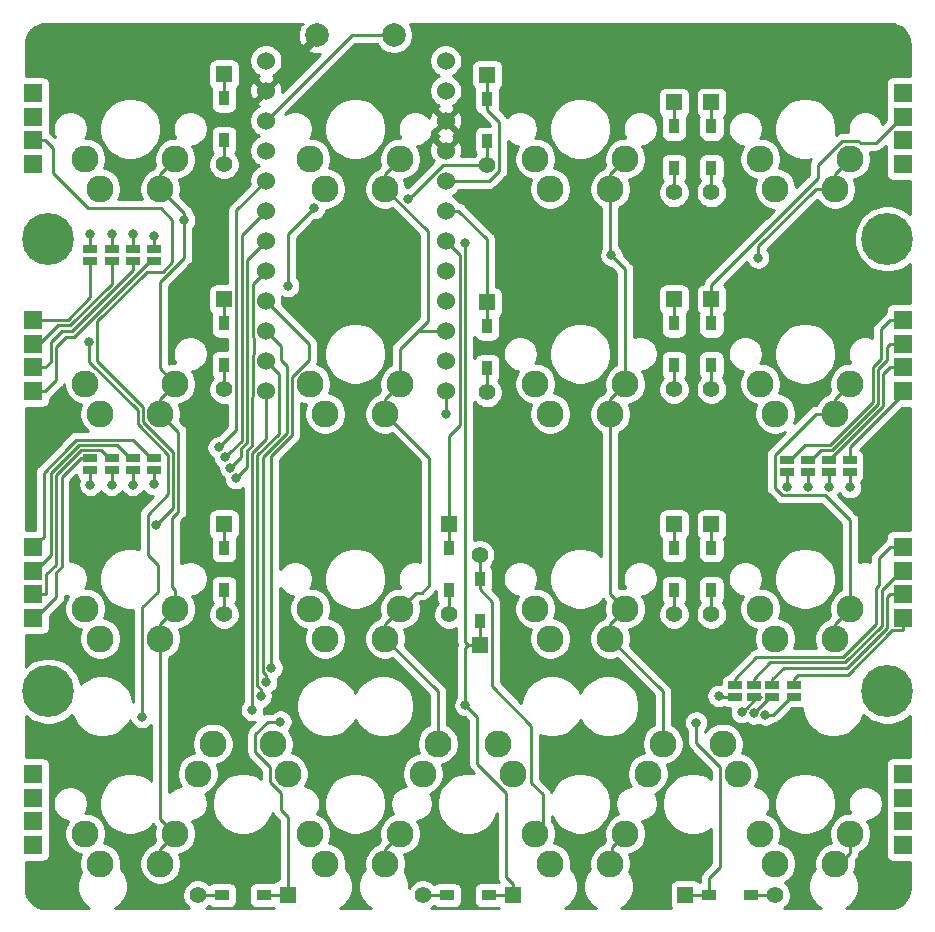
<source format=gtl>
G04 #@! TF.GenerationSoftware,KiCad,Pcbnew,5.1.4+dfsg1-1*
G04 #@! TF.CreationDate,2020-03-28T17:09:33+01:00*
G04 #@! TF.ProjectId,roni4x4ortho,726f6e69-3478-4346-9f72-74686f2e6b69,rev?*
G04 #@! TF.SameCoordinates,Original*
G04 #@! TF.FileFunction,Copper,L1,Top*
G04 #@! TF.FilePolarity,Positive*
%FSLAX46Y46*%
G04 Gerber Fmt 4.6, Leading zero omitted, Abs format (unit mm)*
G04 Created by KiCad (PCBNEW 5.1.4+dfsg1-1) date 2020-03-28 17:09:33*
%MOMM*%
%LPD*%
G04 APERTURE LIST*
%ADD10C,4.400000*%
%ADD11R,1.600000X1.600000*%
%ADD12R,1.143000X0.635000*%
%ADD13C,2.000000*%
%ADD14R,0.950000X1.300000*%
%ADD15R,1.397000X1.397000*%
%ADD16C,1.397000*%
%ADD17R,1.300000X0.950000*%
%ADD18C,2.286000*%
%ADD19C,1.524000*%
%ADD20C,0.800000*%
%ADD21C,0.250000*%
%ADD22C,0.254000*%
G04 APERTURE END LIST*
D10*
X145058178Y-31551642D03*
D11*
X72732050Y-25219350D03*
X72732050Y-23219350D03*
X72732050Y-21219350D03*
X72732050Y-19219350D03*
X72732050Y-44438700D03*
X72732050Y-42438700D03*
X72732050Y-40438700D03*
X72732050Y-38438700D03*
X72732050Y-63658050D03*
X72732050Y-61658050D03*
X72732050Y-59658050D03*
X72732050Y-57658050D03*
X72732050Y-82877400D03*
X72732050Y-80877400D03*
X72732050Y-78877400D03*
X72732050Y-76877400D03*
X146348025Y-25219350D03*
X146348025Y-23219350D03*
X146348025Y-21219350D03*
X146348025Y-19219350D03*
X146348025Y-44438700D03*
X146348025Y-42438700D03*
X146348025Y-40438700D03*
X146348025Y-38438700D03*
X146348025Y-63658050D03*
X146348025Y-61658050D03*
X146348025Y-59658050D03*
X146348025Y-57658050D03*
X146348025Y-82877400D03*
X146348025Y-80877400D03*
X146348025Y-78877400D03*
X146348025Y-76877400D03*
D10*
X74017374Y-69850176D03*
X145058178Y-69850176D03*
X74017374Y-31551642D03*
D12*
X77589258Y-32440328D03*
X77589258Y-33441088D03*
X79375200Y-33441088D03*
X79375200Y-32440328D03*
X81161142Y-32440328D03*
X81161142Y-33441088D03*
X82947084Y-32440328D03*
X82947084Y-33441088D03*
X82947084Y-51102070D03*
X82947084Y-50101310D03*
X81161142Y-50101310D03*
X81161142Y-51102070D03*
X79375200Y-51102070D03*
X79375200Y-50101310D03*
X77589258Y-50101310D03*
X77589258Y-51102070D03*
X136525344Y-50299748D03*
X136525344Y-51300508D03*
X138311286Y-51300508D03*
X138311286Y-50299748D03*
X140097228Y-50299748D03*
X140097228Y-51300508D03*
X141883170Y-51300508D03*
X141883170Y-50299748D03*
X132159708Y-69349796D03*
X132159708Y-70350556D03*
X133747212Y-70350556D03*
X133747212Y-69349796D03*
X135334716Y-70350556D03*
X135334716Y-69349796D03*
X137120658Y-69349796D03*
X137120658Y-70350556D03*
D13*
X103262500Y-14286600D03*
X96762500Y-14286600D03*
D14*
X88894400Y-19654900D03*
D15*
X88894400Y-17619900D03*
D16*
X88894400Y-25239900D03*
D14*
X88894400Y-23204900D03*
X88894400Y-38703700D03*
D15*
X88894400Y-36668700D03*
D16*
X88894400Y-44288700D03*
D14*
X88894400Y-42253700D03*
X88894400Y-57752500D03*
D15*
X88894400Y-55717500D03*
D16*
X88894400Y-63337500D03*
D14*
X88894400Y-61302500D03*
D17*
X92262728Y-87114282D03*
D15*
X94297728Y-87114282D03*
D16*
X86677728Y-87114282D03*
D17*
X88712728Y-87114282D03*
D14*
X111170750Y-23255450D03*
D16*
X111170750Y-25290450D03*
D15*
X111170750Y-17670450D03*
D14*
X111170750Y-19705450D03*
X111170750Y-42516300D03*
D16*
X111170750Y-44551300D03*
D15*
X111170750Y-36931300D03*
D14*
X111170750Y-38966300D03*
X107943200Y-61302500D03*
D16*
X107943200Y-63337500D03*
D15*
X107943200Y-55717500D03*
D14*
X107943200Y-57752500D03*
D17*
X107762776Y-87114282D03*
D16*
X105727776Y-87114282D03*
D15*
X113347776Y-87114282D03*
D17*
X111312776Y-87114282D03*
D14*
X126992000Y-22036150D03*
D15*
X126992000Y-20001150D03*
D16*
X126992000Y-27621150D03*
D14*
X126992000Y-25586150D03*
X126992000Y-38703700D03*
D15*
X126992000Y-36668700D03*
D16*
X126992000Y-44288700D03*
D14*
X126992000Y-42253700D03*
X126992000Y-57752500D03*
D15*
X126992000Y-55717500D03*
D16*
X126992000Y-63337500D03*
D14*
X126992000Y-61302500D03*
X110529966Y-60336094D03*
D16*
X110529966Y-58301094D03*
D15*
X110529966Y-65921094D03*
D14*
X110529966Y-63886094D03*
X130166800Y-25586150D03*
D16*
X130166800Y-27621150D03*
D15*
X130166800Y-20001150D03*
D14*
X130166800Y-22036150D03*
X130166800Y-42253700D03*
D16*
X130166800Y-44288700D03*
D15*
X130166800Y-36668700D03*
D14*
X130166800Y-38703700D03*
X130166800Y-61302500D03*
D16*
X130166800Y-63337500D03*
D15*
X130166800Y-55717500D03*
D14*
X130166800Y-57752500D03*
D17*
X129987832Y-87114282D03*
D15*
X127952832Y-87114282D03*
D16*
X135572832Y-87114282D03*
D17*
X133537832Y-87114282D03*
D18*
X77147400Y-24763600D03*
X83497400Y-27303600D03*
X78417400Y-27303600D03*
X84767400Y-24763600D03*
X84767400Y-43812400D03*
X78417400Y-46352400D03*
X83497400Y-46352400D03*
X77147400Y-43812400D03*
X77147400Y-62861200D03*
X83497400Y-65401200D03*
X78417400Y-65401200D03*
X84767400Y-62861200D03*
X77147400Y-81910000D03*
X83497400Y-84450000D03*
X78417400Y-84450000D03*
X84767400Y-81910000D03*
X96196200Y-24763600D03*
X102546200Y-27303600D03*
X97466200Y-27303600D03*
X103816200Y-24763600D03*
X103816200Y-43812400D03*
X97466200Y-46352400D03*
X102546200Y-46352400D03*
X96196200Y-43812400D03*
X103816200Y-62861200D03*
X97466200Y-65401200D03*
X102546200Y-65401200D03*
X96196200Y-62861200D03*
X103816200Y-81910000D03*
X97466200Y-84450000D03*
X102546200Y-84450000D03*
X96196200Y-81910000D03*
X122865000Y-24763600D03*
X116515000Y-27303600D03*
X121595000Y-27303600D03*
X115245000Y-24763600D03*
X115245000Y-43812400D03*
X121595000Y-46352400D03*
X116515000Y-46352400D03*
X122865000Y-43812400D03*
X115245000Y-62861200D03*
X121595000Y-65401200D03*
X116515000Y-65401200D03*
X122865000Y-62861200D03*
X115245000Y-81910000D03*
X121595000Y-84450000D03*
X116515000Y-84450000D03*
X122865000Y-81910000D03*
X134293800Y-24763600D03*
X140643800Y-27303600D03*
X135563800Y-27303600D03*
X141913800Y-24763600D03*
X141913800Y-43812400D03*
X135563800Y-46352400D03*
X140643800Y-46352400D03*
X134293800Y-43812400D03*
X141913800Y-62861200D03*
X135563800Y-65401200D03*
X140643800Y-65401200D03*
X134293800Y-62861200D03*
X141913800Y-81910000D03*
X135563800Y-84450000D03*
X140643800Y-84450000D03*
X134293800Y-81910000D03*
D19*
X92442600Y-16476300D03*
X92442600Y-19016300D03*
X92442600Y-21556300D03*
X92442600Y-24096300D03*
X92442600Y-26636300D03*
X92442600Y-29176300D03*
X92442600Y-31716300D03*
X92442600Y-34256300D03*
X92442600Y-36796300D03*
X92442600Y-39336300D03*
X92442600Y-41876300D03*
X92442600Y-44416300D03*
X107662600Y-44416300D03*
X107662600Y-41876300D03*
X107662600Y-39336300D03*
X107662600Y-36796300D03*
X107662600Y-34256300D03*
X107662600Y-31716300D03*
X107662600Y-29176300D03*
X107662600Y-26636300D03*
X107662600Y-24096300D03*
X107662600Y-21556300D03*
X107662600Y-19016300D03*
X107662600Y-16476300D03*
D18*
X86677728Y-76835200D03*
X93027728Y-74295200D03*
X87947728Y-74295200D03*
X94297728Y-76835200D03*
X113347776Y-76835200D03*
X106997776Y-74295200D03*
X112077776Y-74295200D03*
X105727776Y-76835200D03*
X132397824Y-76835200D03*
X126047824Y-74295200D03*
X131127824Y-74295200D03*
X124777824Y-76835200D03*
D20*
X94335600Y-35534600D03*
X96506001Y-28954124D03*
X83145522Y-55761078D03*
X128875584Y-72516892D03*
X77459580Y-40282914D03*
X93662736Y-72429870D03*
X81954894Y-72032998D03*
X109339338Y-71040804D03*
X109322773Y-31931953D03*
X104480788Y-28212869D03*
X77589258Y-31154766D03*
X85526778Y-29946622D03*
X79375200Y-31154766D03*
X121690163Y-32950421D03*
X81220366Y-31154766D03*
X107670600Y-46353258D03*
X82947084Y-31353342D03*
X134114435Y-33139146D03*
X88436620Y-49204450D03*
X82947084Y-52311081D03*
X136525344Y-52548542D03*
X88997659Y-50032253D03*
X81161142Y-52387632D03*
X138315773Y-52548533D03*
X89434400Y-50931854D03*
X79375200Y-52387632D03*
X140097224Y-52586070D03*
X89892413Y-51820812D03*
X77589258Y-52387632D03*
X141907603Y-52577135D03*
X130770642Y-70247052D03*
X92906512Y-67865796D03*
X132749338Y-71635586D03*
X92456501Y-69056424D03*
X133744990Y-71728869D03*
X92006490Y-70247052D03*
X134739402Y-71834556D03*
X91281481Y-71437687D03*
X119084600Y-35423900D03*
X96850450Y-37685000D03*
X119084600Y-49744200D03*
X138112500Y-16668750D03*
X119062800Y-75208002D03*
X143867550Y-74811126D03*
X85328340Y-37703220D03*
X127992510Y-83740836D03*
X77390820Y-56157954D03*
X107751834Y-83740836D03*
X73025184Y-49212624D03*
X143272236Y-54570450D03*
X88900224Y-83740836D03*
X77787696Y-75406440D03*
X119062800Y-54570450D03*
D21*
X88894400Y-17619900D02*
X88894400Y-19654900D01*
X111170750Y-17670450D02*
X111170750Y-19705450D01*
X111170750Y-20605450D02*
X111170750Y-19705450D01*
X112194251Y-21628951D02*
X111170750Y-20605450D01*
X112194251Y-25781731D02*
X112194251Y-21628951D01*
X111339682Y-26636300D02*
X112194251Y-25781731D01*
X107662600Y-26636300D02*
X111339682Y-26636300D01*
X126992000Y-20001150D02*
X126992000Y-22036150D01*
X130166800Y-20001150D02*
X130166800Y-22036150D01*
X88894400Y-23204900D02*
X88894400Y-25239900D01*
X88894400Y-38703700D02*
X88894400Y-36668700D01*
X126992000Y-38703700D02*
X126992000Y-36668700D01*
X130166800Y-38703700D02*
X130166800Y-36668700D01*
X111170750Y-36931300D02*
X111170750Y-38966300D01*
X111170750Y-31606820D02*
X111170750Y-35982800D01*
X108740230Y-29176300D02*
X111170750Y-31606820D01*
X111170750Y-35982800D02*
X111170750Y-36931300D01*
X107662600Y-29176300D02*
X108740230Y-29176300D01*
X144097791Y-23399501D02*
X146348025Y-21149267D01*
X141209159Y-23295599D02*
X142618441Y-23295599D01*
X142618441Y-23295599D02*
X142722343Y-23399501D01*
X142722343Y-23399501D02*
X144097791Y-23399501D01*
X139175799Y-26439117D02*
X139175799Y-25328959D01*
X130166800Y-35448116D02*
X139175799Y-26439117D01*
X130166800Y-36668700D02*
X130166800Y-35448116D01*
X139175799Y-25328959D02*
X141209159Y-23295599D01*
X96106002Y-29354123D02*
X96506001Y-28954124D01*
X94335600Y-35534600D02*
X94335600Y-31124525D01*
X94335600Y-31124525D02*
X96106002Y-29354123D01*
X88894400Y-42253700D02*
X88894400Y-44288700D01*
X88894400Y-55717500D02*
X88894400Y-57752500D01*
X107943200Y-57752500D02*
X107943200Y-55717500D01*
X126992000Y-57752500D02*
X126992000Y-55717500D01*
X130166800Y-55717500D02*
X130166800Y-57752500D01*
X146594650Y-23596200D02*
X146523842Y-23596200D01*
X146348025Y-23149267D02*
X146292722Y-23149267D01*
X73782050Y-23219350D02*
X72732050Y-23219350D01*
X82029399Y-47073211D02*
X82029399Y-45776373D01*
X78184580Y-38496964D02*
X82351770Y-34329774D01*
X74414250Y-23851550D02*
X73782050Y-23219350D01*
X84534588Y-29964138D02*
X83542398Y-28971948D01*
X74414250Y-25995378D02*
X74414250Y-23851550D01*
X84534588Y-33494926D02*
X84534588Y-29964138D01*
X82029399Y-45776373D02*
X78184580Y-41931554D01*
X82351770Y-34329774D02*
X83699740Y-34329774D01*
X77390820Y-28971948D02*
X74414250Y-25995378D01*
X83542398Y-28971948D02*
X77390820Y-28971948D01*
X84587723Y-49631535D02*
X82029399Y-47073211D01*
X83145522Y-55761078D02*
X84587723Y-54318877D01*
X83699740Y-34329774D02*
X84534588Y-33494926D01*
X78184580Y-41931554D02*
X78184580Y-38496964D01*
X84587723Y-54318877D02*
X84587723Y-49631535D01*
X108889327Y-32943027D02*
X108889327Y-47292992D01*
X107943200Y-54769000D02*
X107943200Y-55717500D01*
X107662600Y-31716300D02*
X108889327Y-32943027D01*
X108889327Y-47292992D02*
X107943200Y-48239119D01*
X107943200Y-48239119D02*
X107943200Y-54769000D01*
X88894400Y-61302500D02*
X88894400Y-63337500D01*
X92262728Y-87114282D02*
X94297728Y-87114282D01*
X113347776Y-87114282D02*
X111312776Y-87114282D01*
X127952832Y-87114282D02*
X129987832Y-87114282D01*
X128875584Y-74215602D02*
X128875584Y-73082577D01*
X129987832Y-85639772D02*
X130929823Y-84697781D01*
X129987832Y-87114282D02*
X129987832Y-85639772D01*
X128875584Y-73082577D02*
X128875584Y-72516892D01*
X130929823Y-76269841D02*
X128875584Y-74215602D01*
X130929823Y-84697781D02*
X130929823Y-76269841D01*
X93097051Y-72429870D02*
X93662736Y-72429870D01*
X92616831Y-72429870D02*
X93097051Y-72429870D01*
X91559727Y-74999841D02*
X91559727Y-73486974D01*
X94297728Y-87114282D02*
X94297728Y-80481862D01*
X92829727Y-76269841D02*
X91559727Y-74999841D01*
X93750299Y-79934433D02*
X93750299Y-78460413D01*
X93750299Y-78460413D02*
X92829727Y-77539841D01*
X91559727Y-73486974D02*
X92616831Y-72429870D01*
X94297728Y-80481862D02*
X93750299Y-79934433D01*
X92829727Y-77539841D02*
X92829727Y-76269841D01*
X83276301Y-59208127D02*
X83276301Y-61434273D01*
X81954894Y-71467313D02*
X81954894Y-72032998D01*
X77459580Y-40282914D02*
X77459580Y-41951938D01*
X81954894Y-62755680D02*
X81954894Y-71467313D01*
X77459580Y-41951938D02*
X81579389Y-46071747D01*
X83276301Y-61434273D02*
X81954894Y-62755680D01*
X82420521Y-58352347D02*
X83276301Y-59208127D01*
X81579389Y-46071747D02*
X81579389Y-47259613D01*
X84137712Y-53181384D02*
X82420521Y-54898575D01*
X84137712Y-49817936D02*
X84137712Y-53181384D01*
X82420521Y-54898575D02*
X82420521Y-58352347D01*
X81579389Y-47259613D02*
X84137712Y-49817936D01*
X112799099Y-85617105D02*
X112799099Y-78459165D01*
X110331528Y-75991594D02*
X110331528Y-72032994D01*
X113347776Y-87114282D02*
X113347776Y-86165782D01*
X112799099Y-78459165D02*
X110331528Y-75991594D01*
X113347776Y-86165782D02*
X112799099Y-85617105D01*
X110331528Y-72032994D02*
X109339338Y-71040804D01*
X110529966Y-65921094D02*
X110529966Y-63886094D01*
X109581466Y-65921094D02*
X109339338Y-66163222D01*
X110529966Y-65921094D02*
X109581466Y-65921094D01*
X109339338Y-66163222D02*
X109339338Y-71040804D01*
X109339338Y-31948518D02*
X109322773Y-31931953D01*
X109339338Y-65678966D02*
X109339338Y-31948518D01*
X109581466Y-65921094D02*
X109339338Y-65678966D01*
X86677728Y-87114282D02*
X88712728Y-87114282D01*
X111170750Y-25290450D02*
X111170750Y-23255450D01*
X107403207Y-25290450D02*
X104880787Y-27812870D01*
X104880787Y-27812870D02*
X104480788Y-28212869D01*
X111170750Y-25290450D02*
X107403207Y-25290450D01*
X111170750Y-42516300D02*
X111170750Y-44551300D01*
X107943200Y-63337500D02*
X107943200Y-61302500D01*
X107762776Y-87114282D02*
X105727776Y-87114282D01*
X126992000Y-25586150D02*
X126992000Y-27621150D01*
X126992000Y-44288700D02*
X126992000Y-42253700D01*
X126992000Y-63337500D02*
X126992000Y-61302500D01*
X110529966Y-61236094D02*
X110529966Y-60336094D01*
X115245000Y-81910000D02*
X115887792Y-81267208D01*
X111553467Y-69417817D02*
X111553467Y-62259595D01*
X114895602Y-77589258D02*
X114895602Y-72759952D01*
X115887792Y-81267208D02*
X115887792Y-78581448D01*
X111553467Y-62259595D02*
X110529966Y-61236094D01*
X115887792Y-78581448D02*
X114895602Y-77589258D01*
X114895602Y-72759952D02*
X111553467Y-69417817D01*
X110529966Y-60336094D02*
X110529966Y-58301094D01*
X130166800Y-25586150D02*
X130166800Y-27621150D01*
X130166800Y-44288700D02*
X130166800Y-42253700D01*
X130166800Y-61302500D02*
X130166800Y-63337500D01*
X133537832Y-87114282D02*
X135572832Y-87114282D01*
X72732050Y-38815550D02*
X72732050Y-37797916D01*
X77589258Y-36512592D02*
X77589258Y-33441088D01*
X75663150Y-38438700D02*
X77589258Y-36512592D01*
X72732050Y-38438700D02*
X75663150Y-38438700D01*
X79375200Y-35363061D02*
X79375200Y-34008588D01*
X79375200Y-34008588D02*
X79375200Y-33441088D01*
X75849550Y-38888711D02*
X79375200Y-35363061D01*
X74816263Y-38888711D02*
X75849550Y-38888711D01*
X73266274Y-40438700D02*
X74816263Y-38888711D01*
X72732050Y-40438700D02*
X73266274Y-40438700D01*
X75160004Y-39338722D02*
X76035950Y-39338722D01*
X73782050Y-42438700D02*
X74239451Y-41981299D01*
X74239451Y-40259275D02*
X75160004Y-39338722D01*
X72732050Y-42438700D02*
X73782050Y-42438700D01*
X81161142Y-34213530D02*
X81161142Y-34008588D01*
X74239451Y-41981299D02*
X74239451Y-40259275D01*
X76035950Y-39338722D02*
X81161142Y-34213530D01*
X81161142Y-34008588D02*
X81161142Y-33441088D01*
X82604046Y-33441088D02*
X82947084Y-33441088D01*
X76159096Y-39886038D02*
X82604046Y-33441088D01*
X75523428Y-39886038D02*
X76159096Y-39886038D01*
X74701499Y-40707967D02*
X75523428Y-39886038D01*
X73782050Y-44438700D02*
X74689461Y-43531289D01*
X72732050Y-44438700D02*
X73782050Y-44438700D01*
X74701499Y-40789417D02*
X74701499Y-40707967D01*
X74689461Y-43531289D02*
X74689462Y-40801454D01*
X74689462Y-40801454D02*
X74701499Y-40789417D01*
X76767758Y-50101310D02*
X77589258Y-50101310D01*
X72732050Y-63658050D02*
X72917052Y-63658050D01*
X74701499Y-59756767D02*
X75139472Y-59318794D01*
X75139472Y-51729596D02*
X76767758Y-50101310D01*
X72917052Y-63658050D02*
X74701499Y-61873603D01*
X74701499Y-61873603D02*
X74701499Y-59756767D01*
X75139472Y-59318794D02*
X75139472Y-51729596D01*
X78478699Y-49458809D02*
X79121200Y-50101310D01*
X73782050Y-61658050D02*
X73857051Y-61583049D01*
X74689461Y-51543197D02*
X76773849Y-49458809D01*
X72732050Y-61658050D02*
X73782050Y-61658050D01*
X79121200Y-50101310D02*
X79375200Y-50101310D01*
X76773849Y-49458809D02*
X78478699Y-49458809D01*
X73857051Y-61583049D02*
X73857051Y-59964804D01*
X73857051Y-59964804D02*
X74689461Y-59132394D01*
X74689461Y-59132394D02*
X74689461Y-51543197D01*
X80907142Y-50101310D02*
X79814630Y-49008798D01*
X74239450Y-58335652D02*
X72917052Y-59658050D01*
X74239450Y-51356797D02*
X74239450Y-58335652D01*
X72917052Y-59658050D02*
X72732050Y-59658050D01*
X81161142Y-50101310D02*
X80907142Y-50101310D01*
X79814630Y-49008798D02*
X76587449Y-49008798D01*
X76587449Y-49008798D02*
X74239450Y-51356797D01*
X82693084Y-50101310D02*
X82947084Y-50101310D01*
X81150564Y-48558790D02*
X82693084Y-50101310D01*
X76384958Y-48558788D02*
X81150564Y-48558790D01*
X72732050Y-57658050D02*
X73620498Y-56769602D01*
X75792735Y-49151009D02*
X76384958Y-48558788D01*
X73620498Y-56769602D02*
X73620498Y-51339340D01*
X73620498Y-51339340D02*
X75792735Y-49167103D01*
X75792735Y-49167103D02*
X75792735Y-49151009D01*
X145298025Y-38438700D02*
X146348025Y-38438700D01*
X144536192Y-39200533D02*
X145298025Y-38438700D01*
X144536192Y-41707898D02*
X144536192Y-39200533D01*
X143831812Y-42412277D02*
X144536192Y-41707898D01*
X138064906Y-49014186D02*
X140172378Y-49014186D01*
X140172378Y-49014186D02*
X143831812Y-45354752D01*
X136525344Y-50299748D02*
X136779344Y-50299748D01*
X143831812Y-45354752D02*
X143831812Y-42412277D01*
X136779344Y-50299748D02*
X138064906Y-49014186D01*
X144281823Y-45541152D02*
X144281823Y-42598677D01*
X144281823Y-42598677D02*
X145034000Y-41846500D01*
X138565286Y-50299748D02*
X139400837Y-49464197D01*
X145298025Y-40438700D02*
X146348025Y-40438700D01*
X145034000Y-41846500D02*
X145034000Y-40702725D01*
X145034000Y-40702725D02*
X145298025Y-40438700D01*
X139400837Y-49464197D02*
X140358778Y-49464197D01*
X138311286Y-50299748D02*
X138565286Y-50299748D01*
X140358778Y-49464197D02*
X144281823Y-45541152D01*
X146072450Y-42584050D02*
X146217800Y-42438700D01*
X145298025Y-42438700D02*
X146348025Y-42438700D01*
X140159636Y-50299748D02*
X144731834Y-45727550D01*
X140097228Y-50299748D02*
X140159636Y-50299748D01*
X144731834Y-45727550D02*
X144731834Y-42986866D01*
X145280000Y-42438700D02*
X145298025Y-42438700D01*
X144731834Y-42986866D02*
X145280000Y-42438700D01*
X141883170Y-49478248D02*
X141883170Y-50299748D01*
X146248806Y-44846988D02*
X141883170Y-49212624D01*
X141883170Y-49212624D02*
X141883170Y-49478248D01*
X146348025Y-44438700D02*
X146248806Y-44537919D01*
X146248806Y-44537919D02*
X146248806Y-44846988D01*
X146348025Y-64708050D02*
X145478888Y-64708050D01*
X137120658Y-68857986D02*
X137120658Y-69349796D01*
X137517534Y-68461110D02*
X137120658Y-68857986D01*
X146348025Y-63658050D02*
X146348025Y-64708050D01*
X145478888Y-64708050D02*
X141725828Y-68461110D01*
X141725828Y-68461110D02*
X137517534Y-68461110D01*
X136326906Y-67865796D02*
X135334716Y-68857986D01*
X145298025Y-61658050D02*
X145040800Y-61915275D01*
X145040800Y-61915275D02*
X145040800Y-64509728D01*
X146348025Y-61658050D02*
X145298025Y-61658050D01*
X135334716Y-68857986D02*
X135334716Y-69349796D01*
X145040800Y-64509728D02*
X141684732Y-67865796D01*
X141684732Y-67865796D02*
X136326906Y-67865796D01*
X135113723Y-67415785D02*
X133747212Y-68782296D01*
X146348025Y-59658050D02*
X146223695Y-59658050D01*
X144590789Y-61290956D02*
X144590789Y-64323329D01*
X133747212Y-68782296D02*
X133747212Y-69349796D01*
X141498333Y-67415785D02*
X135113723Y-67415785D01*
X146223695Y-59658050D02*
X144590789Y-61290956D01*
X144590789Y-64323329D02*
X141498333Y-67415785D01*
X132159708Y-68782296D02*
X132159708Y-69349796D01*
X133976230Y-66965774D02*
X132159708Y-68782296D01*
X145298025Y-57658050D02*
X144359701Y-58596374D01*
X144140778Y-64136930D02*
X141311934Y-66965774D01*
X146348025Y-57658050D02*
X145298025Y-57658050D01*
X144359701Y-60885633D02*
X144140778Y-61104556D01*
X141311934Y-66965774D02*
X133976230Y-66965774D01*
X144359701Y-58596374D02*
X144359701Y-60885633D01*
X144140778Y-61104556D02*
X144140778Y-64136930D01*
X83497400Y-26033600D02*
X83497400Y-27303600D01*
X84767400Y-24763600D02*
X83497400Y-26033600D01*
X83497400Y-45082400D02*
X83497400Y-46352400D01*
X84767400Y-43812400D02*
X83497400Y-45082400D01*
X83497400Y-64131200D02*
X83497400Y-65401200D01*
X84767400Y-62861200D02*
X83497400Y-64131200D01*
X83497400Y-80640000D02*
X84767400Y-81910000D01*
X83497400Y-65401200D02*
X83497400Y-80640000D01*
X83497400Y-83180000D02*
X83497400Y-84450000D01*
X84767400Y-81910000D02*
X83497400Y-83180000D01*
X84767400Y-61244754D02*
X84767400Y-62861200D01*
X85037734Y-54662618D02*
X84534588Y-55165764D01*
X85037734Y-47892734D02*
X85037734Y-54662618D01*
X84534588Y-61011942D02*
X84767400Y-61244754D01*
X84534588Y-55165764D02*
X84534588Y-61011942D01*
X83497400Y-46352400D02*
X85037734Y-47892734D01*
X83497400Y-27303600D02*
X85526778Y-29332978D01*
X85526778Y-29332978D02*
X85526778Y-29380937D01*
X85526778Y-29380937D02*
X85526778Y-29946622D01*
X85526778Y-33139146D02*
X85526778Y-30512307D01*
X85526778Y-30512307D02*
X85526778Y-29946622D01*
X84767400Y-43812400D02*
X83443179Y-42488179D01*
X83443179Y-35222745D02*
X85526778Y-33139146D01*
X83443179Y-42488179D02*
X83443179Y-35222745D01*
X77589258Y-31154766D02*
X77589258Y-32440328D01*
X107943200Y-74766300D02*
X107943200Y-73817800D01*
X102546200Y-26033600D02*
X102546200Y-27303600D01*
X103816200Y-24763600D02*
X102546200Y-26033600D01*
X102546200Y-45082400D02*
X102546200Y-46352400D01*
X103816200Y-43812400D02*
X102546200Y-45082400D01*
X102546200Y-64131200D02*
X102546200Y-65401200D01*
X103816200Y-62861200D02*
X102546200Y-64131200D01*
X102546200Y-83180000D02*
X102546200Y-84450000D01*
X103816200Y-81910000D02*
X102546200Y-83180000D01*
X105180299Y-61497101D02*
X103816200Y-62861200D01*
X105650633Y-61497101D02*
X105180299Y-61497101D01*
X106262101Y-60885633D02*
X105650633Y-61497101D01*
X102546200Y-46352400D02*
X106262101Y-50068301D01*
X106262101Y-50068301D02*
X106262101Y-60885633D01*
X79375200Y-31154766D02*
X79375200Y-32440328D01*
X106997776Y-69852776D02*
X102546200Y-65401200D01*
X106997776Y-74295200D02*
X106997776Y-69852776D01*
X106164330Y-38496972D02*
X103989502Y-40671800D01*
X102546200Y-27303600D02*
X106164330Y-30921730D01*
X106164330Y-30921730D02*
X106164330Y-38496972D01*
X105325002Y-39336300D02*
X103989502Y-40671800D01*
X107662600Y-39336300D02*
X105325002Y-39336300D01*
X103783074Y-43779274D02*
X103816200Y-43812400D01*
X103989502Y-40671800D02*
X103783074Y-40878228D01*
X103783074Y-40878228D02*
X103783074Y-43779274D01*
X121595000Y-26033600D02*
X121595000Y-27303600D01*
X122865000Y-24763600D02*
X121595000Y-26033600D01*
X121595000Y-45082400D02*
X121595000Y-46352400D01*
X122865000Y-43812400D02*
X121595000Y-45082400D01*
X121595000Y-61591200D02*
X122865000Y-62861200D01*
X121595000Y-46352400D02*
X121595000Y-61591200D01*
X121595000Y-64131200D02*
X121595000Y-65401200D01*
X122865000Y-62861200D02*
X121595000Y-64131200D01*
X121722001Y-83052999D02*
X121722001Y-84322999D01*
X121722001Y-84322999D02*
X121595000Y-84450000D01*
X122865000Y-81910000D02*
X121722001Y-83052999D01*
X122090162Y-33350420D02*
X121690163Y-32950421D01*
X122865000Y-43812400D02*
X122865000Y-34125258D01*
X121595000Y-27303600D02*
X121595000Y-32855258D01*
X121595000Y-32855258D02*
X121690163Y-32950421D01*
X122865000Y-34125258D02*
X122090162Y-33350420D01*
X81220366Y-32381104D02*
X81161142Y-32440328D01*
X81220366Y-31154766D02*
X81220366Y-32381104D01*
X126047824Y-69854024D02*
X121595000Y-65401200D01*
X126047824Y-74295200D02*
X126047824Y-69854024D01*
X140643800Y-26033600D02*
X140643800Y-27303600D01*
X141913800Y-24763600D02*
X140643800Y-26033600D01*
X140643800Y-45082400D02*
X140643800Y-46352400D01*
X141913800Y-43812400D02*
X140643800Y-45082400D01*
X140643800Y-64131200D02*
X140643800Y-65401200D01*
X141913800Y-62861200D02*
X140643800Y-64131200D01*
X107662600Y-44416300D02*
X107662600Y-46345258D01*
X107662600Y-46345258D02*
X107670600Y-46353258D01*
X140990246Y-84450000D02*
X140643800Y-84450000D01*
X141913800Y-83526446D02*
X140990246Y-84450000D01*
X141913800Y-81910000D02*
X141913800Y-83526446D01*
X135533154Y-52629354D02*
X136177343Y-53273543D01*
X136177343Y-53273543D02*
X139792511Y-53273543D01*
X141913800Y-61244754D02*
X141913800Y-62861200D01*
X141913800Y-55394832D02*
X141913800Y-61244754D01*
X135533154Y-49846600D02*
X135533154Y-52629354D01*
X139792511Y-53273543D02*
X141913800Y-55394832D01*
X139027354Y-46352400D02*
X135533154Y-49846600D01*
X140643800Y-46352400D02*
X139027354Y-46352400D01*
X82947084Y-31353342D02*
X82947084Y-32440328D01*
X134144088Y-33139146D02*
X134114435Y-33139146D01*
X134144088Y-32146956D02*
X134144088Y-33139146D01*
X140643800Y-27303600D02*
X138987444Y-27303600D01*
X138987444Y-27303600D02*
X134144088Y-32146956D01*
X82947084Y-52311081D02*
X82947084Y-51102070D01*
X136525344Y-51300508D02*
X136525344Y-52548542D01*
X89931447Y-47709623D02*
X88836619Y-48804451D01*
X92442600Y-26636300D02*
X89931447Y-29147453D01*
X89931447Y-29147453D02*
X89931447Y-47709623D01*
X88836619Y-48804451D02*
X88436620Y-49204450D01*
X81161142Y-52387632D02*
X81161142Y-51102070D01*
X138311286Y-52544046D02*
X138315773Y-52548533D01*
X138311286Y-51300508D02*
X138311286Y-52544046D01*
X90381458Y-31237442D02*
X90381458Y-48648454D01*
X90381458Y-48648454D02*
X89397658Y-49632254D01*
X89397658Y-49632254D02*
X88997659Y-50032253D01*
X92442600Y-29176300D02*
X90381458Y-31237442D01*
X79375200Y-52387632D02*
X79375200Y-51102070D01*
X140097228Y-51300508D02*
X140097228Y-52586066D01*
X140097228Y-52586066D02*
X140097224Y-52586070D01*
X90831469Y-33327431D02*
X90831469Y-48834854D01*
X90831469Y-48834854D02*
X90370839Y-49295484D01*
X90370839Y-49295484D02*
X90370839Y-49995415D01*
X89834399Y-50531855D02*
X89434400Y-50931854D01*
X92442600Y-31716300D02*
X90831469Y-33327431D01*
X90370839Y-49995415D02*
X89834399Y-50531855D01*
X77589258Y-52387632D02*
X77589258Y-51102070D01*
X141883170Y-52552702D02*
X141907603Y-52577135D01*
X141883170Y-51300508D02*
X141883170Y-52552702D01*
X90820850Y-50892375D02*
X90292412Y-51420813D01*
X90820850Y-49481884D02*
X90820850Y-50892375D01*
X92442600Y-34256300D02*
X91355599Y-35343301D01*
X91355599Y-35343301D02*
X91355599Y-39858061D01*
X91281480Y-49021254D02*
X90820850Y-49481884D01*
X90292412Y-51420813D02*
X89892413Y-51820812D01*
X91440885Y-39943347D02*
X91440885Y-41269253D01*
X91281480Y-44957857D02*
X91281480Y-49021254D01*
X91355599Y-39858061D02*
X91440885Y-39943347D01*
X91440885Y-41269253D02*
X91355599Y-41354539D01*
X91355599Y-41354539D02*
X91355599Y-44883738D01*
X91355599Y-44883738D02*
X91281480Y-44957857D01*
X130874146Y-70350556D02*
X130770642Y-70247052D01*
X132159708Y-70350556D02*
X130874146Y-70350556D01*
X92442600Y-36796300D02*
X96102101Y-40455801D01*
X96102101Y-40455801D02*
X96102101Y-41812309D01*
X92906512Y-49941866D02*
X92906512Y-67300111D01*
X94662509Y-43251901D02*
X94662509Y-48185869D01*
X92906512Y-67300111D02*
X92906512Y-67865796D01*
X96102101Y-41812309D02*
X94662509Y-43251901D01*
X94662509Y-48185869D02*
X92906512Y-49941866D01*
X134342524Y-70350558D02*
X134342526Y-70350556D01*
X133747212Y-70350556D02*
X133747212Y-70637712D01*
X133149337Y-71235587D02*
X132749338Y-71635586D01*
X133747212Y-70637712D02*
X133149337Y-71235587D01*
X133690895Y-70294239D02*
X133747212Y-70350556D01*
X134342522Y-70350556D02*
X134342524Y-70350558D01*
X133747212Y-70350556D02*
X134342522Y-70350556D01*
X93750299Y-41836833D02*
X94212498Y-42299032D01*
X94212498Y-42299032D02*
X94212498Y-47999469D01*
X92181503Y-50030464D02*
X92181503Y-68215741D01*
X94212498Y-47999469D02*
X92181503Y-50030464D01*
X92456501Y-68490739D02*
X92456501Y-69056424D01*
X92181503Y-68215741D02*
X92456501Y-68490739D01*
X92442600Y-39336300D02*
X93750299Y-40643999D01*
X93750299Y-40643999D02*
X93750299Y-41836833D01*
X135334716Y-70350556D02*
X135123303Y-70350556D01*
X135123303Y-70350556D02*
X134144989Y-71328870D01*
X134144989Y-71328870D02*
X133744990Y-71728869D01*
X91731492Y-69406369D02*
X92006490Y-69681367D01*
X93529601Y-48045955D02*
X91731492Y-49844064D01*
X91731492Y-49844064D02*
X91731492Y-69406369D01*
X92442600Y-41876300D02*
X93529601Y-42963301D01*
X92006490Y-69681367D02*
X92006490Y-70247052D01*
X93529601Y-42963301D02*
X93529601Y-48045955D01*
X135382658Y-71834556D02*
X135305087Y-71834556D01*
X135305087Y-71834556D02*
X134739402Y-71834556D01*
X137120658Y-70350556D02*
X136866658Y-70350556D01*
X136866658Y-70350556D02*
X135382658Y-71834556D01*
X92442600Y-48496545D02*
X91281481Y-49657664D01*
X91281481Y-49657664D02*
X91281481Y-70872002D01*
X91281481Y-70872002D02*
X91281481Y-71437687D01*
X92442600Y-44416300D02*
X92442600Y-48496545D01*
X99712300Y-14286600D02*
X103262500Y-14286600D01*
X92442600Y-21556300D02*
X99712300Y-14286600D01*
X96762500Y-14696400D02*
X96762500Y-14286600D01*
X92442600Y-19016300D02*
X96762500Y-14696400D01*
D22*
G36*
X106830128Y-61952500D02*
G01*
X106842388Y-62076982D01*
X106878698Y-62196680D01*
X106937663Y-62306994D01*
X107005361Y-62389485D01*
X106907403Y-62487443D01*
X106761468Y-62705851D01*
X106660946Y-62948532D01*
X106609700Y-63206162D01*
X106609700Y-63468838D01*
X106660946Y-63726468D01*
X106761468Y-63969149D01*
X106907403Y-64187557D01*
X107093143Y-64373297D01*
X107311551Y-64519232D01*
X107554232Y-64619754D01*
X107811862Y-64671000D01*
X108074538Y-64671000D01*
X108332168Y-64619754D01*
X108574849Y-64519232D01*
X108579338Y-64516233D01*
X108579338Y-65641644D01*
X108575662Y-65678966D01*
X108579338Y-65716288D01*
X108579338Y-65716298D01*
X108590335Y-65827951D01*
X108618589Y-65921094D01*
X108590335Y-66014237D01*
X108579338Y-66125890D01*
X108579338Y-66125900D01*
X108575662Y-66163222D01*
X108579338Y-66200545D01*
X108579339Y-70337092D01*
X108535401Y-70381030D01*
X108422133Y-70550548D01*
X108344112Y-70738906D01*
X108304338Y-70938865D01*
X108304338Y-71142743D01*
X108344112Y-71342702D01*
X108422133Y-71531060D01*
X108535401Y-71700578D01*
X108679564Y-71844741D01*
X108849082Y-71958009D01*
X109037440Y-72036030D01*
X109237399Y-72075804D01*
X109299536Y-72075804D01*
X109571529Y-72347797D01*
X109571528Y-75954271D01*
X109567852Y-75991594D01*
X109571528Y-76028916D01*
X109571528Y-76028926D01*
X109582525Y-76140579D01*
X109610411Y-76232508D01*
X109625982Y-76283840D01*
X109696554Y-76415870D01*
X109736399Y-76464420D01*
X109791527Y-76531595D01*
X109820531Y-76555398D01*
X110064751Y-76799619D01*
X109796700Y-76746300D01*
X109278852Y-76746300D01*
X108770954Y-76847327D01*
X108292525Y-77045499D01*
X107861950Y-77333200D01*
X107495776Y-77699374D01*
X107208075Y-78129949D01*
X107009903Y-78608378D01*
X106908876Y-79116276D01*
X106908876Y-79634124D01*
X107009903Y-80142022D01*
X107208075Y-80620451D01*
X107495776Y-81051026D01*
X107861950Y-81417200D01*
X108292525Y-81704901D01*
X108770954Y-81903073D01*
X109278852Y-82004100D01*
X109796700Y-82004100D01*
X110304598Y-81903073D01*
X110783027Y-81704901D01*
X111213602Y-81417200D01*
X111579776Y-81051026D01*
X111867477Y-80620451D01*
X112039100Y-80206117D01*
X112039099Y-85579782D01*
X112035423Y-85617105D01*
X112039099Y-85654427D01*
X112039099Y-85654437D01*
X112050096Y-85766090D01*
X112082689Y-85873535D01*
X112093553Y-85909351D01*
X112152668Y-86019946D01*
X112143885Y-86030648D01*
X112087258Y-86013470D01*
X111962776Y-86001210D01*
X110662776Y-86001210D01*
X110538294Y-86013470D01*
X110418596Y-86049780D01*
X110308282Y-86108745D01*
X110211591Y-86188097D01*
X110132239Y-86284788D01*
X110073274Y-86395102D01*
X110036964Y-86514800D01*
X110024704Y-86639282D01*
X110024704Y-87589282D01*
X110036964Y-87713764D01*
X110073274Y-87833462D01*
X110132239Y-87943776D01*
X110211591Y-88040467D01*
X110308282Y-88119819D01*
X110418596Y-88178784D01*
X110538294Y-88215094D01*
X110662776Y-88227354D01*
X111962776Y-88227354D01*
X112087258Y-88215094D01*
X112143885Y-88197916D01*
X112173826Y-88234400D01*
X106451637Y-88234400D01*
X106577833Y-88150079D01*
X106675791Y-88052121D01*
X106758282Y-88119819D01*
X106868596Y-88178784D01*
X106988294Y-88215094D01*
X107112776Y-88227354D01*
X108412776Y-88227354D01*
X108537258Y-88215094D01*
X108656956Y-88178784D01*
X108767270Y-88119819D01*
X108863961Y-88040467D01*
X108943313Y-87943776D01*
X109002278Y-87833462D01*
X109038588Y-87713764D01*
X109050848Y-87589282D01*
X109050848Y-86639282D01*
X109038588Y-86514800D01*
X109002278Y-86395102D01*
X108943313Y-86284788D01*
X108863961Y-86188097D01*
X108767270Y-86108745D01*
X108656956Y-86049780D01*
X108537258Y-86013470D01*
X108412776Y-86001210D01*
X107112776Y-86001210D01*
X106988294Y-86013470D01*
X106868596Y-86049780D01*
X106758282Y-86108745D01*
X106675791Y-86176443D01*
X106577833Y-86078485D01*
X106359425Y-85932550D01*
X106116744Y-85832028D01*
X105859114Y-85780782D01*
X105596438Y-85780782D01*
X105338808Y-85832028D01*
X105096127Y-85932550D01*
X104877719Y-86078485D01*
X104691979Y-86264225D01*
X104546728Y-86481609D01*
X104546728Y-86147557D01*
X104463758Y-85730443D01*
X104301009Y-85337530D01*
X104178815Y-85154655D01*
X104255872Y-84968623D01*
X104324200Y-84625118D01*
X104324200Y-84274882D01*
X104255872Y-83931377D01*
X104142598Y-83657908D01*
X104334823Y-83619672D01*
X104658399Y-83485643D01*
X104949609Y-83291063D01*
X105197263Y-83043409D01*
X105391843Y-82752199D01*
X105525872Y-82428623D01*
X105594200Y-82085118D01*
X105594200Y-81734882D01*
X105525872Y-81391377D01*
X105391843Y-81067801D01*
X105248178Y-80852791D01*
X105519621Y-80798798D01*
X105790038Y-80686788D01*
X106033406Y-80524174D01*
X106240374Y-80317206D01*
X106402988Y-80073838D01*
X106514998Y-79803421D01*
X106572100Y-79516348D01*
X106572100Y-79223652D01*
X106514998Y-78936579D01*
X106402988Y-78666162D01*
X106305568Y-78520363D01*
X106569975Y-78410843D01*
X106861185Y-78216263D01*
X107108839Y-77968609D01*
X107303419Y-77677399D01*
X107437448Y-77353823D01*
X107505776Y-77010318D01*
X107505776Y-76660082D01*
X107437448Y-76316577D01*
X107324174Y-76043108D01*
X107516399Y-76004872D01*
X107839975Y-75870843D01*
X108131185Y-75676263D01*
X108378839Y-75428609D01*
X108433076Y-75347437D01*
X108483201Y-75306301D01*
X108578174Y-75190576D01*
X108648746Y-75058547D01*
X108692203Y-74915286D01*
X108700558Y-74830457D01*
X108707448Y-74813823D01*
X108775776Y-74470318D01*
X108775776Y-74120082D01*
X108707448Y-73776577D01*
X108701372Y-73761908D01*
X108692203Y-73668814D01*
X108648746Y-73525553D01*
X108578174Y-73393524D01*
X108483201Y-73277799D01*
X108423755Y-73229013D01*
X108378839Y-73161791D01*
X108131185Y-72914137D01*
X107839975Y-72719557D01*
X107757776Y-72685509D01*
X107757776Y-69890098D01*
X107761452Y-69852775D01*
X107757776Y-69815452D01*
X107757776Y-69815443D01*
X107746779Y-69703790D01*
X107703322Y-69560529D01*
X107700556Y-69555354D01*
X107632750Y-69428499D01*
X107561575Y-69341773D01*
X107537777Y-69312775D01*
X107508779Y-69288977D01*
X104221824Y-66002023D01*
X104255872Y-65919823D01*
X104324200Y-65576318D01*
X104324200Y-65226082D01*
X104255872Y-64882577D01*
X104142598Y-64609108D01*
X104334823Y-64570872D01*
X104658399Y-64436843D01*
X104949609Y-64242263D01*
X105197263Y-63994609D01*
X105391843Y-63703399D01*
X105525872Y-63379823D01*
X105594200Y-63036318D01*
X105594200Y-62686082D01*
X105525872Y-62342577D01*
X105491824Y-62260378D01*
X105495101Y-62257101D01*
X105613311Y-62257101D01*
X105650633Y-62260777D01*
X105687955Y-62257101D01*
X105687966Y-62257101D01*
X105799619Y-62246104D01*
X105942880Y-62202647D01*
X106074909Y-62132075D01*
X106190634Y-62037102D01*
X106214436Y-62008099D01*
X106773103Y-61449433D01*
X106802102Y-61425634D01*
X106830128Y-61391484D01*
X106830128Y-61952500D01*
X106830128Y-61952500D01*
G37*
X106830128Y-61952500D02*
X106842388Y-62076982D01*
X106878698Y-62196680D01*
X106937663Y-62306994D01*
X107005361Y-62389485D01*
X106907403Y-62487443D01*
X106761468Y-62705851D01*
X106660946Y-62948532D01*
X106609700Y-63206162D01*
X106609700Y-63468838D01*
X106660946Y-63726468D01*
X106761468Y-63969149D01*
X106907403Y-64187557D01*
X107093143Y-64373297D01*
X107311551Y-64519232D01*
X107554232Y-64619754D01*
X107811862Y-64671000D01*
X108074538Y-64671000D01*
X108332168Y-64619754D01*
X108574849Y-64519232D01*
X108579338Y-64516233D01*
X108579338Y-65641644D01*
X108575662Y-65678966D01*
X108579338Y-65716288D01*
X108579338Y-65716298D01*
X108590335Y-65827951D01*
X108618589Y-65921094D01*
X108590335Y-66014237D01*
X108579338Y-66125890D01*
X108579338Y-66125900D01*
X108575662Y-66163222D01*
X108579338Y-66200545D01*
X108579339Y-70337092D01*
X108535401Y-70381030D01*
X108422133Y-70550548D01*
X108344112Y-70738906D01*
X108304338Y-70938865D01*
X108304338Y-71142743D01*
X108344112Y-71342702D01*
X108422133Y-71531060D01*
X108535401Y-71700578D01*
X108679564Y-71844741D01*
X108849082Y-71958009D01*
X109037440Y-72036030D01*
X109237399Y-72075804D01*
X109299536Y-72075804D01*
X109571529Y-72347797D01*
X109571528Y-75954271D01*
X109567852Y-75991594D01*
X109571528Y-76028916D01*
X109571528Y-76028926D01*
X109582525Y-76140579D01*
X109610411Y-76232508D01*
X109625982Y-76283840D01*
X109696554Y-76415870D01*
X109736399Y-76464420D01*
X109791527Y-76531595D01*
X109820531Y-76555398D01*
X110064751Y-76799619D01*
X109796700Y-76746300D01*
X109278852Y-76746300D01*
X108770954Y-76847327D01*
X108292525Y-77045499D01*
X107861950Y-77333200D01*
X107495776Y-77699374D01*
X107208075Y-78129949D01*
X107009903Y-78608378D01*
X106908876Y-79116276D01*
X106908876Y-79634124D01*
X107009903Y-80142022D01*
X107208075Y-80620451D01*
X107495776Y-81051026D01*
X107861950Y-81417200D01*
X108292525Y-81704901D01*
X108770954Y-81903073D01*
X109278852Y-82004100D01*
X109796700Y-82004100D01*
X110304598Y-81903073D01*
X110783027Y-81704901D01*
X111213602Y-81417200D01*
X111579776Y-81051026D01*
X111867477Y-80620451D01*
X112039100Y-80206117D01*
X112039099Y-85579782D01*
X112035423Y-85617105D01*
X112039099Y-85654427D01*
X112039099Y-85654437D01*
X112050096Y-85766090D01*
X112082689Y-85873535D01*
X112093553Y-85909351D01*
X112152668Y-86019946D01*
X112143885Y-86030648D01*
X112087258Y-86013470D01*
X111962776Y-86001210D01*
X110662776Y-86001210D01*
X110538294Y-86013470D01*
X110418596Y-86049780D01*
X110308282Y-86108745D01*
X110211591Y-86188097D01*
X110132239Y-86284788D01*
X110073274Y-86395102D01*
X110036964Y-86514800D01*
X110024704Y-86639282D01*
X110024704Y-87589282D01*
X110036964Y-87713764D01*
X110073274Y-87833462D01*
X110132239Y-87943776D01*
X110211591Y-88040467D01*
X110308282Y-88119819D01*
X110418596Y-88178784D01*
X110538294Y-88215094D01*
X110662776Y-88227354D01*
X111962776Y-88227354D01*
X112087258Y-88215094D01*
X112143885Y-88197916D01*
X112173826Y-88234400D01*
X106451637Y-88234400D01*
X106577833Y-88150079D01*
X106675791Y-88052121D01*
X106758282Y-88119819D01*
X106868596Y-88178784D01*
X106988294Y-88215094D01*
X107112776Y-88227354D01*
X108412776Y-88227354D01*
X108537258Y-88215094D01*
X108656956Y-88178784D01*
X108767270Y-88119819D01*
X108863961Y-88040467D01*
X108943313Y-87943776D01*
X109002278Y-87833462D01*
X109038588Y-87713764D01*
X109050848Y-87589282D01*
X109050848Y-86639282D01*
X109038588Y-86514800D01*
X109002278Y-86395102D01*
X108943313Y-86284788D01*
X108863961Y-86188097D01*
X108767270Y-86108745D01*
X108656956Y-86049780D01*
X108537258Y-86013470D01*
X108412776Y-86001210D01*
X107112776Y-86001210D01*
X106988294Y-86013470D01*
X106868596Y-86049780D01*
X106758282Y-86108745D01*
X106675791Y-86176443D01*
X106577833Y-86078485D01*
X106359425Y-85932550D01*
X106116744Y-85832028D01*
X105859114Y-85780782D01*
X105596438Y-85780782D01*
X105338808Y-85832028D01*
X105096127Y-85932550D01*
X104877719Y-86078485D01*
X104691979Y-86264225D01*
X104546728Y-86481609D01*
X104546728Y-86147557D01*
X104463758Y-85730443D01*
X104301009Y-85337530D01*
X104178815Y-85154655D01*
X104255872Y-84968623D01*
X104324200Y-84625118D01*
X104324200Y-84274882D01*
X104255872Y-83931377D01*
X104142598Y-83657908D01*
X104334823Y-83619672D01*
X104658399Y-83485643D01*
X104949609Y-83291063D01*
X105197263Y-83043409D01*
X105391843Y-82752199D01*
X105525872Y-82428623D01*
X105594200Y-82085118D01*
X105594200Y-81734882D01*
X105525872Y-81391377D01*
X105391843Y-81067801D01*
X105248178Y-80852791D01*
X105519621Y-80798798D01*
X105790038Y-80686788D01*
X106033406Y-80524174D01*
X106240374Y-80317206D01*
X106402988Y-80073838D01*
X106514998Y-79803421D01*
X106572100Y-79516348D01*
X106572100Y-79223652D01*
X106514998Y-78936579D01*
X106402988Y-78666162D01*
X106305568Y-78520363D01*
X106569975Y-78410843D01*
X106861185Y-78216263D01*
X107108839Y-77968609D01*
X107303419Y-77677399D01*
X107437448Y-77353823D01*
X107505776Y-77010318D01*
X107505776Y-76660082D01*
X107437448Y-76316577D01*
X107324174Y-76043108D01*
X107516399Y-76004872D01*
X107839975Y-75870843D01*
X108131185Y-75676263D01*
X108378839Y-75428609D01*
X108433076Y-75347437D01*
X108483201Y-75306301D01*
X108578174Y-75190576D01*
X108648746Y-75058547D01*
X108692203Y-74915286D01*
X108700558Y-74830457D01*
X108707448Y-74813823D01*
X108775776Y-74470318D01*
X108775776Y-74120082D01*
X108707448Y-73776577D01*
X108701372Y-73761908D01*
X108692203Y-73668814D01*
X108648746Y-73525553D01*
X108578174Y-73393524D01*
X108483201Y-73277799D01*
X108423755Y-73229013D01*
X108378839Y-73161791D01*
X108131185Y-72914137D01*
X107839975Y-72719557D01*
X107757776Y-72685509D01*
X107757776Y-69890098D01*
X107761452Y-69852775D01*
X107757776Y-69815452D01*
X107757776Y-69815443D01*
X107746779Y-69703790D01*
X107703322Y-69560529D01*
X107700556Y-69555354D01*
X107632750Y-69428499D01*
X107561575Y-69341773D01*
X107537777Y-69312775D01*
X107508779Y-69288977D01*
X104221824Y-66002023D01*
X104255872Y-65919823D01*
X104324200Y-65576318D01*
X104324200Y-65226082D01*
X104255872Y-64882577D01*
X104142598Y-64609108D01*
X104334823Y-64570872D01*
X104658399Y-64436843D01*
X104949609Y-64242263D01*
X105197263Y-63994609D01*
X105391843Y-63703399D01*
X105525872Y-63379823D01*
X105594200Y-63036318D01*
X105594200Y-62686082D01*
X105525872Y-62342577D01*
X105491824Y-62260378D01*
X105495101Y-62257101D01*
X105613311Y-62257101D01*
X105650633Y-62260777D01*
X105687955Y-62257101D01*
X105687966Y-62257101D01*
X105799619Y-62246104D01*
X105942880Y-62202647D01*
X106074909Y-62132075D01*
X106190634Y-62037102D01*
X106214436Y-62008099D01*
X106773103Y-61449433D01*
X106802102Y-61425634D01*
X106830128Y-61391484D01*
X106830128Y-61952500D01*
G36*
X145580783Y-13395083D02*
G01*
X145901755Y-13491989D01*
X146197793Y-13649396D01*
X146457614Y-13861302D01*
X146671333Y-14119645D01*
X146830801Y-14414575D01*
X146929946Y-14734859D01*
X146968200Y-15098814D01*
X146968200Y-17781278D01*
X145548025Y-17781278D01*
X145423543Y-17793538D01*
X145303845Y-17829848D01*
X145193531Y-17888813D01*
X145096840Y-17968165D01*
X145017488Y-18064856D01*
X144958523Y-18175170D01*
X144922213Y-18294868D01*
X144909953Y-18419350D01*
X144909953Y-20019350D01*
X144922213Y-20143832D01*
X144945121Y-20219350D01*
X144922213Y-20294868D01*
X144909953Y-20419350D01*
X144909953Y-21512537D01*
X144615869Y-21806621D01*
X144612598Y-21790179D01*
X144500588Y-21519762D01*
X144337974Y-21276394D01*
X144131006Y-21069426D01*
X143887638Y-20906812D01*
X143617221Y-20794802D01*
X143330148Y-20737700D01*
X143037452Y-20737700D01*
X142750379Y-20794802D01*
X142479962Y-20906812D01*
X142236594Y-21069426D01*
X142029626Y-21276394D01*
X141867012Y-21519762D01*
X141755002Y-21790179D01*
X141697900Y-22077252D01*
X141697900Y-22369948D01*
X141730850Y-22535599D01*
X141246481Y-22535599D01*
X141209158Y-22531923D01*
X141171835Y-22535599D01*
X141171826Y-22535599D01*
X141060173Y-22546596D01*
X140916912Y-22590053D01*
X140784883Y-22660625D01*
X140680182Y-22746551D01*
X140732700Y-22482524D01*
X140732700Y-21964676D01*
X140631673Y-21456778D01*
X140433501Y-20978349D01*
X140145800Y-20547774D01*
X139779626Y-20181600D01*
X139349051Y-19893899D01*
X138870622Y-19695727D01*
X138362724Y-19594700D01*
X137844876Y-19594700D01*
X137336978Y-19695727D01*
X136858549Y-19893899D01*
X136427974Y-20181600D01*
X136061800Y-20547774D01*
X135774099Y-20978349D01*
X135575927Y-21456778D01*
X135474900Y-21964676D01*
X135474900Y-22482524D01*
X135575927Y-22990422D01*
X135774099Y-23468851D01*
X136061800Y-23899426D01*
X136427974Y-24265600D01*
X136858549Y-24553301D01*
X137336978Y-24751473D01*
X137844876Y-24852500D01*
X138362724Y-24852500D01*
X138626752Y-24799982D01*
X138612001Y-24817956D01*
X138612000Y-24817957D01*
X138540825Y-24904683D01*
X138470253Y-25036713D01*
X138462624Y-25061865D01*
X138426797Y-25179973D01*
X138426019Y-25187877D01*
X138412123Y-25328959D01*
X138415800Y-25366291D01*
X138415799Y-26124315D01*
X137341800Y-27198314D01*
X137341800Y-27128482D01*
X137273472Y-26784977D01*
X137139443Y-26461401D01*
X136944863Y-26170191D01*
X136697209Y-25922537D01*
X136405999Y-25727957D01*
X136082423Y-25593928D01*
X135890198Y-25555692D01*
X136003472Y-25282223D01*
X136071800Y-24938718D01*
X136071800Y-24588482D01*
X136003472Y-24244977D01*
X135869443Y-23921401D01*
X135674863Y-23630191D01*
X135427209Y-23382537D01*
X135135999Y-23187957D01*
X134812423Y-23053928D01*
X134468918Y-22985600D01*
X134301725Y-22985600D01*
X134340588Y-22927438D01*
X134452598Y-22657021D01*
X134509700Y-22369948D01*
X134509700Y-22077252D01*
X134452598Y-21790179D01*
X134340588Y-21519762D01*
X134177974Y-21276394D01*
X133971006Y-21069426D01*
X133727638Y-20906812D01*
X133457221Y-20794802D01*
X133170148Y-20737700D01*
X132877452Y-20737700D01*
X132590379Y-20794802D01*
X132319962Y-20906812D01*
X132076594Y-21069426D01*
X131869626Y-21276394D01*
X131707012Y-21519762D01*
X131595002Y-21790179D01*
X131537900Y-22077252D01*
X131537900Y-22369948D01*
X131595002Y-22657021D01*
X131707012Y-22927438D01*
X131869626Y-23170806D01*
X132076594Y-23377774D01*
X132319962Y-23540388D01*
X132590379Y-23652398D01*
X132861822Y-23706391D01*
X132718157Y-23921401D01*
X132584128Y-24244977D01*
X132515800Y-24588482D01*
X132515800Y-24938718D01*
X132584128Y-25282223D01*
X132718157Y-25605799D01*
X132912737Y-25897009D01*
X133160391Y-26144663D01*
X133451601Y-26339243D01*
X133775177Y-26473272D01*
X133967402Y-26511508D01*
X133854128Y-26784977D01*
X133785800Y-27128482D01*
X133785800Y-27478718D01*
X133854128Y-27822223D01*
X133988157Y-28145799D01*
X134182737Y-28437009D01*
X134430391Y-28684663D01*
X134721601Y-28879243D01*
X135045177Y-29013272D01*
X135388682Y-29081600D01*
X135458514Y-29081600D01*
X129655798Y-34884317D01*
X129626800Y-34908115D01*
X129603002Y-34937113D01*
X129603001Y-34937114D01*
X129531826Y-35023840D01*
X129461254Y-35155870D01*
X129449592Y-35194316D01*
X129417798Y-35299130D01*
X129414021Y-35337474D01*
X129343818Y-35344388D01*
X129224120Y-35380698D01*
X129113806Y-35439663D01*
X129017115Y-35519015D01*
X128937763Y-35615706D01*
X128878798Y-35726020D01*
X128842488Y-35845718D01*
X128830228Y-35970200D01*
X128830228Y-37367200D01*
X128842488Y-37491682D01*
X128878798Y-37611380D01*
X128937763Y-37721694D01*
X129017115Y-37818385D01*
X129083166Y-37872591D01*
X129065988Y-37929218D01*
X129053728Y-38053700D01*
X129053728Y-39353700D01*
X129065988Y-39478182D01*
X129102298Y-39597880D01*
X129161263Y-39708194D01*
X129240615Y-39804885D01*
X129337306Y-39884237D01*
X129447620Y-39943202D01*
X129567318Y-39979512D01*
X129691800Y-39991772D01*
X130641800Y-39991772D01*
X130766282Y-39979512D01*
X130885980Y-39943202D01*
X130996294Y-39884237D01*
X131092985Y-39804885D01*
X131172337Y-39708194D01*
X131231302Y-39597880D01*
X131267612Y-39478182D01*
X131279872Y-39353700D01*
X131279872Y-38053700D01*
X131267612Y-37929218D01*
X131250434Y-37872591D01*
X131316485Y-37818385D01*
X131395837Y-37721694D01*
X131454802Y-37611380D01*
X131491112Y-37491682D01*
X131503372Y-37367200D01*
X131503372Y-35970200D01*
X131491112Y-35845718D01*
X131454802Y-35726020D01*
X131395837Y-35615706D01*
X131316485Y-35519015D01*
X131236414Y-35453303D01*
X133157128Y-33532589D01*
X133197230Y-33629402D01*
X133310498Y-33798920D01*
X133454661Y-33943083D01*
X133624179Y-34056351D01*
X133812537Y-34134372D01*
X134012496Y-34174146D01*
X134216374Y-34174146D01*
X134416333Y-34134372D01*
X134604691Y-34056351D01*
X134774209Y-33943083D01*
X134918372Y-33798920D01*
X135031640Y-33629402D01*
X135109661Y-33441044D01*
X135149435Y-33241085D01*
X135149435Y-33037207D01*
X135109661Y-32837248D01*
X135031640Y-32648890D01*
X134918372Y-32479372D01*
X134904088Y-32465088D01*
X134904088Y-32461757D01*
X139128996Y-28236850D01*
X139262737Y-28437009D01*
X139510391Y-28684663D01*
X139801601Y-28879243D01*
X140125177Y-29013272D01*
X140468682Y-29081600D01*
X140818918Y-29081600D01*
X141162423Y-29013272D01*
X141485999Y-28879243D01*
X141777209Y-28684663D01*
X142024863Y-28437009D01*
X142219443Y-28145799D01*
X142353472Y-27822223D01*
X142421800Y-27478718D01*
X142421800Y-27128482D01*
X142353472Y-26784977D01*
X142240198Y-26511508D01*
X142432423Y-26473272D01*
X142755999Y-26339243D01*
X143047209Y-26144663D01*
X143294863Y-25897009D01*
X143489443Y-25605799D01*
X143623472Y-25282223D01*
X143691800Y-24938718D01*
X143691800Y-24588482D01*
X143623472Y-24244977D01*
X143588067Y-24159501D01*
X144060469Y-24159501D01*
X144097791Y-24163177D01*
X144135113Y-24159501D01*
X144135124Y-24159501D01*
X144246777Y-24148504D01*
X144390038Y-24105047D01*
X144522067Y-24034475D01*
X144637792Y-23939502D01*
X144661595Y-23910499D01*
X144909953Y-23662140D01*
X144909953Y-24019350D01*
X144922213Y-24143832D01*
X144945121Y-24219350D01*
X144922213Y-24294868D01*
X144909953Y-24419350D01*
X144909953Y-26019350D01*
X144922213Y-26143832D01*
X144958523Y-26263530D01*
X145017488Y-26373844D01*
X145096840Y-26470535D01*
X145193531Y-26549887D01*
X145303845Y-26608852D01*
X145423543Y-26645162D01*
X145548025Y-26657422D01*
X146968200Y-26657422D01*
X146968200Y-29452369D01*
X146865385Y-29349554D01*
X146401054Y-29039298D01*
X145885117Y-28825590D01*
X145337401Y-28716642D01*
X144778955Y-28716642D01*
X144231239Y-28825590D01*
X143715302Y-29039298D01*
X143250971Y-29349554D01*
X142856090Y-29744435D01*
X142545834Y-30208766D01*
X142332126Y-30724703D01*
X142223178Y-31272419D01*
X142223178Y-31830865D01*
X142332126Y-32378581D01*
X142545834Y-32894518D01*
X142856090Y-33358849D01*
X143250971Y-33753730D01*
X143715302Y-34063986D01*
X144231239Y-34277694D01*
X144778955Y-34386642D01*
X145337401Y-34386642D01*
X145885117Y-34277694D01*
X146401054Y-34063986D01*
X146865385Y-33753730D01*
X146968200Y-33650915D01*
X146968200Y-37000628D01*
X145548025Y-37000628D01*
X145423543Y-37012888D01*
X145303845Y-37049198D01*
X145193531Y-37108163D01*
X145096840Y-37187515D01*
X145017488Y-37284206D01*
X144958523Y-37394520D01*
X144922213Y-37514218D01*
X144909953Y-37638700D01*
X144909953Y-37784374D01*
X144873749Y-37803726D01*
X144758024Y-37898699D01*
X144734226Y-37927698D01*
X144025190Y-38636734D01*
X143996192Y-38660532D01*
X143972394Y-38689530D01*
X143972393Y-38689531D01*
X143901218Y-38776257D01*
X143830646Y-38908287D01*
X143813584Y-38964535D01*
X143787190Y-39051547D01*
X143780912Y-39115286D01*
X143772516Y-39200533D01*
X143776193Y-39237865D01*
X143776193Y-39909450D01*
X143617221Y-39843602D01*
X143330148Y-39786500D01*
X143037452Y-39786500D01*
X142750379Y-39843602D01*
X142479962Y-39955612D01*
X142236594Y-40118226D01*
X142029626Y-40325194D01*
X141867012Y-40568562D01*
X141755002Y-40838979D01*
X141697900Y-41126052D01*
X141697900Y-41418748D01*
X141755002Y-41705821D01*
X141867012Y-41976238D01*
X141905875Y-42034400D01*
X141738682Y-42034400D01*
X141395177Y-42102728D01*
X141071601Y-42236757D01*
X140780391Y-42431337D01*
X140532737Y-42678991D01*
X140338157Y-42970201D01*
X140204128Y-43293777D01*
X140135800Y-43637282D01*
X140135800Y-43987518D01*
X140204128Y-44331023D01*
X140238176Y-44413223D01*
X140132803Y-44518596D01*
X140103799Y-44542399D01*
X140065856Y-44588633D01*
X140008826Y-44658124D01*
X139986310Y-44700248D01*
X139801601Y-44776757D01*
X139510391Y-44971337D01*
X139262737Y-45218991D01*
X139068157Y-45510201D01*
X139035307Y-45589507D01*
X139027353Y-45588724D01*
X138990030Y-45592400D01*
X138990021Y-45592400D01*
X138878368Y-45603397D01*
X138737266Y-45646199D01*
X138735107Y-45646854D01*
X138603077Y-45717426D01*
X138519437Y-45786068D01*
X138487353Y-45812399D01*
X138463555Y-45841397D01*
X137160012Y-47144940D01*
X137273472Y-46871023D01*
X137341800Y-46527518D01*
X137341800Y-46177282D01*
X137273472Y-45833777D01*
X137139443Y-45510201D01*
X136944863Y-45218991D01*
X136697209Y-44971337D01*
X136405999Y-44776757D01*
X136082423Y-44642728D01*
X135890198Y-44604492D01*
X136003472Y-44331023D01*
X136071800Y-43987518D01*
X136071800Y-43637282D01*
X136003472Y-43293777D01*
X135869443Y-42970201D01*
X135674863Y-42678991D01*
X135427209Y-42431337D01*
X135135999Y-42236757D01*
X134812423Y-42102728D01*
X134468918Y-42034400D01*
X134301725Y-42034400D01*
X134340588Y-41976238D01*
X134452598Y-41705821D01*
X134509700Y-41418748D01*
X134509700Y-41126052D01*
X134487308Y-41013476D01*
X135474900Y-41013476D01*
X135474900Y-41531324D01*
X135575927Y-42039222D01*
X135774099Y-42517651D01*
X136061800Y-42948226D01*
X136427974Y-43314400D01*
X136858549Y-43602101D01*
X137336978Y-43800273D01*
X137844876Y-43901300D01*
X138362724Y-43901300D01*
X138870622Y-43800273D01*
X139349051Y-43602101D01*
X139779626Y-43314400D01*
X140145800Y-42948226D01*
X140433501Y-42517651D01*
X140631673Y-42039222D01*
X140732700Y-41531324D01*
X140732700Y-41013476D01*
X140631673Y-40505578D01*
X140433501Y-40027149D01*
X140145800Y-39596574D01*
X139779626Y-39230400D01*
X139349051Y-38942699D01*
X138870622Y-38744527D01*
X138362724Y-38643500D01*
X137844876Y-38643500D01*
X137336978Y-38744527D01*
X136858549Y-38942699D01*
X136427974Y-39230400D01*
X136061800Y-39596574D01*
X135774099Y-40027149D01*
X135575927Y-40505578D01*
X135474900Y-41013476D01*
X134487308Y-41013476D01*
X134452598Y-40838979D01*
X134340588Y-40568562D01*
X134177974Y-40325194D01*
X133971006Y-40118226D01*
X133727638Y-39955612D01*
X133457221Y-39843602D01*
X133170148Y-39786500D01*
X132877452Y-39786500D01*
X132590379Y-39843602D01*
X132319962Y-39955612D01*
X132076594Y-40118226D01*
X131869626Y-40325194D01*
X131707012Y-40568562D01*
X131595002Y-40838979D01*
X131537900Y-41126052D01*
X131537900Y-41418748D01*
X131595002Y-41705821D01*
X131707012Y-41976238D01*
X131869626Y-42219606D01*
X132076594Y-42426574D01*
X132319962Y-42589188D01*
X132590379Y-42701198D01*
X132861822Y-42755191D01*
X132718157Y-42970201D01*
X132584128Y-43293777D01*
X132515800Y-43637282D01*
X132515800Y-43987518D01*
X132584128Y-44331023D01*
X132718157Y-44654599D01*
X132912737Y-44945809D01*
X133160391Y-45193463D01*
X133451601Y-45388043D01*
X133775177Y-45522072D01*
X133967402Y-45560308D01*
X133854128Y-45833777D01*
X133785800Y-46177282D01*
X133785800Y-46527518D01*
X133854128Y-46871023D01*
X133988157Y-47194599D01*
X134182737Y-47485809D01*
X134430391Y-47733463D01*
X134721601Y-47928043D01*
X135045177Y-48062072D01*
X135388682Y-48130400D01*
X135738918Y-48130400D01*
X136082423Y-48062072D01*
X136356340Y-47948612D01*
X135022157Y-49282796D01*
X134993153Y-49306599D01*
X134944883Y-49365417D01*
X134898180Y-49422324D01*
X134846258Y-49519462D01*
X134827608Y-49554354D01*
X134784151Y-49697615D01*
X134773154Y-49809268D01*
X134773154Y-49809278D01*
X134769478Y-49846600D01*
X134773154Y-49883923D01*
X134773155Y-52592022D01*
X134769478Y-52629354D01*
X134773155Y-52666687D01*
X134780181Y-52738017D01*
X134784152Y-52778339D01*
X134827608Y-52921600D01*
X134898180Y-53053630D01*
X134966301Y-53136635D01*
X134993154Y-53169355D01*
X135022152Y-53193153D01*
X135613543Y-53784545D01*
X135637342Y-53813544D01*
X135753067Y-53908517D01*
X135885096Y-53979089D01*
X136028357Y-54022546D01*
X136140010Y-54033543D01*
X136140020Y-54033543D01*
X136177343Y-54037219D01*
X136214666Y-54033543D01*
X139477710Y-54033543D01*
X141153800Y-55709634D01*
X141153801Y-61207412D01*
X141153800Y-61207422D01*
X141153800Y-61251509D01*
X141071601Y-61285557D01*
X140780391Y-61480137D01*
X140532737Y-61727791D01*
X140338157Y-62019001D01*
X140204128Y-62342577D01*
X140135800Y-62686082D01*
X140135800Y-63036318D01*
X140204128Y-63379823D01*
X140238176Y-63462023D01*
X140132803Y-63567396D01*
X140103799Y-63591199D01*
X140072165Y-63629746D01*
X140008826Y-63706924D01*
X139986310Y-63749048D01*
X139801601Y-63825557D01*
X139510391Y-64020137D01*
X139262737Y-64267791D01*
X139068157Y-64559001D01*
X138934128Y-64882577D01*
X138865800Y-65226082D01*
X138865800Y-65576318D01*
X138934128Y-65919823D01*
X139052572Y-66205774D01*
X137155028Y-66205774D01*
X137273472Y-65919823D01*
X137341800Y-65576318D01*
X137341800Y-65226082D01*
X137273472Y-64882577D01*
X137139443Y-64559001D01*
X136944863Y-64267791D01*
X136697209Y-64020137D01*
X136405999Y-63825557D01*
X136082423Y-63691528D01*
X135890198Y-63653292D01*
X136003472Y-63379823D01*
X136071800Y-63036318D01*
X136071800Y-62686082D01*
X136003472Y-62342577D01*
X135869443Y-62019001D01*
X135674863Y-61727791D01*
X135427209Y-61480137D01*
X135135999Y-61285557D01*
X134812423Y-61151528D01*
X134468918Y-61083200D01*
X134301725Y-61083200D01*
X134340588Y-61025038D01*
X134452598Y-60754621D01*
X134509700Y-60467548D01*
X134509700Y-60174852D01*
X134487308Y-60062276D01*
X135474900Y-60062276D01*
X135474900Y-60580124D01*
X135575927Y-61088022D01*
X135774099Y-61566451D01*
X136061800Y-61997026D01*
X136427974Y-62363200D01*
X136858549Y-62650901D01*
X137336978Y-62849073D01*
X137844876Y-62950100D01*
X138362724Y-62950100D01*
X138870622Y-62849073D01*
X139349051Y-62650901D01*
X139779626Y-62363200D01*
X140145800Y-61997026D01*
X140433501Y-61566451D01*
X140631673Y-61088022D01*
X140732700Y-60580124D01*
X140732700Y-60062276D01*
X140631673Y-59554378D01*
X140433501Y-59075949D01*
X140145800Y-58645374D01*
X139779626Y-58279200D01*
X139349051Y-57991499D01*
X138870622Y-57793327D01*
X138362724Y-57692300D01*
X137844876Y-57692300D01*
X137336978Y-57793327D01*
X136858549Y-57991499D01*
X136427974Y-58279200D01*
X136061800Y-58645374D01*
X135774099Y-59075949D01*
X135575927Y-59554378D01*
X135474900Y-60062276D01*
X134487308Y-60062276D01*
X134452598Y-59887779D01*
X134340588Y-59617362D01*
X134177974Y-59373994D01*
X133971006Y-59167026D01*
X133727638Y-59004412D01*
X133457221Y-58892402D01*
X133170148Y-58835300D01*
X132877452Y-58835300D01*
X132590379Y-58892402D01*
X132319962Y-59004412D01*
X132076594Y-59167026D01*
X131869626Y-59373994D01*
X131707012Y-59617362D01*
X131595002Y-59887779D01*
X131537900Y-60174852D01*
X131537900Y-60467548D01*
X131595002Y-60754621D01*
X131707012Y-61025038D01*
X131869626Y-61268406D01*
X132076594Y-61475374D01*
X132319962Y-61637988D01*
X132590379Y-61749998D01*
X132861822Y-61803991D01*
X132718157Y-62019001D01*
X132584128Y-62342577D01*
X132515800Y-62686082D01*
X132515800Y-63036318D01*
X132584128Y-63379823D01*
X132718157Y-63703399D01*
X132912737Y-63994609D01*
X133160391Y-64242263D01*
X133451601Y-64436843D01*
X133775177Y-64570872D01*
X133967402Y-64609108D01*
X133854128Y-64882577D01*
X133785800Y-65226082D01*
X133785800Y-65576318D01*
X133854128Y-65919823D01*
X133971253Y-66202588D01*
X133938906Y-66205774D01*
X133938897Y-66205774D01*
X133827244Y-66216771D01*
X133683983Y-66260228D01*
X133551953Y-66330800D01*
X133468313Y-66399442D01*
X133436229Y-66425773D01*
X133412431Y-66454771D01*
X131648711Y-68218492D01*
X131619707Y-68242295D01*
X131580498Y-68290072D01*
X131524734Y-68358020D01*
X131500780Y-68402835D01*
X131463726Y-68406484D01*
X131344028Y-68442794D01*
X131233714Y-68501759D01*
X131137023Y-68581111D01*
X131057671Y-68677802D01*
X130998706Y-68788116D01*
X130962396Y-68907814D01*
X130950136Y-69032296D01*
X130950136Y-69227479D01*
X130872581Y-69212052D01*
X130668703Y-69212052D01*
X130468744Y-69251826D01*
X130280386Y-69329847D01*
X130110868Y-69443115D01*
X129966705Y-69587278D01*
X129853437Y-69756796D01*
X129775416Y-69945154D01*
X129735642Y-70145113D01*
X129735642Y-70348991D01*
X129775416Y-70548950D01*
X129853437Y-70737308D01*
X129966705Y-70906826D01*
X130110868Y-71050989D01*
X130280386Y-71164257D01*
X130468744Y-71242278D01*
X130668703Y-71282052D01*
X130872581Y-71282052D01*
X131072540Y-71242278D01*
X131215027Y-71183257D01*
X131233714Y-71198593D01*
X131344028Y-71257558D01*
X131463726Y-71293868D01*
X131588208Y-71306128D01*
X131765528Y-71306128D01*
X131754112Y-71333688D01*
X131714338Y-71533647D01*
X131714338Y-71737525D01*
X131754112Y-71937484D01*
X131832133Y-72125842D01*
X131945401Y-72295360D01*
X132089564Y-72439523D01*
X132259082Y-72552791D01*
X132447440Y-72630812D01*
X132647399Y-72670586D01*
X132851277Y-72670586D01*
X133051236Y-72630812D01*
X133162758Y-72584618D01*
X133254734Y-72646074D01*
X133443092Y-72724095D01*
X133643051Y-72763869D01*
X133846929Y-72763869D01*
X134046888Y-72724095D01*
X134146185Y-72682965D01*
X134249146Y-72751761D01*
X134437504Y-72829782D01*
X134637463Y-72869556D01*
X134841341Y-72869556D01*
X135041300Y-72829782D01*
X135229658Y-72751761D01*
X135399176Y-72638493D01*
X135445639Y-72592030D01*
X135531644Y-72583559D01*
X135674905Y-72540102D01*
X135806934Y-72469530D01*
X135922659Y-72374557D01*
X135946462Y-72345553D01*
X136985888Y-71306128D01*
X137692158Y-71306128D01*
X137816640Y-71293868D01*
X137858924Y-71281041D01*
X137858924Y-71379124D01*
X137959951Y-71887022D01*
X138158123Y-72365451D01*
X138445824Y-72796026D01*
X138811998Y-73162200D01*
X139242573Y-73449901D01*
X139721002Y-73648073D01*
X140228900Y-73749100D01*
X140746748Y-73749100D01*
X141254646Y-73648073D01*
X141733075Y-73449901D01*
X142163650Y-73162200D01*
X142529824Y-72796026D01*
X142817525Y-72365451D01*
X143015697Y-71887022D01*
X143027316Y-71828609D01*
X143250971Y-72052264D01*
X143715302Y-72362520D01*
X144231239Y-72576228D01*
X144778955Y-72685176D01*
X145337401Y-72685176D01*
X145885117Y-72576228D01*
X146401054Y-72362520D01*
X146865385Y-72052264D01*
X146968201Y-71949448D01*
X146968201Y-75439328D01*
X145548025Y-75439328D01*
X145423543Y-75451588D01*
X145303845Y-75487898D01*
X145193531Y-75546863D01*
X145096840Y-75626215D01*
X145017488Y-75722906D01*
X144958523Y-75833220D01*
X144922213Y-75952918D01*
X144909953Y-76077400D01*
X144909953Y-77677400D01*
X144922213Y-77801882D01*
X144945121Y-77877400D01*
X144922213Y-77952918D01*
X144909953Y-78077400D01*
X144909953Y-79677400D01*
X144922213Y-79801882D01*
X144945121Y-79877400D01*
X144922213Y-79952918D01*
X144909953Y-80077400D01*
X144909953Y-81677400D01*
X144922213Y-81801882D01*
X144945121Y-81877400D01*
X144922213Y-81952918D01*
X144909953Y-82077400D01*
X144909953Y-83677400D01*
X144922213Y-83801882D01*
X144958523Y-83921580D01*
X145017488Y-84031894D01*
X145096840Y-84128585D01*
X145193531Y-84207937D01*
X145303845Y-84266902D01*
X145423543Y-84303212D01*
X145548025Y-84315472D01*
X146968201Y-84315472D01*
X146968201Y-86481011D01*
X146932317Y-86846983D01*
X146835411Y-87167953D01*
X146678006Y-87463989D01*
X146466100Y-87723813D01*
X146207755Y-87937533D01*
X145912824Y-88097002D01*
X145592542Y-88196146D01*
X145228578Y-88234400D01*
X141568983Y-88234400D01*
X141864106Y-88037204D01*
X142164828Y-87736482D01*
X142401105Y-87382870D01*
X142563854Y-86989957D01*
X142646824Y-86572843D01*
X142646824Y-86147557D01*
X142563854Y-85730443D01*
X142401105Y-85337530D01*
X142277371Y-85152349D01*
X142353472Y-84968623D01*
X142421800Y-84625118D01*
X142421800Y-84274882D01*
X142391665Y-84123383D01*
X142424803Y-84090245D01*
X142453801Y-84066447D01*
X142548774Y-83950722D01*
X142619346Y-83818693D01*
X142662803Y-83675432D01*
X142673800Y-83563779D01*
X142677477Y-83526446D01*
X142676694Y-83518492D01*
X142755999Y-83485643D01*
X143047209Y-83291063D01*
X143294863Y-83043409D01*
X143489443Y-82752199D01*
X143623472Y-82428623D01*
X143691800Y-82085118D01*
X143691800Y-81734882D01*
X143623472Y-81391377D01*
X143489443Y-81067801D01*
X143345778Y-80852791D01*
X143617221Y-80798798D01*
X143887638Y-80686788D01*
X144131006Y-80524174D01*
X144337974Y-80317206D01*
X144500588Y-80073838D01*
X144612598Y-79803421D01*
X144669700Y-79516348D01*
X144669700Y-79223652D01*
X144612598Y-78936579D01*
X144500588Y-78666162D01*
X144337974Y-78422794D01*
X144131006Y-78215826D01*
X143887638Y-78053212D01*
X143617221Y-77941202D01*
X143330148Y-77884100D01*
X143037452Y-77884100D01*
X142750379Y-77941202D01*
X142479962Y-78053212D01*
X142236594Y-78215826D01*
X142029626Y-78422794D01*
X141867012Y-78666162D01*
X141755002Y-78936579D01*
X141697900Y-79223652D01*
X141697900Y-79516348D01*
X141755002Y-79803421D01*
X141867012Y-80073838D01*
X141905875Y-80132000D01*
X141738682Y-80132000D01*
X141395177Y-80200328D01*
X141071601Y-80334357D01*
X140780391Y-80528937D01*
X140532737Y-80776591D01*
X140338157Y-81067801D01*
X140204128Y-81391377D01*
X140135800Y-81734882D01*
X140135800Y-82085118D01*
X140204128Y-82428623D01*
X140317402Y-82702092D01*
X140125177Y-82740328D01*
X139801601Y-82874357D01*
X139510391Y-83068937D01*
X139262737Y-83316591D01*
X139068157Y-83607801D01*
X138934128Y-83931377D01*
X138865800Y-84274882D01*
X138865800Y-84625118D01*
X138916207Y-84878531D01*
X138810820Y-84983918D01*
X138574543Y-85337530D01*
X138411794Y-85730443D01*
X138328824Y-86147557D01*
X138328824Y-86572843D01*
X138411794Y-86989957D01*
X138574543Y-87382870D01*
X138810820Y-87736482D01*
X139111542Y-88037204D01*
X139406665Y-88234400D01*
X136296693Y-88234400D01*
X136422889Y-88150079D01*
X136608629Y-87964339D01*
X136754564Y-87745931D01*
X136855086Y-87503250D01*
X136906332Y-87245620D01*
X136906332Y-86982944D01*
X136855086Y-86725314D01*
X136754564Y-86482633D01*
X136608629Y-86264225D01*
X136422889Y-86078485D01*
X136367606Y-86041546D01*
X136405999Y-86025643D01*
X136697209Y-85831063D01*
X136944863Y-85583409D01*
X137139443Y-85292199D01*
X137273472Y-84968623D01*
X137341800Y-84625118D01*
X137341800Y-84274882D01*
X137273472Y-83931377D01*
X137139443Y-83607801D01*
X136944863Y-83316591D01*
X136697209Y-83068937D01*
X136405999Y-82874357D01*
X136082423Y-82740328D01*
X135890198Y-82702092D01*
X136003472Y-82428623D01*
X136071800Y-82085118D01*
X136071800Y-81734882D01*
X136003472Y-81391377D01*
X135869443Y-81067801D01*
X135674863Y-80776591D01*
X135427209Y-80528937D01*
X135135999Y-80334357D01*
X134883810Y-80229898D01*
X134984612Y-80079038D01*
X135096622Y-79808621D01*
X135153724Y-79521548D01*
X135153724Y-79228852D01*
X135130298Y-79111076D01*
X135474900Y-79111076D01*
X135474900Y-79628924D01*
X135575927Y-80136822D01*
X135774099Y-80615251D01*
X136061800Y-81045826D01*
X136427974Y-81412000D01*
X136858549Y-81699701D01*
X137336978Y-81897873D01*
X137844876Y-81998900D01*
X138362724Y-81998900D01*
X138870622Y-81897873D01*
X139349051Y-81699701D01*
X139779626Y-81412000D01*
X140145800Y-81045826D01*
X140433501Y-80615251D01*
X140631673Y-80136822D01*
X140732700Y-79628924D01*
X140732700Y-79111076D01*
X140631673Y-78603178D01*
X140433501Y-78124749D01*
X140145800Y-77694174D01*
X139779626Y-77328000D01*
X139349051Y-77040299D01*
X138870622Y-76842127D01*
X138362724Y-76741100D01*
X137844876Y-76741100D01*
X137336978Y-76842127D01*
X136858549Y-77040299D01*
X136427974Y-77328000D01*
X136061800Y-77694174D01*
X135774099Y-78124749D01*
X135575927Y-78603178D01*
X135474900Y-79111076D01*
X135130298Y-79111076D01*
X135096622Y-78941779D01*
X134984612Y-78671362D01*
X134821998Y-78427994D01*
X134615030Y-78221026D01*
X134371662Y-78058412D01*
X134101245Y-77946402D01*
X133829802Y-77892409D01*
X133973467Y-77677399D01*
X134107496Y-77353823D01*
X134175824Y-77010318D01*
X134175824Y-76660082D01*
X134107496Y-76316577D01*
X133973467Y-75993001D01*
X133778887Y-75701791D01*
X133531233Y-75454137D01*
X133240023Y-75259557D01*
X132916447Y-75125528D01*
X132724222Y-75087292D01*
X132837496Y-74813823D01*
X132905824Y-74470318D01*
X132905824Y-74120082D01*
X132837496Y-73776577D01*
X132703467Y-73453001D01*
X132508887Y-73161791D01*
X132261233Y-72914137D01*
X131970023Y-72719557D01*
X131646447Y-72585528D01*
X131302942Y-72517200D01*
X130952706Y-72517200D01*
X130609201Y-72585528D01*
X130285625Y-72719557D01*
X129994415Y-72914137D01*
X129746761Y-73161791D01*
X129635584Y-73328179D01*
X129635584Y-73220603D01*
X129679521Y-73176666D01*
X129792789Y-73007148D01*
X129870810Y-72818790D01*
X129910584Y-72618831D01*
X129910584Y-72414953D01*
X129870810Y-72214994D01*
X129792789Y-72026636D01*
X129679521Y-71857118D01*
X129535358Y-71712955D01*
X129365840Y-71599687D01*
X129177482Y-71521666D01*
X128977523Y-71481892D01*
X128773645Y-71481892D01*
X128573686Y-71521666D01*
X128385328Y-71599687D01*
X128215810Y-71712955D01*
X128071647Y-71857118D01*
X127958379Y-72026636D01*
X127880358Y-72214994D01*
X127840584Y-72414953D01*
X127840584Y-72618831D01*
X127880358Y-72818790D01*
X127958379Y-73007148D01*
X128071647Y-73176666D01*
X128115585Y-73220604D01*
X128115584Y-74178279D01*
X128111908Y-74215602D01*
X128115584Y-74252924D01*
X128115584Y-74252934D01*
X128126581Y-74364587D01*
X128158654Y-74470318D01*
X128170038Y-74507848D01*
X128240610Y-74639878D01*
X128280455Y-74688428D01*
X128335583Y-74755603D01*
X128364587Y-74779406D01*
X130169824Y-76584644D01*
X130169824Y-77270507D01*
X129833075Y-77045499D01*
X129354646Y-76847327D01*
X128846748Y-76746300D01*
X128328900Y-76746300D01*
X127821002Y-76847327D01*
X127342573Y-77045499D01*
X126911998Y-77333200D01*
X126545824Y-77699374D01*
X126258123Y-78129949D01*
X126059951Y-78608378D01*
X125958924Y-79116276D01*
X125958924Y-79634124D01*
X126059951Y-80142022D01*
X126258123Y-80620451D01*
X126545824Y-81051026D01*
X126911998Y-81417200D01*
X127342573Y-81704901D01*
X127821002Y-81903073D01*
X128328900Y-82004100D01*
X128846748Y-82004100D01*
X129354646Y-81903073D01*
X129833075Y-81704901D01*
X130169823Y-81479893D01*
X130169823Y-84382978D01*
X129476830Y-85075973D01*
X129447832Y-85099771D01*
X129424034Y-85128769D01*
X129424033Y-85128770D01*
X129352858Y-85215496D01*
X129282286Y-85347526D01*
X129238830Y-85490787D01*
X129224156Y-85639772D01*
X129227833Y-85677104D01*
X129227833Y-86012044D01*
X129213350Y-86013470D01*
X129156723Y-86030648D01*
X129102517Y-85964597D01*
X129005826Y-85885245D01*
X128895512Y-85826280D01*
X128775814Y-85789970D01*
X128651332Y-85777710D01*
X127254332Y-85777710D01*
X127129850Y-85789970D01*
X127010152Y-85826280D01*
X126899838Y-85885245D01*
X126803147Y-85964597D01*
X126723795Y-86061288D01*
X126664830Y-86171602D01*
X126628520Y-86291300D01*
X126616260Y-86415782D01*
X126616260Y-87812782D01*
X126628520Y-87937264D01*
X126664830Y-88056962D01*
X126723795Y-88167276D01*
X126778882Y-88234400D01*
X122518935Y-88234400D01*
X122814058Y-88037204D01*
X123114780Y-87736482D01*
X123351057Y-87382870D01*
X123513806Y-86989957D01*
X123596776Y-86572843D01*
X123596776Y-86147557D01*
X123513806Y-85730443D01*
X123351057Y-85337530D01*
X123228093Y-85153502D01*
X123304672Y-84968623D01*
X123373000Y-84625118D01*
X123373000Y-84274882D01*
X123304672Y-83931377D01*
X123191398Y-83657908D01*
X123383623Y-83619672D01*
X123707199Y-83485643D01*
X123998409Y-83291063D01*
X124246063Y-83043409D01*
X124440643Y-82752199D01*
X124574672Y-82428623D01*
X124643000Y-82085118D01*
X124643000Y-81734882D01*
X124574672Y-81391377D01*
X124440643Y-81067801D01*
X124296978Y-80852791D01*
X124568421Y-80798798D01*
X124838838Y-80686788D01*
X125082206Y-80524174D01*
X125289174Y-80317206D01*
X125451788Y-80073838D01*
X125563798Y-79803421D01*
X125620900Y-79516348D01*
X125620900Y-79223652D01*
X125563798Y-78936579D01*
X125451788Y-78666162D01*
X125354639Y-78520768D01*
X125620023Y-78410843D01*
X125911233Y-78216263D01*
X126158887Y-77968609D01*
X126353467Y-77677399D01*
X126487496Y-77353823D01*
X126555824Y-77010318D01*
X126555824Y-76660082D01*
X126487496Y-76316577D01*
X126374222Y-76043108D01*
X126566447Y-76004872D01*
X126890023Y-75870843D01*
X127181233Y-75676263D01*
X127428887Y-75428609D01*
X127623467Y-75137399D01*
X127757496Y-74813823D01*
X127825824Y-74470318D01*
X127825824Y-74120082D01*
X127757496Y-73776577D01*
X127623467Y-73453001D01*
X127428887Y-73161791D01*
X127181233Y-72914137D01*
X126890023Y-72719557D01*
X126807824Y-72685509D01*
X126807824Y-69891346D01*
X126811500Y-69854023D01*
X126807824Y-69816700D01*
X126807824Y-69816691D01*
X126796827Y-69705038D01*
X126753370Y-69561777D01*
X126737657Y-69532381D01*
X126682798Y-69429747D01*
X126611623Y-69343021D01*
X126587825Y-69314023D01*
X126558827Y-69290225D01*
X123270624Y-66002023D01*
X123304672Y-65919823D01*
X123373000Y-65576318D01*
X123373000Y-65226082D01*
X123304672Y-64882577D01*
X123191398Y-64609108D01*
X123383623Y-64570872D01*
X123707199Y-64436843D01*
X123998409Y-64242263D01*
X124246063Y-63994609D01*
X124440643Y-63703399D01*
X124574672Y-63379823D01*
X124609215Y-63206162D01*
X125658500Y-63206162D01*
X125658500Y-63468838D01*
X125709746Y-63726468D01*
X125810268Y-63969149D01*
X125956203Y-64187557D01*
X126141943Y-64373297D01*
X126360351Y-64519232D01*
X126603032Y-64619754D01*
X126860662Y-64671000D01*
X127123338Y-64671000D01*
X127380968Y-64619754D01*
X127623649Y-64519232D01*
X127842057Y-64373297D01*
X128027797Y-64187557D01*
X128173732Y-63969149D01*
X128274254Y-63726468D01*
X128325500Y-63468838D01*
X128325500Y-63206162D01*
X128833300Y-63206162D01*
X128833300Y-63468838D01*
X128884546Y-63726468D01*
X128985068Y-63969149D01*
X129131003Y-64187557D01*
X129316743Y-64373297D01*
X129535151Y-64519232D01*
X129777832Y-64619754D01*
X130035462Y-64671000D01*
X130298138Y-64671000D01*
X130555768Y-64619754D01*
X130798449Y-64519232D01*
X131016857Y-64373297D01*
X131202597Y-64187557D01*
X131348532Y-63969149D01*
X131449054Y-63726468D01*
X131500300Y-63468838D01*
X131500300Y-63206162D01*
X131449054Y-62948532D01*
X131348532Y-62705851D01*
X131202597Y-62487443D01*
X131104639Y-62389485D01*
X131172337Y-62306994D01*
X131231302Y-62196680D01*
X131267612Y-62076982D01*
X131279872Y-61952500D01*
X131279872Y-60652500D01*
X131267612Y-60528018D01*
X131231302Y-60408320D01*
X131172337Y-60298006D01*
X131092985Y-60201315D01*
X130996294Y-60121963D01*
X130885980Y-60062998D01*
X130766282Y-60026688D01*
X130641800Y-60014428D01*
X129691800Y-60014428D01*
X129567318Y-60026688D01*
X129447620Y-60062998D01*
X129337306Y-60121963D01*
X129240615Y-60201315D01*
X129161263Y-60298006D01*
X129102298Y-60408320D01*
X129065988Y-60528018D01*
X129053728Y-60652500D01*
X129053728Y-61952500D01*
X129065988Y-62076982D01*
X129102298Y-62196680D01*
X129161263Y-62306994D01*
X129228961Y-62389485D01*
X129131003Y-62487443D01*
X128985068Y-62705851D01*
X128884546Y-62948532D01*
X128833300Y-63206162D01*
X128325500Y-63206162D01*
X128274254Y-62948532D01*
X128173732Y-62705851D01*
X128027797Y-62487443D01*
X127929839Y-62389485D01*
X127997537Y-62306994D01*
X128056502Y-62196680D01*
X128092812Y-62076982D01*
X128105072Y-61952500D01*
X128105072Y-60652500D01*
X128092812Y-60528018D01*
X128056502Y-60408320D01*
X127997537Y-60298006D01*
X127918185Y-60201315D01*
X127821494Y-60121963D01*
X127711180Y-60062998D01*
X127591482Y-60026688D01*
X127467000Y-60014428D01*
X126517000Y-60014428D01*
X126392518Y-60026688D01*
X126272820Y-60062998D01*
X126162506Y-60121963D01*
X126065815Y-60201315D01*
X125986463Y-60298006D01*
X125927498Y-60408320D01*
X125891188Y-60528018D01*
X125878928Y-60652500D01*
X125878928Y-61952500D01*
X125891188Y-62076982D01*
X125927498Y-62196680D01*
X125986463Y-62306994D01*
X126054161Y-62389485D01*
X125956203Y-62487443D01*
X125810268Y-62705851D01*
X125709746Y-62948532D01*
X125658500Y-63206162D01*
X124609215Y-63206162D01*
X124643000Y-63036318D01*
X124643000Y-62686082D01*
X124574672Y-62342577D01*
X124440643Y-62019001D01*
X124296978Y-61803991D01*
X124568421Y-61749998D01*
X124838838Y-61637988D01*
X125082206Y-61475374D01*
X125289174Y-61268406D01*
X125451788Y-61025038D01*
X125563798Y-60754621D01*
X125620900Y-60467548D01*
X125620900Y-60174852D01*
X125563798Y-59887779D01*
X125451788Y-59617362D01*
X125289174Y-59373994D01*
X125082206Y-59167026D01*
X124838838Y-59004412D01*
X124568421Y-58892402D01*
X124281348Y-58835300D01*
X123988652Y-58835300D01*
X123701579Y-58892402D01*
X123431162Y-59004412D01*
X123187794Y-59167026D01*
X122980826Y-59373994D01*
X122818212Y-59617362D01*
X122706202Y-59887779D01*
X122649100Y-60174852D01*
X122649100Y-60467548D01*
X122706202Y-60754621D01*
X122818212Y-61025038D01*
X122857075Y-61083200D01*
X122689882Y-61083200D01*
X122355000Y-61149813D01*
X122355000Y-55019000D01*
X125655428Y-55019000D01*
X125655428Y-56416000D01*
X125667688Y-56540482D01*
X125703998Y-56660180D01*
X125762963Y-56770494D01*
X125842315Y-56867185D01*
X125908366Y-56921391D01*
X125891188Y-56978018D01*
X125878928Y-57102500D01*
X125878928Y-58402500D01*
X125891188Y-58526982D01*
X125927498Y-58646680D01*
X125986463Y-58756994D01*
X126065815Y-58853685D01*
X126162506Y-58933037D01*
X126272820Y-58992002D01*
X126392518Y-59028312D01*
X126517000Y-59040572D01*
X127467000Y-59040572D01*
X127591482Y-59028312D01*
X127711180Y-58992002D01*
X127821494Y-58933037D01*
X127918185Y-58853685D01*
X127997537Y-58756994D01*
X128056502Y-58646680D01*
X128092812Y-58526982D01*
X128105072Y-58402500D01*
X128105072Y-57102500D01*
X128092812Y-56978018D01*
X128075634Y-56921391D01*
X128141685Y-56867185D01*
X128221037Y-56770494D01*
X128280002Y-56660180D01*
X128316312Y-56540482D01*
X128328572Y-56416000D01*
X128328572Y-55019000D01*
X128830228Y-55019000D01*
X128830228Y-56416000D01*
X128842488Y-56540482D01*
X128878798Y-56660180D01*
X128937763Y-56770494D01*
X129017115Y-56867185D01*
X129083166Y-56921391D01*
X129065988Y-56978018D01*
X129053728Y-57102500D01*
X129053728Y-58402500D01*
X129065988Y-58526982D01*
X129102298Y-58646680D01*
X129161263Y-58756994D01*
X129240615Y-58853685D01*
X129337306Y-58933037D01*
X129447620Y-58992002D01*
X129567318Y-59028312D01*
X129691800Y-59040572D01*
X130641800Y-59040572D01*
X130766282Y-59028312D01*
X130885980Y-58992002D01*
X130996294Y-58933037D01*
X131092985Y-58853685D01*
X131172337Y-58756994D01*
X131231302Y-58646680D01*
X131267612Y-58526982D01*
X131279872Y-58402500D01*
X131279872Y-57102500D01*
X131267612Y-56978018D01*
X131250434Y-56921391D01*
X131316485Y-56867185D01*
X131395837Y-56770494D01*
X131454802Y-56660180D01*
X131491112Y-56540482D01*
X131503372Y-56416000D01*
X131503372Y-55019000D01*
X131491112Y-54894518D01*
X131454802Y-54774820D01*
X131395837Y-54664506D01*
X131316485Y-54567815D01*
X131219794Y-54488463D01*
X131109480Y-54429498D01*
X130989782Y-54393188D01*
X130865300Y-54380928D01*
X129468300Y-54380928D01*
X129343818Y-54393188D01*
X129224120Y-54429498D01*
X129113806Y-54488463D01*
X129017115Y-54567815D01*
X128937763Y-54664506D01*
X128878798Y-54774820D01*
X128842488Y-54894518D01*
X128830228Y-55019000D01*
X128328572Y-55019000D01*
X128316312Y-54894518D01*
X128280002Y-54774820D01*
X128221037Y-54664506D01*
X128141685Y-54567815D01*
X128044994Y-54488463D01*
X127934680Y-54429498D01*
X127814982Y-54393188D01*
X127690500Y-54380928D01*
X126293500Y-54380928D01*
X126169018Y-54393188D01*
X126049320Y-54429498D01*
X125939006Y-54488463D01*
X125842315Y-54567815D01*
X125762963Y-54664506D01*
X125703998Y-54774820D01*
X125667688Y-54894518D01*
X125655428Y-55019000D01*
X122355000Y-55019000D01*
X122355000Y-47962091D01*
X122437199Y-47928043D01*
X122728409Y-47733463D01*
X122976063Y-47485809D01*
X123170643Y-47194599D01*
X123304672Y-46871023D01*
X123373000Y-46527518D01*
X123373000Y-46177282D01*
X123304672Y-45833777D01*
X123191398Y-45560308D01*
X123383623Y-45522072D01*
X123707199Y-45388043D01*
X123998409Y-45193463D01*
X124246063Y-44945809D01*
X124440643Y-44654599D01*
X124574672Y-44331023D01*
X124609215Y-44157362D01*
X125658500Y-44157362D01*
X125658500Y-44420038D01*
X125709746Y-44677668D01*
X125810268Y-44920349D01*
X125956203Y-45138757D01*
X126141943Y-45324497D01*
X126360351Y-45470432D01*
X126603032Y-45570954D01*
X126860662Y-45622200D01*
X127123338Y-45622200D01*
X127380968Y-45570954D01*
X127623649Y-45470432D01*
X127842057Y-45324497D01*
X128027797Y-45138757D01*
X128173732Y-44920349D01*
X128274254Y-44677668D01*
X128325500Y-44420038D01*
X128325500Y-44157362D01*
X128833300Y-44157362D01*
X128833300Y-44420038D01*
X128884546Y-44677668D01*
X128985068Y-44920349D01*
X129131003Y-45138757D01*
X129316743Y-45324497D01*
X129535151Y-45470432D01*
X129777832Y-45570954D01*
X130035462Y-45622200D01*
X130298138Y-45622200D01*
X130555768Y-45570954D01*
X130798449Y-45470432D01*
X131016857Y-45324497D01*
X131202597Y-45138757D01*
X131348532Y-44920349D01*
X131449054Y-44677668D01*
X131500300Y-44420038D01*
X131500300Y-44157362D01*
X131449054Y-43899732D01*
X131348532Y-43657051D01*
X131202597Y-43438643D01*
X131104639Y-43340685D01*
X131172337Y-43258194D01*
X131231302Y-43147880D01*
X131267612Y-43028182D01*
X131279872Y-42903700D01*
X131279872Y-41603700D01*
X131267612Y-41479218D01*
X131231302Y-41359520D01*
X131172337Y-41249206D01*
X131092985Y-41152515D01*
X130996294Y-41073163D01*
X130885980Y-41014198D01*
X130766282Y-40977888D01*
X130641800Y-40965628D01*
X129691800Y-40965628D01*
X129567318Y-40977888D01*
X129447620Y-41014198D01*
X129337306Y-41073163D01*
X129240615Y-41152515D01*
X129161263Y-41249206D01*
X129102298Y-41359520D01*
X129065988Y-41479218D01*
X129053728Y-41603700D01*
X129053728Y-42903700D01*
X129065988Y-43028182D01*
X129102298Y-43147880D01*
X129161263Y-43258194D01*
X129228961Y-43340685D01*
X129131003Y-43438643D01*
X128985068Y-43657051D01*
X128884546Y-43899732D01*
X128833300Y-44157362D01*
X128325500Y-44157362D01*
X128274254Y-43899732D01*
X128173732Y-43657051D01*
X128027797Y-43438643D01*
X127929839Y-43340685D01*
X127997537Y-43258194D01*
X128056502Y-43147880D01*
X128092812Y-43028182D01*
X128105072Y-42903700D01*
X128105072Y-41603700D01*
X128092812Y-41479218D01*
X128056502Y-41359520D01*
X127997537Y-41249206D01*
X127918185Y-41152515D01*
X127821494Y-41073163D01*
X127711180Y-41014198D01*
X127591482Y-40977888D01*
X127467000Y-40965628D01*
X126517000Y-40965628D01*
X126392518Y-40977888D01*
X126272820Y-41014198D01*
X126162506Y-41073163D01*
X126065815Y-41152515D01*
X125986463Y-41249206D01*
X125927498Y-41359520D01*
X125891188Y-41479218D01*
X125878928Y-41603700D01*
X125878928Y-42903700D01*
X125891188Y-43028182D01*
X125927498Y-43147880D01*
X125986463Y-43258194D01*
X126054161Y-43340685D01*
X125956203Y-43438643D01*
X125810268Y-43657051D01*
X125709746Y-43899732D01*
X125658500Y-44157362D01*
X124609215Y-44157362D01*
X124643000Y-43987518D01*
X124643000Y-43637282D01*
X124574672Y-43293777D01*
X124440643Y-42970201D01*
X124296978Y-42755191D01*
X124568421Y-42701198D01*
X124838838Y-42589188D01*
X125082206Y-42426574D01*
X125289174Y-42219606D01*
X125451788Y-41976238D01*
X125563798Y-41705821D01*
X125620900Y-41418748D01*
X125620900Y-41126052D01*
X125563798Y-40838979D01*
X125451788Y-40568562D01*
X125289174Y-40325194D01*
X125082206Y-40118226D01*
X124838838Y-39955612D01*
X124568421Y-39843602D01*
X124281348Y-39786500D01*
X123988652Y-39786500D01*
X123701579Y-39843602D01*
X123625000Y-39875322D01*
X123625000Y-35970200D01*
X125655428Y-35970200D01*
X125655428Y-37367200D01*
X125667688Y-37491682D01*
X125703998Y-37611380D01*
X125762963Y-37721694D01*
X125842315Y-37818385D01*
X125908366Y-37872591D01*
X125891188Y-37929218D01*
X125878928Y-38053700D01*
X125878928Y-39353700D01*
X125891188Y-39478182D01*
X125927498Y-39597880D01*
X125986463Y-39708194D01*
X126065815Y-39804885D01*
X126162506Y-39884237D01*
X126272820Y-39943202D01*
X126392518Y-39979512D01*
X126517000Y-39991772D01*
X127467000Y-39991772D01*
X127591482Y-39979512D01*
X127711180Y-39943202D01*
X127821494Y-39884237D01*
X127918185Y-39804885D01*
X127997537Y-39708194D01*
X128056502Y-39597880D01*
X128092812Y-39478182D01*
X128105072Y-39353700D01*
X128105072Y-38053700D01*
X128092812Y-37929218D01*
X128075634Y-37872591D01*
X128141685Y-37818385D01*
X128221037Y-37721694D01*
X128280002Y-37611380D01*
X128316312Y-37491682D01*
X128328572Y-37367200D01*
X128328572Y-35970200D01*
X128316312Y-35845718D01*
X128280002Y-35726020D01*
X128221037Y-35615706D01*
X128141685Y-35519015D01*
X128044994Y-35439663D01*
X127934680Y-35380698D01*
X127814982Y-35344388D01*
X127690500Y-35332128D01*
X126293500Y-35332128D01*
X126169018Y-35344388D01*
X126049320Y-35380698D01*
X125939006Y-35439663D01*
X125842315Y-35519015D01*
X125762963Y-35615706D01*
X125703998Y-35726020D01*
X125667688Y-35845718D01*
X125655428Y-35970200D01*
X123625000Y-35970200D01*
X123625000Y-34162580D01*
X123628676Y-34125257D01*
X123625000Y-34087934D01*
X123625000Y-34087925D01*
X123614003Y-33976272D01*
X123570546Y-33833011D01*
X123499974Y-33700982D01*
X123486811Y-33684943D01*
X123428799Y-33614254D01*
X123428795Y-33614250D01*
X123405001Y-33585257D01*
X123376008Y-33561463D01*
X122725163Y-32910620D01*
X122725163Y-32848482D01*
X122685389Y-32648523D01*
X122607368Y-32460165D01*
X122494100Y-32290647D01*
X122355000Y-32151547D01*
X122355000Y-28913291D01*
X122437199Y-28879243D01*
X122728409Y-28684663D01*
X122976063Y-28437009D01*
X123170643Y-28145799D01*
X123304672Y-27822223D01*
X123370793Y-27489812D01*
X125658500Y-27489812D01*
X125658500Y-27752488D01*
X125709746Y-28010118D01*
X125810268Y-28252799D01*
X125956203Y-28471207D01*
X126141943Y-28656947D01*
X126360351Y-28802882D01*
X126603032Y-28903404D01*
X126860662Y-28954650D01*
X127123338Y-28954650D01*
X127380968Y-28903404D01*
X127623649Y-28802882D01*
X127842057Y-28656947D01*
X128027797Y-28471207D01*
X128173732Y-28252799D01*
X128274254Y-28010118D01*
X128325500Y-27752488D01*
X128325500Y-27489812D01*
X128833300Y-27489812D01*
X128833300Y-27752488D01*
X128884546Y-28010118D01*
X128985068Y-28252799D01*
X129131003Y-28471207D01*
X129316743Y-28656947D01*
X129535151Y-28802882D01*
X129777832Y-28903404D01*
X130035462Y-28954650D01*
X130298138Y-28954650D01*
X130555768Y-28903404D01*
X130798449Y-28802882D01*
X131016857Y-28656947D01*
X131202597Y-28471207D01*
X131348532Y-28252799D01*
X131449054Y-28010118D01*
X131500300Y-27752488D01*
X131500300Y-27489812D01*
X131449054Y-27232182D01*
X131348532Y-26989501D01*
X131202597Y-26771093D01*
X131104639Y-26673135D01*
X131172337Y-26590644D01*
X131231302Y-26480330D01*
X131267612Y-26360632D01*
X131279872Y-26236150D01*
X131279872Y-24936150D01*
X131267612Y-24811668D01*
X131231302Y-24691970D01*
X131172337Y-24581656D01*
X131092985Y-24484965D01*
X130996294Y-24405613D01*
X130885980Y-24346648D01*
X130766282Y-24310338D01*
X130641800Y-24298078D01*
X129691800Y-24298078D01*
X129567318Y-24310338D01*
X129447620Y-24346648D01*
X129337306Y-24405613D01*
X129240615Y-24484965D01*
X129161263Y-24581656D01*
X129102298Y-24691970D01*
X129065988Y-24811668D01*
X129053728Y-24936150D01*
X129053728Y-26236150D01*
X129065988Y-26360632D01*
X129102298Y-26480330D01*
X129161263Y-26590644D01*
X129228961Y-26673135D01*
X129131003Y-26771093D01*
X128985068Y-26989501D01*
X128884546Y-27232182D01*
X128833300Y-27489812D01*
X128325500Y-27489812D01*
X128274254Y-27232182D01*
X128173732Y-26989501D01*
X128027797Y-26771093D01*
X127929839Y-26673135D01*
X127997537Y-26590644D01*
X128056502Y-26480330D01*
X128092812Y-26360632D01*
X128105072Y-26236150D01*
X128105072Y-24936150D01*
X128092812Y-24811668D01*
X128056502Y-24691970D01*
X127997537Y-24581656D01*
X127918185Y-24484965D01*
X127821494Y-24405613D01*
X127711180Y-24346648D01*
X127591482Y-24310338D01*
X127467000Y-24298078D01*
X126517000Y-24298078D01*
X126392518Y-24310338D01*
X126272820Y-24346648D01*
X126162506Y-24405613D01*
X126065815Y-24484965D01*
X125986463Y-24581656D01*
X125927498Y-24691970D01*
X125891188Y-24811668D01*
X125878928Y-24936150D01*
X125878928Y-26236150D01*
X125891188Y-26360632D01*
X125927498Y-26480330D01*
X125986463Y-26590644D01*
X126054161Y-26673135D01*
X125956203Y-26771093D01*
X125810268Y-26989501D01*
X125709746Y-27232182D01*
X125658500Y-27489812D01*
X123370793Y-27489812D01*
X123373000Y-27478718D01*
X123373000Y-27128482D01*
X123304672Y-26784977D01*
X123191398Y-26511508D01*
X123383623Y-26473272D01*
X123707199Y-26339243D01*
X123998409Y-26144663D01*
X124246063Y-25897009D01*
X124440643Y-25605799D01*
X124574672Y-25282223D01*
X124643000Y-24938718D01*
X124643000Y-24588482D01*
X124574672Y-24244977D01*
X124440643Y-23921401D01*
X124296978Y-23706391D01*
X124568421Y-23652398D01*
X124838838Y-23540388D01*
X125082206Y-23377774D01*
X125289174Y-23170806D01*
X125451788Y-22927438D01*
X125563798Y-22657021D01*
X125620900Y-22369948D01*
X125620900Y-22077252D01*
X125563798Y-21790179D01*
X125451788Y-21519762D01*
X125289174Y-21276394D01*
X125082206Y-21069426D01*
X124838838Y-20906812D01*
X124568421Y-20794802D01*
X124281348Y-20737700D01*
X123988652Y-20737700D01*
X123701579Y-20794802D01*
X123431162Y-20906812D01*
X123187794Y-21069426D01*
X122980826Y-21276394D01*
X122818212Y-21519762D01*
X122706202Y-21790179D01*
X122649100Y-22077252D01*
X122649100Y-22369948D01*
X122706202Y-22657021D01*
X122818212Y-22927438D01*
X122857075Y-22985600D01*
X122689882Y-22985600D01*
X122346377Y-23053928D01*
X122022801Y-23187957D01*
X121731591Y-23382537D01*
X121483937Y-23630191D01*
X121289357Y-23921401D01*
X121155328Y-24244977D01*
X121087000Y-24588482D01*
X121087000Y-24938718D01*
X121155328Y-25282223D01*
X121189376Y-25364423D01*
X121084003Y-25469796D01*
X121054999Y-25493599D01*
X121007744Y-25551180D01*
X120960026Y-25609324D01*
X120947507Y-25632746D01*
X120937510Y-25651448D01*
X120752801Y-25727957D01*
X120461591Y-25922537D01*
X120213937Y-26170191D01*
X120019357Y-26461401D01*
X119885328Y-26784977D01*
X119817000Y-27128482D01*
X119817000Y-27478718D01*
X119885328Y-27822223D01*
X120019357Y-28145799D01*
X120213937Y-28437009D01*
X120461591Y-28684663D01*
X120752801Y-28879243D01*
X120835000Y-28913291D01*
X120835001Y-32367311D01*
X120772958Y-32460165D01*
X120694937Y-32648523D01*
X120655163Y-32848482D01*
X120655163Y-33052360D01*
X120694937Y-33252319D01*
X120772958Y-33440677D01*
X120886226Y-33610195D01*
X121030389Y-33754358D01*
X121199907Y-33867626D01*
X121388265Y-33945647D01*
X121588224Y-33985421D01*
X121650362Y-33985421D01*
X122105001Y-34440061D01*
X122105000Y-42202709D01*
X122022801Y-42236757D01*
X121731591Y-42431337D01*
X121483937Y-42678991D01*
X121289357Y-42970201D01*
X121155328Y-43293777D01*
X121087000Y-43637282D01*
X121087000Y-43987518D01*
X121155328Y-44331023D01*
X121189376Y-44413223D01*
X121084003Y-44518596D01*
X121054999Y-44542399D01*
X121017056Y-44588633D01*
X120960026Y-44658124D01*
X120937510Y-44700248D01*
X120752801Y-44776757D01*
X120461591Y-44971337D01*
X120213937Y-45218991D01*
X120019357Y-45510201D01*
X119885328Y-45833777D01*
X119817000Y-46177282D01*
X119817000Y-46527518D01*
X119885328Y-46871023D01*
X120019357Y-47194599D01*
X120213937Y-47485809D01*
X120461591Y-47733463D01*
X120752801Y-47928043D01*
X120835000Y-47962091D01*
X120835001Y-58383375D01*
X120730826Y-58279200D01*
X120300251Y-57991499D01*
X119821822Y-57793327D01*
X119313924Y-57692300D01*
X118796076Y-57692300D01*
X118288178Y-57793327D01*
X117809749Y-57991499D01*
X117379174Y-58279200D01*
X117013000Y-58645374D01*
X116725299Y-59075949D01*
X116527127Y-59554378D01*
X116426100Y-60062276D01*
X116426100Y-60580124D01*
X116527127Y-61088022D01*
X116725299Y-61566451D01*
X117013000Y-61997026D01*
X117379174Y-62363200D01*
X117809749Y-62650901D01*
X118288178Y-62849073D01*
X118796076Y-62950100D01*
X119313924Y-62950100D01*
X119821822Y-62849073D01*
X120300251Y-62650901D01*
X120730826Y-62363200D01*
X121013452Y-62080574D01*
X121027362Y-62097524D01*
X121055000Y-62131201D01*
X121083998Y-62154999D01*
X121189376Y-62260377D01*
X121155328Y-62342577D01*
X121087000Y-62686082D01*
X121087000Y-63036318D01*
X121155328Y-63379823D01*
X121189376Y-63462023D01*
X121084003Y-63567396D01*
X121054999Y-63591199D01*
X121023365Y-63629746D01*
X120960026Y-63706924D01*
X120937510Y-63749048D01*
X120752801Y-63825557D01*
X120461591Y-64020137D01*
X120213937Y-64267791D01*
X120019357Y-64559001D01*
X119885328Y-64882577D01*
X119817000Y-65226082D01*
X119817000Y-65576318D01*
X119885328Y-65919823D01*
X120019357Y-66243399D01*
X120213937Y-66534609D01*
X120461591Y-66782263D01*
X120752801Y-66976843D01*
X121076377Y-67110872D01*
X121419882Y-67179200D01*
X121770118Y-67179200D01*
X122113623Y-67110872D01*
X122195823Y-67076824D01*
X125287825Y-70168827D01*
X125287824Y-72685509D01*
X125205625Y-72719557D01*
X124914415Y-72914137D01*
X124666761Y-73161791D01*
X124472181Y-73453001D01*
X124338152Y-73776577D01*
X124269824Y-74120082D01*
X124269824Y-74470318D01*
X124338152Y-74813823D01*
X124451426Y-75087292D01*
X124259201Y-75125528D01*
X123935625Y-75259557D01*
X123644415Y-75454137D01*
X123396761Y-75701791D01*
X123202181Y-75993001D01*
X123068152Y-76316577D01*
X122999824Y-76660082D01*
X122999824Y-77010318D01*
X123068152Y-77353823D01*
X123202181Y-77677399D01*
X123345846Y-77892409D01*
X123074403Y-77946402D01*
X122803986Y-78058412D01*
X122560618Y-78221026D01*
X122353650Y-78427994D01*
X122191036Y-78671362D01*
X122079026Y-78941779D01*
X122021924Y-79228852D01*
X122021924Y-79521548D01*
X122079026Y-79808621D01*
X122191036Y-80079038D01*
X122288185Y-80224432D01*
X122022801Y-80334357D01*
X121731591Y-80528937D01*
X121483937Y-80776591D01*
X121289357Y-81067801D01*
X121155328Y-81391377D01*
X121087000Y-81734882D01*
X121087000Y-82085118D01*
X121155328Y-82428623D01*
X121188177Y-82507928D01*
X121182000Y-82512998D01*
X121155716Y-82545026D01*
X121087027Y-82628723D01*
X121021027Y-82752199D01*
X121016455Y-82760753D01*
X121014930Y-82765780D01*
X120752801Y-82874357D01*
X120461591Y-83068937D01*
X120213937Y-83316591D01*
X120019357Y-83607801D01*
X119885328Y-83931377D01*
X119817000Y-84274882D01*
X119817000Y-84625118D01*
X119867200Y-84877490D01*
X119760772Y-84983918D01*
X119524495Y-85337530D01*
X119361746Y-85730443D01*
X119278776Y-86147557D01*
X119278776Y-86572843D01*
X119361746Y-86989957D01*
X119524495Y-87382870D01*
X119760772Y-87736482D01*
X120061494Y-88037204D01*
X120356617Y-88234400D01*
X117768983Y-88234400D01*
X118064106Y-88037204D01*
X118364828Y-87736482D01*
X118601105Y-87382870D01*
X118763854Y-86989957D01*
X118846824Y-86572843D01*
X118846824Y-86147557D01*
X118763854Y-85730443D01*
X118601105Y-85337530D01*
X118364828Y-84983918D01*
X118245388Y-84864478D01*
X118293000Y-84625118D01*
X118293000Y-84274882D01*
X118224672Y-83931377D01*
X118090643Y-83607801D01*
X117896063Y-83316591D01*
X117648409Y-83068937D01*
X117357199Y-82874357D01*
X117033623Y-82740328D01*
X116841398Y-82702092D01*
X116954672Y-82428623D01*
X117023000Y-82085118D01*
X117023000Y-81734882D01*
X116954672Y-81391377D01*
X116820643Y-81067801D01*
X116647792Y-80809111D01*
X116647792Y-80428133D01*
X116725299Y-80615251D01*
X117013000Y-81045826D01*
X117379174Y-81412000D01*
X117809749Y-81699701D01*
X118288178Y-81897873D01*
X118796076Y-81998900D01*
X119313924Y-81998900D01*
X119821822Y-81897873D01*
X120300251Y-81699701D01*
X120730826Y-81412000D01*
X121097000Y-81045826D01*
X121384701Y-80615251D01*
X121582873Y-80136822D01*
X121683900Y-79628924D01*
X121683900Y-79111076D01*
X121582873Y-78603178D01*
X121384701Y-78124749D01*
X121097000Y-77694174D01*
X120730826Y-77328000D01*
X120300251Y-77040299D01*
X119821822Y-76842127D01*
X119313924Y-76741100D01*
X118796076Y-76741100D01*
X118288178Y-76842127D01*
X117809749Y-77040299D01*
X117379174Y-77328000D01*
X117013000Y-77694174D01*
X116725299Y-78124749D01*
X116620327Y-78378173D01*
X116593338Y-78289201D01*
X116522766Y-78157172D01*
X116451591Y-78070445D01*
X116427793Y-78041447D01*
X116398795Y-78017649D01*
X115655602Y-77274457D01*
X115655602Y-73538141D01*
X115921002Y-73648073D01*
X116428900Y-73749100D01*
X116946748Y-73749100D01*
X117454646Y-73648073D01*
X117933075Y-73449901D01*
X118363650Y-73162200D01*
X118729824Y-72796026D01*
X119017525Y-72365451D01*
X119062800Y-72256148D01*
X119108075Y-72365451D01*
X119395776Y-72796026D01*
X119761950Y-73162200D01*
X120192525Y-73449901D01*
X120670954Y-73648073D01*
X121178852Y-73749100D01*
X121696700Y-73749100D01*
X122204598Y-73648073D01*
X122683027Y-73449901D01*
X123113602Y-73162200D01*
X123479776Y-72796026D01*
X123767477Y-72365451D01*
X123965649Y-71887022D01*
X124066676Y-71379124D01*
X124066676Y-70861276D01*
X123965649Y-70353378D01*
X123767477Y-69874949D01*
X123479776Y-69444374D01*
X123113602Y-69078200D01*
X122683027Y-68790499D01*
X122204598Y-68592327D01*
X121696700Y-68491300D01*
X121178852Y-68491300D01*
X120670954Y-68592327D01*
X120192525Y-68790499D01*
X119761950Y-69078200D01*
X119395776Y-69444374D01*
X119108075Y-69874949D01*
X119062800Y-69984252D01*
X119017525Y-69874949D01*
X118729824Y-69444374D01*
X118363650Y-69078200D01*
X117933075Y-68790499D01*
X117454646Y-68592327D01*
X116946748Y-68491300D01*
X116428900Y-68491300D01*
X115921002Y-68592327D01*
X115442573Y-68790499D01*
X115011998Y-69078200D01*
X114645824Y-69444374D01*
X114358123Y-69874949D01*
X114159951Y-70353378D01*
X114061048Y-70850597D01*
X112313467Y-69103016D01*
X112313467Y-62296917D01*
X112317143Y-62259595D01*
X112313467Y-62222272D01*
X112313467Y-62222262D01*
X112302470Y-62110609D01*
X112259013Y-61967348D01*
X112188441Y-61835318D01*
X112117266Y-61748592D01*
X112093468Y-61719594D01*
X112064470Y-61695796D01*
X111595511Y-61226837D01*
X111630778Y-61110576D01*
X111643038Y-60986094D01*
X111643038Y-60174852D01*
X112489100Y-60174852D01*
X112489100Y-60467548D01*
X112546202Y-60754621D01*
X112658212Y-61025038D01*
X112820826Y-61268406D01*
X113027794Y-61475374D01*
X113271162Y-61637988D01*
X113541579Y-61749998D01*
X113813022Y-61803991D01*
X113669357Y-62019001D01*
X113535328Y-62342577D01*
X113467000Y-62686082D01*
X113467000Y-63036318D01*
X113535328Y-63379823D01*
X113669357Y-63703399D01*
X113863937Y-63994609D01*
X114111591Y-64242263D01*
X114402801Y-64436843D01*
X114726377Y-64570872D01*
X114918602Y-64609108D01*
X114805328Y-64882577D01*
X114737000Y-65226082D01*
X114737000Y-65576318D01*
X114805328Y-65919823D01*
X114939357Y-66243399D01*
X115133937Y-66534609D01*
X115381591Y-66782263D01*
X115672801Y-66976843D01*
X115996377Y-67110872D01*
X116339882Y-67179200D01*
X116690118Y-67179200D01*
X117033623Y-67110872D01*
X117357199Y-66976843D01*
X117648409Y-66782263D01*
X117896063Y-66534609D01*
X118090643Y-66243399D01*
X118224672Y-65919823D01*
X118293000Y-65576318D01*
X118293000Y-65226082D01*
X118224672Y-64882577D01*
X118090643Y-64559001D01*
X117896063Y-64267791D01*
X117648409Y-64020137D01*
X117357199Y-63825557D01*
X117033623Y-63691528D01*
X116841398Y-63653292D01*
X116954672Y-63379823D01*
X117023000Y-63036318D01*
X117023000Y-62686082D01*
X116954672Y-62342577D01*
X116820643Y-62019001D01*
X116626063Y-61727791D01*
X116378409Y-61480137D01*
X116087199Y-61285557D01*
X115763623Y-61151528D01*
X115420118Y-61083200D01*
X115252925Y-61083200D01*
X115291788Y-61025038D01*
X115403798Y-60754621D01*
X115460900Y-60467548D01*
X115460900Y-60174852D01*
X115403798Y-59887779D01*
X115291788Y-59617362D01*
X115129174Y-59373994D01*
X114922206Y-59167026D01*
X114678838Y-59004412D01*
X114408421Y-58892402D01*
X114121348Y-58835300D01*
X113828652Y-58835300D01*
X113541579Y-58892402D01*
X113271162Y-59004412D01*
X113027794Y-59167026D01*
X112820826Y-59373994D01*
X112658212Y-59617362D01*
X112546202Y-59887779D01*
X112489100Y-60174852D01*
X111643038Y-60174852D01*
X111643038Y-59686094D01*
X111630778Y-59561612D01*
X111594468Y-59441914D01*
X111535503Y-59331600D01*
X111467805Y-59249109D01*
X111565763Y-59151151D01*
X111711698Y-58932743D01*
X111812220Y-58690062D01*
X111863466Y-58432432D01*
X111863466Y-58169756D01*
X111812220Y-57912126D01*
X111711698Y-57669445D01*
X111565763Y-57451037D01*
X111380023Y-57265297D01*
X111161615Y-57119362D01*
X110918934Y-57018840D01*
X110661304Y-56967594D01*
X110398628Y-56967594D01*
X110140998Y-57018840D01*
X110099338Y-57036096D01*
X110099338Y-45348055D01*
X110134953Y-45401357D01*
X110320693Y-45587097D01*
X110539101Y-45733032D01*
X110781782Y-45833554D01*
X111039412Y-45884800D01*
X111302088Y-45884800D01*
X111559718Y-45833554D01*
X111802399Y-45733032D01*
X112020807Y-45587097D01*
X112206547Y-45401357D01*
X112352482Y-45182949D01*
X112453004Y-44940268D01*
X112504250Y-44682638D01*
X112504250Y-44419962D01*
X112453004Y-44162332D01*
X112352482Y-43919651D01*
X112206547Y-43701243D01*
X112108589Y-43603285D01*
X112176287Y-43520794D01*
X112235252Y-43410480D01*
X112271562Y-43290782D01*
X112283822Y-43166300D01*
X112283822Y-41866300D01*
X112271562Y-41741818D01*
X112235252Y-41622120D01*
X112176287Y-41511806D01*
X112096935Y-41415115D01*
X112000244Y-41335763D01*
X111889930Y-41276798D01*
X111770232Y-41240488D01*
X111645750Y-41228228D01*
X110695750Y-41228228D01*
X110571268Y-41240488D01*
X110451570Y-41276798D01*
X110341256Y-41335763D01*
X110244565Y-41415115D01*
X110165213Y-41511806D01*
X110106248Y-41622120D01*
X110099338Y-41644899D01*
X110099338Y-41126052D01*
X112489100Y-41126052D01*
X112489100Y-41418748D01*
X112546202Y-41705821D01*
X112658212Y-41976238D01*
X112820826Y-42219606D01*
X113027794Y-42426574D01*
X113271162Y-42589188D01*
X113541579Y-42701198D01*
X113813022Y-42755191D01*
X113669357Y-42970201D01*
X113535328Y-43293777D01*
X113467000Y-43637282D01*
X113467000Y-43987518D01*
X113535328Y-44331023D01*
X113669357Y-44654599D01*
X113863937Y-44945809D01*
X114111591Y-45193463D01*
X114402801Y-45388043D01*
X114726377Y-45522072D01*
X114918602Y-45560308D01*
X114805328Y-45833777D01*
X114737000Y-46177282D01*
X114737000Y-46527518D01*
X114805328Y-46871023D01*
X114939357Y-47194599D01*
X115133937Y-47485809D01*
X115381591Y-47733463D01*
X115672801Y-47928043D01*
X115996377Y-48062072D01*
X116339882Y-48130400D01*
X116690118Y-48130400D01*
X117033623Y-48062072D01*
X117357199Y-47928043D01*
X117648409Y-47733463D01*
X117896063Y-47485809D01*
X118090643Y-47194599D01*
X118224672Y-46871023D01*
X118293000Y-46527518D01*
X118293000Y-46177282D01*
X118224672Y-45833777D01*
X118090643Y-45510201D01*
X117896063Y-45218991D01*
X117648409Y-44971337D01*
X117357199Y-44776757D01*
X117033623Y-44642728D01*
X116841398Y-44604492D01*
X116954672Y-44331023D01*
X117023000Y-43987518D01*
X117023000Y-43637282D01*
X116954672Y-43293777D01*
X116820643Y-42970201D01*
X116626063Y-42678991D01*
X116378409Y-42431337D01*
X116087199Y-42236757D01*
X115763623Y-42102728D01*
X115420118Y-42034400D01*
X115252925Y-42034400D01*
X115291788Y-41976238D01*
X115403798Y-41705821D01*
X115460900Y-41418748D01*
X115460900Y-41126052D01*
X115438508Y-41013476D01*
X116426100Y-41013476D01*
X116426100Y-41531324D01*
X116527127Y-42039222D01*
X116725299Y-42517651D01*
X117013000Y-42948226D01*
X117379174Y-43314400D01*
X117809749Y-43602101D01*
X118288178Y-43800273D01*
X118796076Y-43901300D01*
X119313924Y-43901300D01*
X119821822Y-43800273D01*
X120300251Y-43602101D01*
X120730826Y-43314400D01*
X121097000Y-42948226D01*
X121384701Y-42517651D01*
X121582873Y-42039222D01*
X121683900Y-41531324D01*
X121683900Y-41013476D01*
X121582873Y-40505578D01*
X121384701Y-40027149D01*
X121097000Y-39596574D01*
X120730826Y-39230400D01*
X120300251Y-38942699D01*
X119821822Y-38744527D01*
X119313924Y-38643500D01*
X118796076Y-38643500D01*
X118288178Y-38744527D01*
X117809749Y-38942699D01*
X117379174Y-39230400D01*
X117013000Y-39596574D01*
X116725299Y-40027149D01*
X116527127Y-40505578D01*
X116426100Y-41013476D01*
X115438508Y-41013476D01*
X115403798Y-40838979D01*
X115291788Y-40568562D01*
X115129174Y-40325194D01*
X114922206Y-40118226D01*
X114678838Y-39955612D01*
X114408421Y-39843602D01*
X114121348Y-39786500D01*
X113828652Y-39786500D01*
X113541579Y-39843602D01*
X113271162Y-39955612D01*
X113027794Y-40118226D01*
X112820826Y-40325194D01*
X112658212Y-40568562D01*
X112546202Y-40838979D01*
X112489100Y-41126052D01*
X110099338Y-41126052D01*
X110099338Y-39837701D01*
X110106248Y-39860480D01*
X110165213Y-39970794D01*
X110244565Y-40067485D01*
X110341256Y-40146837D01*
X110451570Y-40205802D01*
X110571268Y-40242112D01*
X110695750Y-40254372D01*
X111645750Y-40254372D01*
X111770232Y-40242112D01*
X111889930Y-40205802D01*
X112000244Y-40146837D01*
X112096935Y-40067485D01*
X112176287Y-39970794D01*
X112235252Y-39860480D01*
X112271562Y-39740782D01*
X112283822Y-39616300D01*
X112283822Y-38316300D01*
X112271562Y-38191818D01*
X112254384Y-38135191D01*
X112320435Y-38080985D01*
X112399787Y-37984294D01*
X112458752Y-37873980D01*
X112495062Y-37754282D01*
X112507322Y-37629800D01*
X112507322Y-36232800D01*
X112495062Y-36108318D01*
X112458752Y-35988620D01*
X112399787Y-35878306D01*
X112320435Y-35781615D01*
X112223744Y-35702263D01*
X112113430Y-35643298D01*
X111993732Y-35606988D01*
X111930750Y-35600785D01*
X111930750Y-31644142D01*
X111934426Y-31606819D01*
X111930750Y-31569496D01*
X111930750Y-31569487D01*
X111919753Y-31457834D01*
X111876296Y-31314573D01*
X111805724Y-31182544D01*
X111710751Y-31066819D01*
X111681754Y-31043022D01*
X109304034Y-28665303D01*
X109280231Y-28636299D01*
X109164506Y-28541326D01*
X109032477Y-28470754D01*
X108889216Y-28427297D01*
X108838983Y-28422349D01*
X108747720Y-28285765D01*
X108553135Y-28091180D01*
X108324327Y-27938295D01*
X108247085Y-27906300D01*
X108324327Y-27874305D01*
X108553135Y-27721420D01*
X108747720Y-27526835D01*
X108834941Y-27396300D01*
X111302360Y-27396300D01*
X111339682Y-27399976D01*
X111377004Y-27396300D01*
X111377015Y-27396300D01*
X111488668Y-27385303D01*
X111631929Y-27341846D01*
X111763958Y-27271274D01*
X111879683Y-27176301D01*
X111903485Y-27147298D01*
X112705255Y-26345529D01*
X112734252Y-26321732D01*
X112782017Y-26263530D01*
X112829225Y-26206008D01*
X112899797Y-26073978D01*
X112916368Y-26019350D01*
X112943254Y-25930717D01*
X112954251Y-25819064D01*
X112954251Y-25819055D01*
X112957927Y-25781732D01*
X112954251Y-25744409D01*
X112954251Y-23304231D01*
X113027794Y-23377774D01*
X113271162Y-23540388D01*
X113541579Y-23652398D01*
X113813022Y-23706391D01*
X113669357Y-23921401D01*
X113535328Y-24244977D01*
X113467000Y-24588482D01*
X113467000Y-24938718D01*
X113535328Y-25282223D01*
X113669357Y-25605799D01*
X113863937Y-25897009D01*
X114111591Y-26144663D01*
X114402801Y-26339243D01*
X114726377Y-26473272D01*
X114918602Y-26511508D01*
X114805328Y-26784977D01*
X114737000Y-27128482D01*
X114737000Y-27478718D01*
X114805328Y-27822223D01*
X114939357Y-28145799D01*
X115133937Y-28437009D01*
X115381591Y-28684663D01*
X115672801Y-28879243D01*
X115996377Y-29013272D01*
X116339882Y-29081600D01*
X116690118Y-29081600D01*
X117033623Y-29013272D01*
X117357199Y-28879243D01*
X117648409Y-28684663D01*
X117896063Y-28437009D01*
X118090643Y-28145799D01*
X118224672Y-27822223D01*
X118293000Y-27478718D01*
X118293000Y-27128482D01*
X118224672Y-26784977D01*
X118090643Y-26461401D01*
X117896063Y-26170191D01*
X117648409Y-25922537D01*
X117357199Y-25727957D01*
X117033623Y-25593928D01*
X116841398Y-25555692D01*
X116954672Y-25282223D01*
X117023000Y-24938718D01*
X117023000Y-24588482D01*
X116954672Y-24244977D01*
X116820643Y-23921401D01*
X116626063Y-23630191D01*
X116378409Y-23382537D01*
X116087199Y-23187957D01*
X115763623Y-23053928D01*
X115420118Y-22985600D01*
X115252925Y-22985600D01*
X115291788Y-22927438D01*
X115403798Y-22657021D01*
X115460900Y-22369948D01*
X115460900Y-22077252D01*
X115438508Y-21964676D01*
X116426100Y-21964676D01*
X116426100Y-22482524D01*
X116527127Y-22990422D01*
X116725299Y-23468851D01*
X117013000Y-23899426D01*
X117379174Y-24265600D01*
X117809749Y-24553301D01*
X118288178Y-24751473D01*
X118796076Y-24852500D01*
X119313924Y-24852500D01*
X119821822Y-24751473D01*
X120300251Y-24553301D01*
X120730826Y-24265600D01*
X121097000Y-23899426D01*
X121384701Y-23468851D01*
X121582873Y-22990422D01*
X121683900Y-22482524D01*
X121683900Y-21964676D01*
X121582873Y-21456778D01*
X121384701Y-20978349D01*
X121097000Y-20547774D01*
X120730826Y-20181600D01*
X120300251Y-19893899D01*
X119821822Y-19695727D01*
X119313924Y-19594700D01*
X118796076Y-19594700D01*
X118288178Y-19695727D01*
X117809749Y-19893899D01*
X117379174Y-20181600D01*
X117013000Y-20547774D01*
X116725299Y-20978349D01*
X116527127Y-21456778D01*
X116426100Y-21964676D01*
X115438508Y-21964676D01*
X115403798Y-21790179D01*
X115291788Y-21519762D01*
X115129174Y-21276394D01*
X114922206Y-21069426D01*
X114678838Y-20906812D01*
X114408421Y-20794802D01*
X114121348Y-20737700D01*
X113828652Y-20737700D01*
X113541579Y-20794802D01*
X113271162Y-20906812D01*
X113027794Y-21069426D01*
X112851281Y-21245939D01*
X112833230Y-21212167D01*
X112829225Y-21204674D01*
X112758050Y-21117948D01*
X112734252Y-21088950D01*
X112705254Y-21065152D01*
X112236295Y-20596193D01*
X112271562Y-20479932D01*
X112283822Y-20355450D01*
X112283822Y-19302650D01*
X125655428Y-19302650D01*
X125655428Y-20699650D01*
X125667688Y-20824132D01*
X125703998Y-20943830D01*
X125762963Y-21054144D01*
X125842315Y-21150835D01*
X125908366Y-21205041D01*
X125891188Y-21261668D01*
X125878928Y-21386150D01*
X125878928Y-22686150D01*
X125891188Y-22810632D01*
X125927498Y-22930330D01*
X125986463Y-23040644D01*
X126065815Y-23137335D01*
X126162506Y-23216687D01*
X126272820Y-23275652D01*
X126392518Y-23311962D01*
X126517000Y-23324222D01*
X127467000Y-23324222D01*
X127591482Y-23311962D01*
X127711180Y-23275652D01*
X127821494Y-23216687D01*
X127918185Y-23137335D01*
X127997537Y-23040644D01*
X128056502Y-22930330D01*
X128092812Y-22810632D01*
X128105072Y-22686150D01*
X128105072Y-21386150D01*
X128092812Y-21261668D01*
X128075634Y-21205041D01*
X128141685Y-21150835D01*
X128221037Y-21054144D01*
X128280002Y-20943830D01*
X128316312Y-20824132D01*
X128328572Y-20699650D01*
X128328572Y-19302650D01*
X128830228Y-19302650D01*
X128830228Y-20699650D01*
X128842488Y-20824132D01*
X128878798Y-20943830D01*
X128937763Y-21054144D01*
X129017115Y-21150835D01*
X129083166Y-21205041D01*
X129065988Y-21261668D01*
X129053728Y-21386150D01*
X129053728Y-22686150D01*
X129065988Y-22810632D01*
X129102298Y-22930330D01*
X129161263Y-23040644D01*
X129240615Y-23137335D01*
X129337306Y-23216687D01*
X129447620Y-23275652D01*
X129567318Y-23311962D01*
X129691800Y-23324222D01*
X130641800Y-23324222D01*
X130766282Y-23311962D01*
X130885980Y-23275652D01*
X130996294Y-23216687D01*
X131092985Y-23137335D01*
X131172337Y-23040644D01*
X131231302Y-22930330D01*
X131267612Y-22810632D01*
X131279872Y-22686150D01*
X131279872Y-21386150D01*
X131267612Y-21261668D01*
X131250434Y-21205041D01*
X131316485Y-21150835D01*
X131395837Y-21054144D01*
X131454802Y-20943830D01*
X131491112Y-20824132D01*
X131503372Y-20699650D01*
X131503372Y-19302650D01*
X131491112Y-19178168D01*
X131454802Y-19058470D01*
X131395837Y-18948156D01*
X131316485Y-18851465D01*
X131219794Y-18772113D01*
X131109480Y-18713148D01*
X130989782Y-18676838D01*
X130865300Y-18664578D01*
X129468300Y-18664578D01*
X129343818Y-18676838D01*
X129224120Y-18713148D01*
X129113806Y-18772113D01*
X129017115Y-18851465D01*
X128937763Y-18948156D01*
X128878798Y-19058470D01*
X128842488Y-19178168D01*
X128830228Y-19302650D01*
X128328572Y-19302650D01*
X128316312Y-19178168D01*
X128280002Y-19058470D01*
X128221037Y-18948156D01*
X128141685Y-18851465D01*
X128044994Y-18772113D01*
X127934680Y-18713148D01*
X127814982Y-18676838D01*
X127690500Y-18664578D01*
X126293500Y-18664578D01*
X126169018Y-18676838D01*
X126049320Y-18713148D01*
X125939006Y-18772113D01*
X125842315Y-18851465D01*
X125762963Y-18948156D01*
X125703998Y-19058470D01*
X125667688Y-19178168D01*
X125655428Y-19302650D01*
X112283822Y-19302650D01*
X112283822Y-19055450D01*
X112271562Y-18930968D01*
X112254384Y-18874341D01*
X112320435Y-18820135D01*
X112399787Y-18723444D01*
X112458752Y-18613130D01*
X112495062Y-18493432D01*
X112507322Y-18368950D01*
X112507322Y-16971950D01*
X112495062Y-16847468D01*
X112458752Y-16727770D01*
X112399787Y-16617456D01*
X112320435Y-16520765D01*
X112223744Y-16441413D01*
X112113430Y-16382448D01*
X111993732Y-16346138D01*
X111869250Y-16333878D01*
X110472250Y-16333878D01*
X110347768Y-16346138D01*
X110228070Y-16382448D01*
X110117756Y-16441413D01*
X110021065Y-16520765D01*
X109941713Y-16617456D01*
X109882748Y-16727770D01*
X109846438Y-16847468D01*
X109834178Y-16971950D01*
X109834178Y-18368950D01*
X109846438Y-18493432D01*
X109882748Y-18613130D01*
X109941713Y-18723444D01*
X110021065Y-18820135D01*
X110087116Y-18874341D01*
X110069938Y-18930968D01*
X110057678Y-19055450D01*
X110057678Y-20355450D01*
X110069938Y-20479932D01*
X110106248Y-20599630D01*
X110165213Y-20709944D01*
X110244565Y-20806635D01*
X110341256Y-20885987D01*
X110451570Y-20944952D01*
X110497990Y-20959033D01*
X110535776Y-21029726D01*
X110548556Y-21045298D01*
X110630749Y-21145451D01*
X110659752Y-21169254D01*
X111434252Y-21943754D01*
X111434252Y-21967378D01*
X110695750Y-21967378D01*
X110571268Y-21979638D01*
X110451570Y-22015948D01*
X110341256Y-22074913D01*
X110244565Y-22154265D01*
X110165213Y-22250956D01*
X110106248Y-22361270D01*
X110069938Y-22480968D01*
X110057678Y-22605450D01*
X110057678Y-23905450D01*
X110069938Y-24029932D01*
X110106248Y-24149630D01*
X110165213Y-24259944D01*
X110232911Y-24342435D01*
X110134953Y-24440393D01*
X110074779Y-24530450D01*
X108994239Y-24530450D01*
X109051623Y-24299165D01*
X109064510Y-24024283D01*
X109023522Y-23752167D01*
X108930236Y-23493277D01*
X108868256Y-23377320D01*
X108628165Y-23310340D01*
X107842205Y-24096300D01*
X107856348Y-24110443D01*
X107676743Y-24290048D01*
X107662600Y-24275905D01*
X107648458Y-24290048D01*
X107468853Y-24110443D01*
X107482995Y-24096300D01*
X106697035Y-23310340D01*
X106456944Y-23377320D01*
X106339844Y-23626348D01*
X106273577Y-23893435D01*
X106260690Y-24168317D01*
X106301678Y-24440433D01*
X106394964Y-24699323D01*
X106456944Y-24815280D01*
X106697033Y-24882259D01*
X106580623Y-24998669D01*
X106600405Y-25018451D01*
X104440987Y-27177869D01*
X104378849Y-27177869D01*
X104324200Y-27188739D01*
X104324200Y-27128482D01*
X104255872Y-26784977D01*
X104142598Y-26511508D01*
X104334823Y-26473272D01*
X104658399Y-26339243D01*
X104949609Y-26144663D01*
X105197263Y-25897009D01*
X105391843Y-25605799D01*
X105525872Y-25282223D01*
X105594200Y-24938718D01*
X105594200Y-24588482D01*
X105525872Y-24244977D01*
X105391843Y-23921401D01*
X105248178Y-23706391D01*
X105519621Y-23652398D01*
X105790038Y-23540388D01*
X106033406Y-23377774D01*
X106240374Y-23170806D01*
X106402988Y-22927438D01*
X106514998Y-22657021D01*
X106541882Y-22521865D01*
X106876640Y-22521865D01*
X106943620Y-22761956D01*
X107074244Y-22823379D01*
X107059577Y-22828664D01*
X106943620Y-22890644D01*
X106876640Y-23130735D01*
X107662600Y-23916695D01*
X108448560Y-23130735D01*
X108381580Y-22890644D01*
X108250956Y-22829221D01*
X108265623Y-22823936D01*
X108381580Y-22761956D01*
X108448560Y-22521865D01*
X107662600Y-21735905D01*
X106876640Y-22521865D01*
X106541882Y-22521865D01*
X106572100Y-22369948D01*
X106572100Y-22307406D01*
X106697035Y-22342260D01*
X107482995Y-21556300D01*
X107842205Y-21556300D01*
X108628165Y-22342260D01*
X108868256Y-22275280D01*
X108985356Y-22026252D01*
X109051623Y-21759165D01*
X109064510Y-21484283D01*
X109023522Y-21212167D01*
X108930236Y-20953277D01*
X108868256Y-20837320D01*
X108628165Y-20770340D01*
X107842205Y-21556300D01*
X107482995Y-21556300D01*
X106697035Y-20770340D01*
X106456944Y-20837320D01*
X106339844Y-21086348D01*
X106278525Y-21333491D01*
X106240374Y-21276394D01*
X106033406Y-21069426D01*
X105790038Y-20906812D01*
X105519621Y-20794802D01*
X105232548Y-20737700D01*
X104939852Y-20737700D01*
X104652779Y-20794802D01*
X104382362Y-20906812D01*
X104138994Y-21069426D01*
X103932026Y-21276394D01*
X103769412Y-21519762D01*
X103657402Y-21790179D01*
X103600300Y-22077252D01*
X103600300Y-22369948D01*
X103657402Y-22657021D01*
X103769412Y-22927438D01*
X103808275Y-22985600D01*
X103641082Y-22985600D01*
X103297577Y-23053928D01*
X102974001Y-23187957D01*
X102682791Y-23382537D01*
X102435137Y-23630191D01*
X102240557Y-23921401D01*
X102106528Y-24244977D01*
X102038200Y-24588482D01*
X102038200Y-24938718D01*
X102106528Y-25282223D01*
X102140576Y-25364423D01*
X102035203Y-25469796D01*
X102006199Y-25493599D01*
X101958944Y-25551180D01*
X101911226Y-25609324D01*
X101898707Y-25632746D01*
X101888710Y-25651448D01*
X101704001Y-25727957D01*
X101412791Y-25922537D01*
X101165137Y-26170191D01*
X100970557Y-26461401D01*
X100836528Y-26784977D01*
X100768200Y-27128482D01*
X100768200Y-27478718D01*
X100836528Y-27822223D01*
X100970557Y-28145799D01*
X101165137Y-28437009D01*
X101412791Y-28684663D01*
X101704001Y-28879243D01*
X102027577Y-29013272D01*
X102371082Y-29081600D01*
X102721318Y-29081600D01*
X103064823Y-29013272D01*
X103147023Y-28979224D01*
X105404330Y-31236532D01*
X105404331Y-38182169D01*
X104814001Y-38772499D01*
X104785001Y-38796299D01*
X104761203Y-38825297D01*
X104119124Y-39467377D01*
X103272077Y-40314424D01*
X103243073Y-40338227D01*
X103194806Y-40397041D01*
X103148100Y-40453952D01*
X103091960Y-40558982D01*
X103077528Y-40585982D01*
X103034071Y-40729243D01*
X103023074Y-40840896D01*
X103023074Y-40840906D01*
X103019398Y-40878228D01*
X103023074Y-40915551D01*
X103023074Y-42216430D01*
X102974001Y-42236757D01*
X102682791Y-42431337D01*
X102435137Y-42678991D01*
X102240557Y-42970201D01*
X102106528Y-43293777D01*
X102038200Y-43637282D01*
X102038200Y-43987518D01*
X102106528Y-44331023D01*
X102140576Y-44413223D01*
X102035203Y-44518596D01*
X102006199Y-44542399D01*
X101968256Y-44588633D01*
X101911226Y-44658124D01*
X101888710Y-44700248D01*
X101704001Y-44776757D01*
X101412791Y-44971337D01*
X101165137Y-45218991D01*
X100970557Y-45510201D01*
X100836528Y-45833777D01*
X100768200Y-46177282D01*
X100768200Y-46527518D01*
X100836528Y-46871023D01*
X100970557Y-47194599D01*
X101165137Y-47485809D01*
X101412791Y-47733463D01*
X101704001Y-47928043D01*
X102027577Y-48062072D01*
X102371082Y-48130400D01*
X102721318Y-48130400D01*
X103064823Y-48062072D01*
X103147023Y-48028024D01*
X105502101Y-50383103D01*
X105502102Y-58888917D01*
X105232548Y-58835300D01*
X104939852Y-58835300D01*
X104652779Y-58892402D01*
X104382362Y-59004412D01*
X104138994Y-59167026D01*
X103932026Y-59373994D01*
X103769412Y-59617362D01*
X103657402Y-59887779D01*
X103600300Y-60174852D01*
X103600300Y-60467548D01*
X103657402Y-60754621D01*
X103769412Y-61025038D01*
X103808275Y-61083200D01*
X103641082Y-61083200D01*
X103297577Y-61151528D01*
X102974001Y-61285557D01*
X102682791Y-61480137D01*
X102435137Y-61727791D01*
X102240557Y-62019001D01*
X102106528Y-62342577D01*
X102038200Y-62686082D01*
X102038200Y-63036318D01*
X102106528Y-63379823D01*
X102140576Y-63462023D01*
X102035203Y-63567396D01*
X102006199Y-63591199D01*
X101974565Y-63629746D01*
X101911226Y-63706924D01*
X101888710Y-63749048D01*
X101704001Y-63825557D01*
X101412791Y-64020137D01*
X101165137Y-64267791D01*
X100970557Y-64559001D01*
X100836528Y-64882577D01*
X100768200Y-65226082D01*
X100768200Y-65576318D01*
X100836528Y-65919823D01*
X100970557Y-66243399D01*
X101165137Y-66534609D01*
X101412791Y-66782263D01*
X101704001Y-66976843D01*
X102027577Y-67110872D01*
X102371082Y-67179200D01*
X102721318Y-67179200D01*
X103064823Y-67110872D01*
X103147023Y-67076824D01*
X106237777Y-70167579D01*
X106237776Y-72685509D01*
X106155577Y-72719557D01*
X105864367Y-72914137D01*
X105616713Y-73161791D01*
X105422133Y-73453001D01*
X105288104Y-73776577D01*
X105219776Y-74120082D01*
X105219776Y-74470318D01*
X105288104Y-74813823D01*
X105401378Y-75087292D01*
X105209153Y-75125528D01*
X104885577Y-75259557D01*
X104594367Y-75454137D01*
X104346713Y-75701791D01*
X104152133Y-75993001D01*
X104018104Y-76316577D01*
X103949776Y-76660082D01*
X103949776Y-77010318D01*
X104018104Y-77353823D01*
X104152133Y-77677399D01*
X104295798Y-77892409D01*
X104024355Y-77946402D01*
X103753938Y-78058412D01*
X103510570Y-78221026D01*
X103303602Y-78427994D01*
X103140988Y-78671362D01*
X103028978Y-78941779D01*
X102971876Y-79228852D01*
X102971876Y-79521548D01*
X103028978Y-79808621D01*
X103140988Y-80079038D01*
X103238408Y-80224837D01*
X102974001Y-80334357D01*
X102682791Y-80528937D01*
X102435137Y-80776591D01*
X102240557Y-81067801D01*
X102106528Y-81391377D01*
X102038200Y-81734882D01*
X102038200Y-82085118D01*
X102106528Y-82428623D01*
X102140576Y-82510823D01*
X102035203Y-82616196D01*
X102006199Y-82639999D01*
X101951071Y-82707174D01*
X101911226Y-82755724D01*
X101888710Y-82797848D01*
X101704001Y-82874357D01*
X101412791Y-83068937D01*
X101165137Y-83316591D01*
X100970557Y-83607801D01*
X100836528Y-83931377D01*
X100768200Y-84274882D01*
X100768200Y-84625118D01*
X100818193Y-84876449D01*
X100710724Y-84983918D01*
X100474447Y-85337530D01*
X100311698Y-85730443D01*
X100228728Y-86147557D01*
X100228728Y-86572843D01*
X100311698Y-86989957D01*
X100474447Y-87382870D01*
X100710724Y-87736482D01*
X101011446Y-88037204D01*
X101306569Y-88234400D01*
X98718935Y-88234400D01*
X99014058Y-88037204D01*
X99314780Y-87736482D01*
X99551057Y-87382870D01*
X99713806Y-86989957D01*
X99796776Y-86572843D01*
X99796776Y-86147557D01*
X99713806Y-85730443D01*
X99551057Y-85337530D01*
X99314780Y-84983918D01*
X99196381Y-84865519D01*
X99244200Y-84625118D01*
X99244200Y-84274882D01*
X99175872Y-83931377D01*
X99041843Y-83607801D01*
X98847263Y-83316591D01*
X98599609Y-83068937D01*
X98308399Y-82874357D01*
X97984823Y-82740328D01*
X97792598Y-82702092D01*
X97905872Y-82428623D01*
X97974200Y-82085118D01*
X97974200Y-81734882D01*
X97905872Y-81391377D01*
X97771843Y-81067801D01*
X97577263Y-80776591D01*
X97329609Y-80528937D01*
X97038399Y-80334357D01*
X96784256Y-80229088D01*
X96884516Y-80079038D01*
X96996526Y-79808621D01*
X97053628Y-79521548D01*
X97053628Y-79228852D01*
X97030202Y-79111076D01*
X97377300Y-79111076D01*
X97377300Y-79628924D01*
X97478327Y-80136822D01*
X97676499Y-80615251D01*
X97964200Y-81045826D01*
X98330374Y-81412000D01*
X98760949Y-81699701D01*
X99239378Y-81897873D01*
X99747276Y-81998900D01*
X100265124Y-81998900D01*
X100773022Y-81897873D01*
X101251451Y-81699701D01*
X101682026Y-81412000D01*
X102048200Y-81045826D01*
X102335901Y-80615251D01*
X102534073Y-80136822D01*
X102635100Y-79628924D01*
X102635100Y-79111076D01*
X102534073Y-78603178D01*
X102335901Y-78124749D01*
X102048200Y-77694174D01*
X101682026Y-77328000D01*
X101251451Y-77040299D01*
X100773022Y-76842127D01*
X100265124Y-76741100D01*
X99747276Y-76741100D01*
X99239378Y-76842127D01*
X98760949Y-77040299D01*
X98330374Y-77328000D01*
X97964200Y-77694174D01*
X97676499Y-78124749D01*
X97478327Y-78603178D01*
X97377300Y-79111076D01*
X97030202Y-79111076D01*
X96996526Y-78941779D01*
X96884516Y-78671362D01*
X96721902Y-78427994D01*
X96514934Y-78221026D01*
X96271566Y-78058412D01*
X96001149Y-77946402D01*
X95729706Y-77892409D01*
X95873371Y-77677399D01*
X96007400Y-77353823D01*
X96075728Y-77010318D01*
X96075728Y-76660082D01*
X96007400Y-76316577D01*
X95873371Y-75993001D01*
X95678791Y-75701791D01*
X95431137Y-75454137D01*
X95139927Y-75259557D01*
X94816351Y-75125528D01*
X94624126Y-75087292D01*
X94737400Y-74813823D01*
X94805728Y-74470318D01*
X94805728Y-74120082D01*
X94737400Y-73776577D01*
X94603371Y-73453001D01*
X94408791Y-73161791D01*
X94401659Y-73154659D01*
X94466673Y-73089644D01*
X94579941Y-72920126D01*
X94657962Y-72731768D01*
X94697736Y-72531809D01*
X94697736Y-72327931D01*
X94657962Y-72127972D01*
X94579941Y-71939614D01*
X94466673Y-71770096D01*
X94322510Y-71625933D01*
X94152992Y-71512665D01*
X93964634Y-71434644D01*
X93764675Y-71394870D01*
X93560797Y-71394870D01*
X93360838Y-71434644D01*
X93172480Y-71512665D01*
X93002962Y-71625933D01*
X92959025Y-71669870D01*
X92654154Y-71669870D01*
X92616831Y-71666194D01*
X92579508Y-71669870D01*
X92579498Y-71669870D01*
X92467845Y-71680867D01*
X92324584Y-71724324D01*
X92271211Y-71752853D01*
X92276707Y-71739585D01*
X92316481Y-71539626D01*
X92316481Y-71335748D01*
X92298288Y-71244287D01*
X92308388Y-71242278D01*
X92496746Y-71164257D01*
X92666264Y-71050989D01*
X92810427Y-70906826D01*
X92840862Y-70861276D01*
X95008876Y-70861276D01*
X95008876Y-71379124D01*
X95109903Y-71887022D01*
X95308075Y-72365451D01*
X95595776Y-72796026D01*
X95961950Y-73162200D01*
X96392525Y-73449901D01*
X96870954Y-73648073D01*
X97378852Y-73749100D01*
X97896700Y-73749100D01*
X98404598Y-73648073D01*
X98883027Y-73449901D01*
X99313602Y-73162200D01*
X99679776Y-72796026D01*
X99967477Y-72365451D01*
X100012752Y-72256148D01*
X100058027Y-72365451D01*
X100345728Y-72796026D01*
X100711902Y-73162200D01*
X101142477Y-73449901D01*
X101620906Y-73648073D01*
X102128804Y-73749100D01*
X102646652Y-73749100D01*
X103154550Y-73648073D01*
X103632979Y-73449901D01*
X104063554Y-73162200D01*
X104429728Y-72796026D01*
X104717429Y-72365451D01*
X104915601Y-71887022D01*
X105016628Y-71379124D01*
X105016628Y-70861276D01*
X104915601Y-70353378D01*
X104717429Y-69874949D01*
X104429728Y-69444374D01*
X104063554Y-69078200D01*
X103632979Y-68790499D01*
X103154550Y-68592327D01*
X102646652Y-68491300D01*
X102128804Y-68491300D01*
X101620906Y-68592327D01*
X101142477Y-68790499D01*
X100711902Y-69078200D01*
X100345728Y-69444374D01*
X100058027Y-69874949D01*
X100012752Y-69984252D01*
X99967477Y-69874949D01*
X99679776Y-69444374D01*
X99313602Y-69078200D01*
X98883027Y-68790499D01*
X98404598Y-68592327D01*
X97896700Y-68491300D01*
X97378852Y-68491300D01*
X96870954Y-68592327D01*
X96392525Y-68790499D01*
X95961950Y-69078200D01*
X95595776Y-69444374D01*
X95308075Y-69874949D01*
X95109903Y-70353378D01*
X95008876Y-70861276D01*
X92840862Y-70861276D01*
X92923695Y-70737308D01*
X93001716Y-70548950D01*
X93041490Y-70348991D01*
X93041490Y-70145113D01*
X93001716Y-69945154D01*
X92999040Y-69938694D01*
X93116275Y-69860361D01*
X93260438Y-69716198D01*
X93373706Y-69546680D01*
X93451727Y-69358322D01*
X93491501Y-69158363D01*
X93491501Y-68954485D01*
X93451727Y-68754526D01*
X93449051Y-68748066D01*
X93566286Y-68669733D01*
X93710449Y-68525570D01*
X93823717Y-68356052D01*
X93901738Y-68167694D01*
X93941512Y-67967735D01*
X93941512Y-67763857D01*
X93901738Y-67563898D01*
X93823717Y-67375540D01*
X93710449Y-67206022D01*
X93666512Y-67162085D01*
X93666512Y-61110494D01*
X93772026Y-61268406D01*
X93978994Y-61475374D01*
X94222362Y-61637988D01*
X94492779Y-61749998D01*
X94764222Y-61803991D01*
X94620557Y-62019001D01*
X94486528Y-62342577D01*
X94418200Y-62686082D01*
X94418200Y-63036318D01*
X94486528Y-63379823D01*
X94620557Y-63703399D01*
X94815137Y-63994609D01*
X95062791Y-64242263D01*
X95354001Y-64436843D01*
X95677577Y-64570872D01*
X95869802Y-64609108D01*
X95756528Y-64882577D01*
X95688200Y-65226082D01*
X95688200Y-65576318D01*
X95756528Y-65919823D01*
X95890557Y-66243399D01*
X96085137Y-66534609D01*
X96332791Y-66782263D01*
X96624001Y-66976843D01*
X96947577Y-67110872D01*
X97291082Y-67179200D01*
X97641318Y-67179200D01*
X97984823Y-67110872D01*
X98308399Y-66976843D01*
X98599609Y-66782263D01*
X98847263Y-66534609D01*
X99041843Y-66243399D01*
X99175872Y-65919823D01*
X99244200Y-65576318D01*
X99244200Y-65226082D01*
X99175872Y-64882577D01*
X99041843Y-64559001D01*
X98847263Y-64267791D01*
X98599609Y-64020137D01*
X98308399Y-63825557D01*
X97984823Y-63691528D01*
X97792598Y-63653292D01*
X97905872Y-63379823D01*
X97974200Y-63036318D01*
X97974200Y-62686082D01*
X97905872Y-62342577D01*
X97771843Y-62019001D01*
X97577263Y-61727791D01*
X97329609Y-61480137D01*
X97038399Y-61285557D01*
X96714823Y-61151528D01*
X96371318Y-61083200D01*
X96204125Y-61083200D01*
X96242988Y-61025038D01*
X96354998Y-60754621D01*
X96412100Y-60467548D01*
X96412100Y-60174852D01*
X96389708Y-60062276D01*
X97377300Y-60062276D01*
X97377300Y-60580124D01*
X97478327Y-61088022D01*
X97676499Y-61566451D01*
X97964200Y-61997026D01*
X98330374Y-62363200D01*
X98760949Y-62650901D01*
X99239378Y-62849073D01*
X99747276Y-62950100D01*
X100265124Y-62950100D01*
X100773022Y-62849073D01*
X101251451Y-62650901D01*
X101682026Y-62363200D01*
X102048200Y-61997026D01*
X102335901Y-61566451D01*
X102534073Y-61088022D01*
X102635100Y-60580124D01*
X102635100Y-60062276D01*
X102534073Y-59554378D01*
X102335901Y-59075949D01*
X102048200Y-58645374D01*
X101682026Y-58279200D01*
X101251451Y-57991499D01*
X100773022Y-57793327D01*
X100265124Y-57692300D01*
X99747276Y-57692300D01*
X99239378Y-57793327D01*
X98760949Y-57991499D01*
X98330374Y-58279200D01*
X97964200Y-58645374D01*
X97676499Y-59075949D01*
X97478327Y-59554378D01*
X97377300Y-60062276D01*
X96389708Y-60062276D01*
X96354998Y-59887779D01*
X96242988Y-59617362D01*
X96080374Y-59373994D01*
X95873406Y-59167026D01*
X95630038Y-59004412D01*
X95359621Y-58892402D01*
X95072548Y-58835300D01*
X94779852Y-58835300D01*
X94492779Y-58892402D01*
X94222362Y-59004412D01*
X93978994Y-59167026D01*
X93772026Y-59373994D01*
X93666512Y-59531906D01*
X93666512Y-50256667D01*
X95173512Y-48749668D01*
X95202510Y-48725870D01*
X95297483Y-48610145D01*
X95368055Y-48478116D01*
X95411512Y-48334855D01*
X95422509Y-48223202D01*
X95422509Y-48223194D01*
X95426185Y-48185869D01*
X95422509Y-48148544D01*
X95422509Y-45416420D01*
X95677577Y-45522072D01*
X95869802Y-45560308D01*
X95756528Y-45833777D01*
X95688200Y-46177282D01*
X95688200Y-46527518D01*
X95756528Y-46871023D01*
X95890557Y-47194599D01*
X96085137Y-47485809D01*
X96332791Y-47733463D01*
X96624001Y-47928043D01*
X96947577Y-48062072D01*
X97291082Y-48130400D01*
X97641318Y-48130400D01*
X97984823Y-48062072D01*
X98308399Y-47928043D01*
X98599609Y-47733463D01*
X98847263Y-47485809D01*
X99041843Y-47194599D01*
X99175872Y-46871023D01*
X99244200Y-46527518D01*
X99244200Y-46177282D01*
X99175872Y-45833777D01*
X99041843Y-45510201D01*
X98847263Y-45218991D01*
X98599609Y-44971337D01*
X98308399Y-44776757D01*
X97984823Y-44642728D01*
X97792598Y-44604492D01*
X97905872Y-44331023D01*
X97974200Y-43987518D01*
X97974200Y-43637282D01*
X97905872Y-43293777D01*
X97771843Y-42970201D01*
X97577263Y-42678991D01*
X97329609Y-42431337D01*
X97038399Y-42236757D01*
X96791621Y-42134539D01*
X96807647Y-42104556D01*
X96851104Y-41961295D01*
X96862101Y-41849642D01*
X96865778Y-41812309D01*
X96862101Y-41774976D01*
X96862101Y-41013476D01*
X97377300Y-41013476D01*
X97377300Y-41531324D01*
X97478327Y-42039222D01*
X97676499Y-42517651D01*
X97964200Y-42948226D01*
X98330374Y-43314400D01*
X98760949Y-43602101D01*
X99239378Y-43800273D01*
X99747276Y-43901300D01*
X100265124Y-43901300D01*
X100773022Y-43800273D01*
X101251451Y-43602101D01*
X101682026Y-43314400D01*
X102048200Y-42948226D01*
X102335901Y-42517651D01*
X102534073Y-42039222D01*
X102635100Y-41531324D01*
X102635100Y-41013476D01*
X102534073Y-40505578D01*
X102335901Y-40027149D01*
X102048200Y-39596574D01*
X101682026Y-39230400D01*
X101251451Y-38942699D01*
X100773022Y-38744527D01*
X100265124Y-38643500D01*
X99747276Y-38643500D01*
X99239378Y-38744527D01*
X98760949Y-38942699D01*
X98330374Y-39230400D01*
X97964200Y-39596574D01*
X97676499Y-40027149D01*
X97478327Y-40505578D01*
X97377300Y-41013476D01*
X96862101Y-41013476D01*
X96862101Y-40493124D01*
X96865777Y-40455801D01*
X96862101Y-40418478D01*
X96862101Y-40418468D01*
X96851104Y-40306815D01*
X96807647Y-40163554D01*
X96800566Y-40150307D01*
X96737075Y-40031524D01*
X96665900Y-39944798D01*
X96642102Y-39915800D01*
X96613105Y-39892003D01*
X93808972Y-37087871D01*
X93839600Y-36933892D01*
X93839600Y-36658708D01*
X93791256Y-36415664D01*
X93845344Y-36451805D01*
X94033702Y-36529826D01*
X94233661Y-36569600D01*
X94437539Y-36569600D01*
X94637498Y-36529826D01*
X94825856Y-36451805D01*
X94995374Y-36338537D01*
X95139537Y-36194374D01*
X95252805Y-36024856D01*
X95330826Y-35836498D01*
X95370600Y-35636539D01*
X95370600Y-35432661D01*
X95330826Y-35232702D01*
X95252805Y-35044344D01*
X95139537Y-34874826D01*
X95095600Y-34830889D01*
X95095600Y-31439326D01*
X96545803Y-29989124D01*
X96607940Y-29989124D01*
X96807899Y-29949350D01*
X96996257Y-29871329D01*
X97165775Y-29758061D01*
X97309938Y-29613898D01*
X97423206Y-29444380D01*
X97501227Y-29256022D01*
X97535921Y-29081600D01*
X97641318Y-29081600D01*
X97984823Y-29013272D01*
X98308399Y-28879243D01*
X98599609Y-28684663D01*
X98847263Y-28437009D01*
X99041843Y-28145799D01*
X99175872Y-27822223D01*
X99244200Y-27478718D01*
X99244200Y-27128482D01*
X99175872Y-26784977D01*
X99041843Y-26461401D01*
X98847263Y-26170191D01*
X98599609Y-25922537D01*
X98308399Y-25727957D01*
X97984823Y-25593928D01*
X97792598Y-25555692D01*
X97905872Y-25282223D01*
X97974200Y-24938718D01*
X97974200Y-24588482D01*
X97905872Y-24244977D01*
X97771843Y-23921401D01*
X97577263Y-23630191D01*
X97329609Y-23382537D01*
X97038399Y-23187957D01*
X96714823Y-23053928D01*
X96371318Y-22985600D01*
X96204125Y-22985600D01*
X96242988Y-22927438D01*
X96354998Y-22657021D01*
X96412100Y-22369948D01*
X96412100Y-22077252D01*
X96389708Y-21964676D01*
X97377300Y-21964676D01*
X97377300Y-22482524D01*
X97478327Y-22990422D01*
X97676499Y-23468851D01*
X97964200Y-23899426D01*
X98330374Y-24265600D01*
X98760949Y-24553301D01*
X99239378Y-24751473D01*
X99747276Y-24852500D01*
X100265124Y-24852500D01*
X100773022Y-24751473D01*
X101251451Y-24553301D01*
X101682026Y-24265600D01*
X102048200Y-23899426D01*
X102335901Y-23468851D01*
X102534073Y-22990422D01*
X102635100Y-22482524D01*
X102635100Y-21964676D01*
X102534073Y-21456778D01*
X102335901Y-20978349D01*
X102048200Y-20547774D01*
X101682026Y-20181600D01*
X101251451Y-19893899D01*
X100773022Y-19695727D01*
X100265124Y-19594700D01*
X99747276Y-19594700D01*
X99239378Y-19695727D01*
X98760949Y-19893899D01*
X98330374Y-20181600D01*
X97964200Y-20547774D01*
X97676499Y-20978349D01*
X97478327Y-21456778D01*
X97377300Y-21964676D01*
X96389708Y-21964676D01*
X96354998Y-21790179D01*
X96242988Y-21519762D01*
X96080374Y-21276394D01*
X95873406Y-21069426D01*
X95630038Y-20906812D01*
X95359621Y-20794802D01*
X95072548Y-20737700D01*
X94779852Y-20737700D01*
X94492779Y-20794802D01*
X94222362Y-20906812D01*
X94055184Y-21018517D01*
X98734993Y-16338708D01*
X106265600Y-16338708D01*
X106265600Y-16613892D01*
X106319286Y-16883790D01*
X106424595Y-17138027D01*
X106577480Y-17366835D01*
X106772065Y-17561420D01*
X107000873Y-17714305D01*
X107078115Y-17746300D01*
X107000873Y-17778295D01*
X106772065Y-17931180D01*
X106577480Y-18125765D01*
X106424595Y-18354573D01*
X106319286Y-18608810D01*
X106265600Y-18878708D01*
X106265600Y-19153892D01*
X106319286Y-19423790D01*
X106424595Y-19678027D01*
X106577480Y-19906835D01*
X106772065Y-20101420D01*
X107000873Y-20254305D01*
X107072543Y-20283992D01*
X107059577Y-20288664D01*
X106943620Y-20350644D01*
X106876640Y-20590735D01*
X107662600Y-21376695D01*
X108448560Y-20590735D01*
X108381580Y-20350644D01*
X108245840Y-20286815D01*
X108324327Y-20254305D01*
X108553135Y-20101420D01*
X108747720Y-19906835D01*
X108900605Y-19678027D01*
X109005914Y-19423790D01*
X109059600Y-19153892D01*
X109059600Y-18878708D01*
X109005914Y-18608810D01*
X108900605Y-18354573D01*
X108747720Y-18125765D01*
X108553135Y-17931180D01*
X108324327Y-17778295D01*
X108247085Y-17746300D01*
X108324327Y-17714305D01*
X108553135Y-17561420D01*
X108747720Y-17366835D01*
X108900605Y-17138027D01*
X109005914Y-16883790D01*
X109059600Y-16613892D01*
X109059600Y-16338708D01*
X109005914Y-16068810D01*
X108900605Y-15814573D01*
X108747720Y-15585765D01*
X108553135Y-15391180D01*
X108324327Y-15238295D01*
X108070090Y-15132986D01*
X107800192Y-15079300D01*
X107525008Y-15079300D01*
X107255110Y-15132986D01*
X107000873Y-15238295D01*
X106772065Y-15391180D01*
X106577480Y-15585765D01*
X106424595Y-15814573D01*
X106319286Y-16068810D01*
X106265600Y-16338708D01*
X98734993Y-16338708D01*
X100027102Y-15046600D01*
X101807591Y-15046600D01*
X101813582Y-15061063D01*
X101992513Y-15328852D01*
X102220248Y-15556587D01*
X102488037Y-15735518D01*
X102785588Y-15858768D01*
X103101467Y-15921600D01*
X103423533Y-15921600D01*
X103739412Y-15858768D01*
X104036963Y-15735518D01*
X104304752Y-15556587D01*
X104532487Y-15328852D01*
X104711418Y-15061063D01*
X104834668Y-14763512D01*
X104897500Y-14447633D01*
X104897500Y-14125567D01*
X104834668Y-13809688D01*
X104711418Y-13512137D01*
X104609229Y-13359200D01*
X145214821Y-13359200D01*
X145580783Y-13395083D01*
X145580783Y-13395083D01*
G37*
X145580783Y-13395083D02*
X145901755Y-13491989D01*
X146197793Y-13649396D01*
X146457614Y-13861302D01*
X146671333Y-14119645D01*
X146830801Y-14414575D01*
X146929946Y-14734859D01*
X146968200Y-15098814D01*
X146968200Y-17781278D01*
X145548025Y-17781278D01*
X145423543Y-17793538D01*
X145303845Y-17829848D01*
X145193531Y-17888813D01*
X145096840Y-17968165D01*
X145017488Y-18064856D01*
X144958523Y-18175170D01*
X144922213Y-18294868D01*
X144909953Y-18419350D01*
X144909953Y-20019350D01*
X144922213Y-20143832D01*
X144945121Y-20219350D01*
X144922213Y-20294868D01*
X144909953Y-20419350D01*
X144909953Y-21512537D01*
X144615869Y-21806621D01*
X144612598Y-21790179D01*
X144500588Y-21519762D01*
X144337974Y-21276394D01*
X144131006Y-21069426D01*
X143887638Y-20906812D01*
X143617221Y-20794802D01*
X143330148Y-20737700D01*
X143037452Y-20737700D01*
X142750379Y-20794802D01*
X142479962Y-20906812D01*
X142236594Y-21069426D01*
X142029626Y-21276394D01*
X141867012Y-21519762D01*
X141755002Y-21790179D01*
X141697900Y-22077252D01*
X141697900Y-22369948D01*
X141730850Y-22535599D01*
X141246481Y-22535599D01*
X141209158Y-22531923D01*
X141171835Y-22535599D01*
X141171826Y-22535599D01*
X141060173Y-22546596D01*
X140916912Y-22590053D01*
X140784883Y-22660625D01*
X140680182Y-22746551D01*
X140732700Y-22482524D01*
X140732700Y-21964676D01*
X140631673Y-21456778D01*
X140433501Y-20978349D01*
X140145800Y-20547774D01*
X139779626Y-20181600D01*
X139349051Y-19893899D01*
X138870622Y-19695727D01*
X138362724Y-19594700D01*
X137844876Y-19594700D01*
X137336978Y-19695727D01*
X136858549Y-19893899D01*
X136427974Y-20181600D01*
X136061800Y-20547774D01*
X135774099Y-20978349D01*
X135575927Y-21456778D01*
X135474900Y-21964676D01*
X135474900Y-22482524D01*
X135575927Y-22990422D01*
X135774099Y-23468851D01*
X136061800Y-23899426D01*
X136427974Y-24265600D01*
X136858549Y-24553301D01*
X137336978Y-24751473D01*
X137844876Y-24852500D01*
X138362724Y-24852500D01*
X138626752Y-24799982D01*
X138612001Y-24817956D01*
X138612000Y-24817957D01*
X138540825Y-24904683D01*
X138470253Y-25036713D01*
X138462624Y-25061865D01*
X138426797Y-25179973D01*
X138426019Y-25187877D01*
X138412123Y-25328959D01*
X138415800Y-25366291D01*
X138415799Y-26124315D01*
X137341800Y-27198314D01*
X137341800Y-27128482D01*
X137273472Y-26784977D01*
X137139443Y-26461401D01*
X136944863Y-26170191D01*
X136697209Y-25922537D01*
X136405999Y-25727957D01*
X136082423Y-25593928D01*
X135890198Y-25555692D01*
X136003472Y-25282223D01*
X136071800Y-24938718D01*
X136071800Y-24588482D01*
X136003472Y-24244977D01*
X135869443Y-23921401D01*
X135674863Y-23630191D01*
X135427209Y-23382537D01*
X135135999Y-23187957D01*
X134812423Y-23053928D01*
X134468918Y-22985600D01*
X134301725Y-22985600D01*
X134340588Y-22927438D01*
X134452598Y-22657021D01*
X134509700Y-22369948D01*
X134509700Y-22077252D01*
X134452598Y-21790179D01*
X134340588Y-21519762D01*
X134177974Y-21276394D01*
X133971006Y-21069426D01*
X133727638Y-20906812D01*
X133457221Y-20794802D01*
X133170148Y-20737700D01*
X132877452Y-20737700D01*
X132590379Y-20794802D01*
X132319962Y-20906812D01*
X132076594Y-21069426D01*
X131869626Y-21276394D01*
X131707012Y-21519762D01*
X131595002Y-21790179D01*
X131537900Y-22077252D01*
X131537900Y-22369948D01*
X131595002Y-22657021D01*
X131707012Y-22927438D01*
X131869626Y-23170806D01*
X132076594Y-23377774D01*
X132319962Y-23540388D01*
X132590379Y-23652398D01*
X132861822Y-23706391D01*
X132718157Y-23921401D01*
X132584128Y-24244977D01*
X132515800Y-24588482D01*
X132515800Y-24938718D01*
X132584128Y-25282223D01*
X132718157Y-25605799D01*
X132912737Y-25897009D01*
X133160391Y-26144663D01*
X133451601Y-26339243D01*
X133775177Y-26473272D01*
X133967402Y-26511508D01*
X133854128Y-26784977D01*
X133785800Y-27128482D01*
X133785800Y-27478718D01*
X133854128Y-27822223D01*
X133988157Y-28145799D01*
X134182737Y-28437009D01*
X134430391Y-28684663D01*
X134721601Y-28879243D01*
X135045177Y-29013272D01*
X135388682Y-29081600D01*
X135458514Y-29081600D01*
X129655798Y-34884317D01*
X129626800Y-34908115D01*
X129603002Y-34937113D01*
X129603001Y-34937114D01*
X129531826Y-35023840D01*
X129461254Y-35155870D01*
X129449592Y-35194316D01*
X129417798Y-35299130D01*
X129414021Y-35337474D01*
X129343818Y-35344388D01*
X129224120Y-35380698D01*
X129113806Y-35439663D01*
X129017115Y-35519015D01*
X128937763Y-35615706D01*
X128878798Y-35726020D01*
X128842488Y-35845718D01*
X128830228Y-35970200D01*
X128830228Y-37367200D01*
X128842488Y-37491682D01*
X128878798Y-37611380D01*
X128937763Y-37721694D01*
X129017115Y-37818385D01*
X129083166Y-37872591D01*
X129065988Y-37929218D01*
X129053728Y-38053700D01*
X129053728Y-39353700D01*
X129065988Y-39478182D01*
X129102298Y-39597880D01*
X129161263Y-39708194D01*
X129240615Y-39804885D01*
X129337306Y-39884237D01*
X129447620Y-39943202D01*
X129567318Y-39979512D01*
X129691800Y-39991772D01*
X130641800Y-39991772D01*
X130766282Y-39979512D01*
X130885980Y-39943202D01*
X130996294Y-39884237D01*
X131092985Y-39804885D01*
X131172337Y-39708194D01*
X131231302Y-39597880D01*
X131267612Y-39478182D01*
X131279872Y-39353700D01*
X131279872Y-38053700D01*
X131267612Y-37929218D01*
X131250434Y-37872591D01*
X131316485Y-37818385D01*
X131395837Y-37721694D01*
X131454802Y-37611380D01*
X131491112Y-37491682D01*
X131503372Y-37367200D01*
X131503372Y-35970200D01*
X131491112Y-35845718D01*
X131454802Y-35726020D01*
X131395837Y-35615706D01*
X131316485Y-35519015D01*
X131236414Y-35453303D01*
X133157128Y-33532589D01*
X133197230Y-33629402D01*
X133310498Y-33798920D01*
X133454661Y-33943083D01*
X133624179Y-34056351D01*
X133812537Y-34134372D01*
X134012496Y-34174146D01*
X134216374Y-34174146D01*
X134416333Y-34134372D01*
X134604691Y-34056351D01*
X134774209Y-33943083D01*
X134918372Y-33798920D01*
X135031640Y-33629402D01*
X135109661Y-33441044D01*
X135149435Y-33241085D01*
X135149435Y-33037207D01*
X135109661Y-32837248D01*
X135031640Y-32648890D01*
X134918372Y-32479372D01*
X134904088Y-32465088D01*
X134904088Y-32461757D01*
X139128996Y-28236850D01*
X139262737Y-28437009D01*
X139510391Y-28684663D01*
X139801601Y-28879243D01*
X140125177Y-29013272D01*
X140468682Y-29081600D01*
X140818918Y-29081600D01*
X141162423Y-29013272D01*
X141485999Y-28879243D01*
X141777209Y-28684663D01*
X142024863Y-28437009D01*
X142219443Y-28145799D01*
X142353472Y-27822223D01*
X142421800Y-27478718D01*
X142421800Y-27128482D01*
X142353472Y-26784977D01*
X142240198Y-26511508D01*
X142432423Y-26473272D01*
X142755999Y-26339243D01*
X143047209Y-26144663D01*
X143294863Y-25897009D01*
X143489443Y-25605799D01*
X143623472Y-25282223D01*
X143691800Y-24938718D01*
X143691800Y-24588482D01*
X143623472Y-24244977D01*
X143588067Y-24159501D01*
X144060469Y-24159501D01*
X144097791Y-24163177D01*
X144135113Y-24159501D01*
X144135124Y-24159501D01*
X144246777Y-24148504D01*
X144390038Y-24105047D01*
X144522067Y-24034475D01*
X144637792Y-23939502D01*
X144661595Y-23910499D01*
X144909953Y-23662140D01*
X144909953Y-24019350D01*
X144922213Y-24143832D01*
X144945121Y-24219350D01*
X144922213Y-24294868D01*
X144909953Y-24419350D01*
X144909953Y-26019350D01*
X144922213Y-26143832D01*
X144958523Y-26263530D01*
X145017488Y-26373844D01*
X145096840Y-26470535D01*
X145193531Y-26549887D01*
X145303845Y-26608852D01*
X145423543Y-26645162D01*
X145548025Y-26657422D01*
X146968200Y-26657422D01*
X146968200Y-29452369D01*
X146865385Y-29349554D01*
X146401054Y-29039298D01*
X145885117Y-28825590D01*
X145337401Y-28716642D01*
X144778955Y-28716642D01*
X144231239Y-28825590D01*
X143715302Y-29039298D01*
X143250971Y-29349554D01*
X142856090Y-29744435D01*
X142545834Y-30208766D01*
X142332126Y-30724703D01*
X142223178Y-31272419D01*
X142223178Y-31830865D01*
X142332126Y-32378581D01*
X142545834Y-32894518D01*
X142856090Y-33358849D01*
X143250971Y-33753730D01*
X143715302Y-34063986D01*
X144231239Y-34277694D01*
X144778955Y-34386642D01*
X145337401Y-34386642D01*
X145885117Y-34277694D01*
X146401054Y-34063986D01*
X146865385Y-33753730D01*
X146968200Y-33650915D01*
X146968200Y-37000628D01*
X145548025Y-37000628D01*
X145423543Y-37012888D01*
X145303845Y-37049198D01*
X145193531Y-37108163D01*
X145096840Y-37187515D01*
X145017488Y-37284206D01*
X144958523Y-37394520D01*
X144922213Y-37514218D01*
X144909953Y-37638700D01*
X144909953Y-37784374D01*
X144873749Y-37803726D01*
X144758024Y-37898699D01*
X144734226Y-37927698D01*
X144025190Y-38636734D01*
X143996192Y-38660532D01*
X143972394Y-38689530D01*
X143972393Y-38689531D01*
X143901218Y-38776257D01*
X143830646Y-38908287D01*
X143813584Y-38964535D01*
X143787190Y-39051547D01*
X143780912Y-39115286D01*
X143772516Y-39200533D01*
X143776193Y-39237865D01*
X143776193Y-39909450D01*
X143617221Y-39843602D01*
X143330148Y-39786500D01*
X143037452Y-39786500D01*
X142750379Y-39843602D01*
X142479962Y-39955612D01*
X142236594Y-40118226D01*
X142029626Y-40325194D01*
X141867012Y-40568562D01*
X141755002Y-40838979D01*
X141697900Y-41126052D01*
X141697900Y-41418748D01*
X141755002Y-41705821D01*
X141867012Y-41976238D01*
X141905875Y-42034400D01*
X141738682Y-42034400D01*
X141395177Y-42102728D01*
X141071601Y-42236757D01*
X140780391Y-42431337D01*
X140532737Y-42678991D01*
X140338157Y-42970201D01*
X140204128Y-43293777D01*
X140135800Y-43637282D01*
X140135800Y-43987518D01*
X140204128Y-44331023D01*
X140238176Y-44413223D01*
X140132803Y-44518596D01*
X140103799Y-44542399D01*
X140065856Y-44588633D01*
X140008826Y-44658124D01*
X139986310Y-44700248D01*
X139801601Y-44776757D01*
X139510391Y-44971337D01*
X139262737Y-45218991D01*
X139068157Y-45510201D01*
X139035307Y-45589507D01*
X139027353Y-45588724D01*
X138990030Y-45592400D01*
X138990021Y-45592400D01*
X138878368Y-45603397D01*
X138737266Y-45646199D01*
X138735107Y-45646854D01*
X138603077Y-45717426D01*
X138519437Y-45786068D01*
X138487353Y-45812399D01*
X138463555Y-45841397D01*
X137160012Y-47144940D01*
X137273472Y-46871023D01*
X137341800Y-46527518D01*
X137341800Y-46177282D01*
X137273472Y-45833777D01*
X137139443Y-45510201D01*
X136944863Y-45218991D01*
X136697209Y-44971337D01*
X136405999Y-44776757D01*
X136082423Y-44642728D01*
X135890198Y-44604492D01*
X136003472Y-44331023D01*
X136071800Y-43987518D01*
X136071800Y-43637282D01*
X136003472Y-43293777D01*
X135869443Y-42970201D01*
X135674863Y-42678991D01*
X135427209Y-42431337D01*
X135135999Y-42236757D01*
X134812423Y-42102728D01*
X134468918Y-42034400D01*
X134301725Y-42034400D01*
X134340588Y-41976238D01*
X134452598Y-41705821D01*
X134509700Y-41418748D01*
X134509700Y-41126052D01*
X134487308Y-41013476D01*
X135474900Y-41013476D01*
X135474900Y-41531324D01*
X135575927Y-42039222D01*
X135774099Y-42517651D01*
X136061800Y-42948226D01*
X136427974Y-43314400D01*
X136858549Y-43602101D01*
X137336978Y-43800273D01*
X137844876Y-43901300D01*
X138362724Y-43901300D01*
X138870622Y-43800273D01*
X139349051Y-43602101D01*
X139779626Y-43314400D01*
X140145800Y-42948226D01*
X140433501Y-42517651D01*
X140631673Y-42039222D01*
X140732700Y-41531324D01*
X140732700Y-41013476D01*
X140631673Y-40505578D01*
X140433501Y-40027149D01*
X140145800Y-39596574D01*
X139779626Y-39230400D01*
X139349051Y-38942699D01*
X138870622Y-38744527D01*
X138362724Y-38643500D01*
X137844876Y-38643500D01*
X137336978Y-38744527D01*
X136858549Y-38942699D01*
X136427974Y-39230400D01*
X136061800Y-39596574D01*
X135774099Y-40027149D01*
X135575927Y-40505578D01*
X135474900Y-41013476D01*
X134487308Y-41013476D01*
X134452598Y-40838979D01*
X134340588Y-40568562D01*
X134177974Y-40325194D01*
X133971006Y-40118226D01*
X133727638Y-39955612D01*
X133457221Y-39843602D01*
X133170148Y-39786500D01*
X132877452Y-39786500D01*
X132590379Y-39843602D01*
X132319962Y-39955612D01*
X132076594Y-40118226D01*
X131869626Y-40325194D01*
X131707012Y-40568562D01*
X131595002Y-40838979D01*
X131537900Y-41126052D01*
X131537900Y-41418748D01*
X131595002Y-41705821D01*
X131707012Y-41976238D01*
X131869626Y-42219606D01*
X132076594Y-42426574D01*
X132319962Y-42589188D01*
X132590379Y-42701198D01*
X132861822Y-42755191D01*
X132718157Y-42970201D01*
X132584128Y-43293777D01*
X132515800Y-43637282D01*
X132515800Y-43987518D01*
X132584128Y-44331023D01*
X132718157Y-44654599D01*
X132912737Y-44945809D01*
X133160391Y-45193463D01*
X133451601Y-45388043D01*
X133775177Y-45522072D01*
X133967402Y-45560308D01*
X133854128Y-45833777D01*
X133785800Y-46177282D01*
X133785800Y-46527518D01*
X133854128Y-46871023D01*
X133988157Y-47194599D01*
X134182737Y-47485809D01*
X134430391Y-47733463D01*
X134721601Y-47928043D01*
X135045177Y-48062072D01*
X135388682Y-48130400D01*
X135738918Y-48130400D01*
X136082423Y-48062072D01*
X136356340Y-47948612D01*
X135022157Y-49282796D01*
X134993153Y-49306599D01*
X134944883Y-49365417D01*
X134898180Y-49422324D01*
X134846258Y-49519462D01*
X134827608Y-49554354D01*
X134784151Y-49697615D01*
X134773154Y-49809268D01*
X134773154Y-49809278D01*
X134769478Y-49846600D01*
X134773154Y-49883923D01*
X134773155Y-52592022D01*
X134769478Y-52629354D01*
X134773155Y-52666687D01*
X134780181Y-52738017D01*
X134784152Y-52778339D01*
X134827608Y-52921600D01*
X134898180Y-53053630D01*
X134966301Y-53136635D01*
X134993154Y-53169355D01*
X135022152Y-53193153D01*
X135613543Y-53784545D01*
X135637342Y-53813544D01*
X135753067Y-53908517D01*
X135885096Y-53979089D01*
X136028357Y-54022546D01*
X136140010Y-54033543D01*
X136140020Y-54033543D01*
X136177343Y-54037219D01*
X136214666Y-54033543D01*
X139477710Y-54033543D01*
X141153800Y-55709634D01*
X141153801Y-61207412D01*
X141153800Y-61207422D01*
X141153800Y-61251509D01*
X141071601Y-61285557D01*
X140780391Y-61480137D01*
X140532737Y-61727791D01*
X140338157Y-62019001D01*
X140204128Y-62342577D01*
X140135800Y-62686082D01*
X140135800Y-63036318D01*
X140204128Y-63379823D01*
X140238176Y-63462023D01*
X140132803Y-63567396D01*
X140103799Y-63591199D01*
X140072165Y-63629746D01*
X140008826Y-63706924D01*
X139986310Y-63749048D01*
X139801601Y-63825557D01*
X139510391Y-64020137D01*
X139262737Y-64267791D01*
X139068157Y-64559001D01*
X138934128Y-64882577D01*
X138865800Y-65226082D01*
X138865800Y-65576318D01*
X138934128Y-65919823D01*
X139052572Y-66205774D01*
X137155028Y-66205774D01*
X137273472Y-65919823D01*
X137341800Y-65576318D01*
X137341800Y-65226082D01*
X137273472Y-64882577D01*
X137139443Y-64559001D01*
X136944863Y-64267791D01*
X136697209Y-64020137D01*
X136405999Y-63825557D01*
X136082423Y-63691528D01*
X135890198Y-63653292D01*
X136003472Y-63379823D01*
X136071800Y-63036318D01*
X136071800Y-62686082D01*
X136003472Y-62342577D01*
X135869443Y-62019001D01*
X135674863Y-61727791D01*
X135427209Y-61480137D01*
X135135999Y-61285557D01*
X134812423Y-61151528D01*
X134468918Y-61083200D01*
X134301725Y-61083200D01*
X134340588Y-61025038D01*
X134452598Y-60754621D01*
X134509700Y-60467548D01*
X134509700Y-60174852D01*
X134487308Y-60062276D01*
X135474900Y-60062276D01*
X135474900Y-60580124D01*
X135575927Y-61088022D01*
X135774099Y-61566451D01*
X136061800Y-61997026D01*
X136427974Y-62363200D01*
X136858549Y-62650901D01*
X137336978Y-62849073D01*
X137844876Y-62950100D01*
X138362724Y-62950100D01*
X138870622Y-62849073D01*
X139349051Y-62650901D01*
X139779626Y-62363200D01*
X140145800Y-61997026D01*
X140433501Y-61566451D01*
X140631673Y-61088022D01*
X140732700Y-60580124D01*
X140732700Y-60062276D01*
X140631673Y-59554378D01*
X140433501Y-59075949D01*
X140145800Y-58645374D01*
X139779626Y-58279200D01*
X139349051Y-57991499D01*
X138870622Y-57793327D01*
X138362724Y-57692300D01*
X137844876Y-57692300D01*
X137336978Y-57793327D01*
X136858549Y-57991499D01*
X136427974Y-58279200D01*
X136061800Y-58645374D01*
X135774099Y-59075949D01*
X135575927Y-59554378D01*
X135474900Y-60062276D01*
X134487308Y-60062276D01*
X134452598Y-59887779D01*
X134340588Y-59617362D01*
X134177974Y-59373994D01*
X133971006Y-59167026D01*
X133727638Y-59004412D01*
X133457221Y-58892402D01*
X133170148Y-58835300D01*
X132877452Y-58835300D01*
X132590379Y-58892402D01*
X132319962Y-59004412D01*
X132076594Y-59167026D01*
X131869626Y-59373994D01*
X131707012Y-59617362D01*
X131595002Y-59887779D01*
X131537900Y-60174852D01*
X131537900Y-60467548D01*
X131595002Y-60754621D01*
X131707012Y-61025038D01*
X131869626Y-61268406D01*
X132076594Y-61475374D01*
X132319962Y-61637988D01*
X132590379Y-61749998D01*
X132861822Y-61803991D01*
X132718157Y-62019001D01*
X132584128Y-62342577D01*
X132515800Y-62686082D01*
X132515800Y-63036318D01*
X132584128Y-63379823D01*
X132718157Y-63703399D01*
X132912737Y-63994609D01*
X133160391Y-64242263D01*
X133451601Y-64436843D01*
X133775177Y-64570872D01*
X133967402Y-64609108D01*
X133854128Y-64882577D01*
X133785800Y-65226082D01*
X133785800Y-65576318D01*
X133854128Y-65919823D01*
X133971253Y-66202588D01*
X133938906Y-66205774D01*
X133938897Y-66205774D01*
X133827244Y-66216771D01*
X133683983Y-66260228D01*
X133551953Y-66330800D01*
X133468313Y-66399442D01*
X133436229Y-66425773D01*
X133412431Y-66454771D01*
X131648711Y-68218492D01*
X131619707Y-68242295D01*
X131580498Y-68290072D01*
X131524734Y-68358020D01*
X131500780Y-68402835D01*
X131463726Y-68406484D01*
X131344028Y-68442794D01*
X131233714Y-68501759D01*
X131137023Y-68581111D01*
X131057671Y-68677802D01*
X130998706Y-68788116D01*
X130962396Y-68907814D01*
X130950136Y-69032296D01*
X130950136Y-69227479D01*
X130872581Y-69212052D01*
X130668703Y-69212052D01*
X130468744Y-69251826D01*
X130280386Y-69329847D01*
X130110868Y-69443115D01*
X129966705Y-69587278D01*
X129853437Y-69756796D01*
X129775416Y-69945154D01*
X129735642Y-70145113D01*
X129735642Y-70348991D01*
X129775416Y-70548950D01*
X129853437Y-70737308D01*
X129966705Y-70906826D01*
X130110868Y-71050989D01*
X130280386Y-71164257D01*
X130468744Y-71242278D01*
X130668703Y-71282052D01*
X130872581Y-71282052D01*
X131072540Y-71242278D01*
X131215027Y-71183257D01*
X131233714Y-71198593D01*
X131344028Y-71257558D01*
X131463726Y-71293868D01*
X131588208Y-71306128D01*
X131765528Y-71306128D01*
X131754112Y-71333688D01*
X131714338Y-71533647D01*
X131714338Y-71737525D01*
X131754112Y-71937484D01*
X131832133Y-72125842D01*
X131945401Y-72295360D01*
X132089564Y-72439523D01*
X132259082Y-72552791D01*
X132447440Y-72630812D01*
X132647399Y-72670586D01*
X132851277Y-72670586D01*
X133051236Y-72630812D01*
X133162758Y-72584618D01*
X133254734Y-72646074D01*
X133443092Y-72724095D01*
X133643051Y-72763869D01*
X133846929Y-72763869D01*
X134046888Y-72724095D01*
X134146185Y-72682965D01*
X134249146Y-72751761D01*
X134437504Y-72829782D01*
X134637463Y-72869556D01*
X134841341Y-72869556D01*
X135041300Y-72829782D01*
X135229658Y-72751761D01*
X135399176Y-72638493D01*
X135445639Y-72592030D01*
X135531644Y-72583559D01*
X135674905Y-72540102D01*
X135806934Y-72469530D01*
X135922659Y-72374557D01*
X135946462Y-72345553D01*
X136985888Y-71306128D01*
X137692158Y-71306128D01*
X137816640Y-71293868D01*
X137858924Y-71281041D01*
X137858924Y-71379124D01*
X137959951Y-71887022D01*
X138158123Y-72365451D01*
X138445824Y-72796026D01*
X138811998Y-73162200D01*
X139242573Y-73449901D01*
X139721002Y-73648073D01*
X140228900Y-73749100D01*
X140746748Y-73749100D01*
X141254646Y-73648073D01*
X141733075Y-73449901D01*
X142163650Y-73162200D01*
X142529824Y-72796026D01*
X142817525Y-72365451D01*
X143015697Y-71887022D01*
X143027316Y-71828609D01*
X143250971Y-72052264D01*
X143715302Y-72362520D01*
X144231239Y-72576228D01*
X144778955Y-72685176D01*
X145337401Y-72685176D01*
X145885117Y-72576228D01*
X146401054Y-72362520D01*
X146865385Y-72052264D01*
X146968201Y-71949448D01*
X146968201Y-75439328D01*
X145548025Y-75439328D01*
X145423543Y-75451588D01*
X145303845Y-75487898D01*
X145193531Y-75546863D01*
X145096840Y-75626215D01*
X145017488Y-75722906D01*
X144958523Y-75833220D01*
X144922213Y-75952918D01*
X144909953Y-76077400D01*
X144909953Y-77677400D01*
X144922213Y-77801882D01*
X144945121Y-77877400D01*
X144922213Y-77952918D01*
X144909953Y-78077400D01*
X144909953Y-79677400D01*
X144922213Y-79801882D01*
X144945121Y-79877400D01*
X144922213Y-79952918D01*
X144909953Y-80077400D01*
X144909953Y-81677400D01*
X144922213Y-81801882D01*
X144945121Y-81877400D01*
X144922213Y-81952918D01*
X144909953Y-82077400D01*
X144909953Y-83677400D01*
X144922213Y-83801882D01*
X144958523Y-83921580D01*
X145017488Y-84031894D01*
X145096840Y-84128585D01*
X145193531Y-84207937D01*
X145303845Y-84266902D01*
X145423543Y-84303212D01*
X145548025Y-84315472D01*
X146968201Y-84315472D01*
X146968201Y-86481011D01*
X146932317Y-86846983D01*
X146835411Y-87167953D01*
X146678006Y-87463989D01*
X146466100Y-87723813D01*
X146207755Y-87937533D01*
X145912824Y-88097002D01*
X145592542Y-88196146D01*
X145228578Y-88234400D01*
X141568983Y-88234400D01*
X141864106Y-88037204D01*
X142164828Y-87736482D01*
X142401105Y-87382870D01*
X142563854Y-86989957D01*
X142646824Y-86572843D01*
X142646824Y-86147557D01*
X142563854Y-85730443D01*
X142401105Y-85337530D01*
X142277371Y-85152349D01*
X142353472Y-84968623D01*
X142421800Y-84625118D01*
X142421800Y-84274882D01*
X142391665Y-84123383D01*
X142424803Y-84090245D01*
X142453801Y-84066447D01*
X142548774Y-83950722D01*
X142619346Y-83818693D01*
X142662803Y-83675432D01*
X142673800Y-83563779D01*
X142677477Y-83526446D01*
X142676694Y-83518492D01*
X142755999Y-83485643D01*
X143047209Y-83291063D01*
X143294863Y-83043409D01*
X143489443Y-82752199D01*
X143623472Y-82428623D01*
X143691800Y-82085118D01*
X143691800Y-81734882D01*
X143623472Y-81391377D01*
X143489443Y-81067801D01*
X143345778Y-80852791D01*
X143617221Y-80798798D01*
X143887638Y-80686788D01*
X144131006Y-80524174D01*
X144337974Y-80317206D01*
X144500588Y-80073838D01*
X144612598Y-79803421D01*
X144669700Y-79516348D01*
X144669700Y-79223652D01*
X144612598Y-78936579D01*
X144500588Y-78666162D01*
X144337974Y-78422794D01*
X144131006Y-78215826D01*
X143887638Y-78053212D01*
X143617221Y-77941202D01*
X143330148Y-77884100D01*
X143037452Y-77884100D01*
X142750379Y-77941202D01*
X142479962Y-78053212D01*
X142236594Y-78215826D01*
X142029626Y-78422794D01*
X141867012Y-78666162D01*
X141755002Y-78936579D01*
X141697900Y-79223652D01*
X141697900Y-79516348D01*
X141755002Y-79803421D01*
X141867012Y-80073838D01*
X141905875Y-80132000D01*
X141738682Y-80132000D01*
X141395177Y-80200328D01*
X141071601Y-80334357D01*
X140780391Y-80528937D01*
X140532737Y-80776591D01*
X140338157Y-81067801D01*
X140204128Y-81391377D01*
X140135800Y-81734882D01*
X140135800Y-82085118D01*
X140204128Y-82428623D01*
X140317402Y-82702092D01*
X140125177Y-82740328D01*
X139801601Y-82874357D01*
X139510391Y-83068937D01*
X139262737Y-83316591D01*
X139068157Y-83607801D01*
X138934128Y-83931377D01*
X138865800Y-84274882D01*
X138865800Y-84625118D01*
X138916207Y-84878531D01*
X138810820Y-84983918D01*
X138574543Y-85337530D01*
X138411794Y-85730443D01*
X138328824Y-86147557D01*
X138328824Y-86572843D01*
X138411794Y-86989957D01*
X138574543Y-87382870D01*
X138810820Y-87736482D01*
X139111542Y-88037204D01*
X139406665Y-88234400D01*
X136296693Y-88234400D01*
X136422889Y-88150079D01*
X136608629Y-87964339D01*
X136754564Y-87745931D01*
X136855086Y-87503250D01*
X136906332Y-87245620D01*
X136906332Y-86982944D01*
X136855086Y-86725314D01*
X136754564Y-86482633D01*
X136608629Y-86264225D01*
X136422889Y-86078485D01*
X136367606Y-86041546D01*
X136405999Y-86025643D01*
X136697209Y-85831063D01*
X136944863Y-85583409D01*
X137139443Y-85292199D01*
X137273472Y-84968623D01*
X137341800Y-84625118D01*
X137341800Y-84274882D01*
X137273472Y-83931377D01*
X137139443Y-83607801D01*
X136944863Y-83316591D01*
X136697209Y-83068937D01*
X136405999Y-82874357D01*
X136082423Y-82740328D01*
X135890198Y-82702092D01*
X136003472Y-82428623D01*
X136071800Y-82085118D01*
X136071800Y-81734882D01*
X136003472Y-81391377D01*
X135869443Y-81067801D01*
X135674863Y-80776591D01*
X135427209Y-80528937D01*
X135135999Y-80334357D01*
X134883810Y-80229898D01*
X134984612Y-80079038D01*
X135096622Y-79808621D01*
X135153724Y-79521548D01*
X135153724Y-79228852D01*
X135130298Y-79111076D01*
X135474900Y-79111076D01*
X135474900Y-79628924D01*
X135575927Y-80136822D01*
X135774099Y-80615251D01*
X136061800Y-81045826D01*
X136427974Y-81412000D01*
X136858549Y-81699701D01*
X137336978Y-81897873D01*
X137844876Y-81998900D01*
X138362724Y-81998900D01*
X138870622Y-81897873D01*
X139349051Y-81699701D01*
X139779626Y-81412000D01*
X140145800Y-81045826D01*
X140433501Y-80615251D01*
X140631673Y-80136822D01*
X140732700Y-79628924D01*
X140732700Y-79111076D01*
X140631673Y-78603178D01*
X140433501Y-78124749D01*
X140145800Y-77694174D01*
X139779626Y-77328000D01*
X139349051Y-77040299D01*
X138870622Y-76842127D01*
X138362724Y-76741100D01*
X137844876Y-76741100D01*
X137336978Y-76842127D01*
X136858549Y-77040299D01*
X136427974Y-77328000D01*
X136061800Y-77694174D01*
X135774099Y-78124749D01*
X135575927Y-78603178D01*
X135474900Y-79111076D01*
X135130298Y-79111076D01*
X135096622Y-78941779D01*
X134984612Y-78671362D01*
X134821998Y-78427994D01*
X134615030Y-78221026D01*
X134371662Y-78058412D01*
X134101245Y-77946402D01*
X133829802Y-77892409D01*
X133973467Y-77677399D01*
X134107496Y-77353823D01*
X134175824Y-77010318D01*
X134175824Y-76660082D01*
X134107496Y-76316577D01*
X133973467Y-75993001D01*
X133778887Y-75701791D01*
X133531233Y-75454137D01*
X133240023Y-75259557D01*
X132916447Y-75125528D01*
X132724222Y-75087292D01*
X132837496Y-74813823D01*
X132905824Y-74470318D01*
X132905824Y-74120082D01*
X132837496Y-73776577D01*
X132703467Y-73453001D01*
X132508887Y-73161791D01*
X132261233Y-72914137D01*
X131970023Y-72719557D01*
X131646447Y-72585528D01*
X131302942Y-72517200D01*
X130952706Y-72517200D01*
X130609201Y-72585528D01*
X130285625Y-72719557D01*
X129994415Y-72914137D01*
X129746761Y-73161791D01*
X129635584Y-73328179D01*
X129635584Y-73220603D01*
X129679521Y-73176666D01*
X129792789Y-73007148D01*
X129870810Y-72818790D01*
X129910584Y-72618831D01*
X129910584Y-72414953D01*
X129870810Y-72214994D01*
X129792789Y-72026636D01*
X129679521Y-71857118D01*
X129535358Y-71712955D01*
X129365840Y-71599687D01*
X129177482Y-71521666D01*
X128977523Y-71481892D01*
X128773645Y-71481892D01*
X128573686Y-71521666D01*
X128385328Y-71599687D01*
X128215810Y-71712955D01*
X128071647Y-71857118D01*
X127958379Y-72026636D01*
X127880358Y-72214994D01*
X127840584Y-72414953D01*
X127840584Y-72618831D01*
X127880358Y-72818790D01*
X127958379Y-73007148D01*
X128071647Y-73176666D01*
X128115585Y-73220604D01*
X128115584Y-74178279D01*
X128111908Y-74215602D01*
X128115584Y-74252924D01*
X128115584Y-74252934D01*
X128126581Y-74364587D01*
X128158654Y-74470318D01*
X128170038Y-74507848D01*
X128240610Y-74639878D01*
X128280455Y-74688428D01*
X128335583Y-74755603D01*
X128364587Y-74779406D01*
X130169824Y-76584644D01*
X130169824Y-77270507D01*
X129833075Y-77045499D01*
X129354646Y-76847327D01*
X128846748Y-76746300D01*
X128328900Y-76746300D01*
X127821002Y-76847327D01*
X127342573Y-77045499D01*
X126911998Y-77333200D01*
X126545824Y-77699374D01*
X126258123Y-78129949D01*
X126059951Y-78608378D01*
X125958924Y-79116276D01*
X125958924Y-79634124D01*
X126059951Y-80142022D01*
X126258123Y-80620451D01*
X126545824Y-81051026D01*
X126911998Y-81417200D01*
X127342573Y-81704901D01*
X127821002Y-81903073D01*
X128328900Y-82004100D01*
X128846748Y-82004100D01*
X129354646Y-81903073D01*
X129833075Y-81704901D01*
X130169823Y-81479893D01*
X130169823Y-84382978D01*
X129476830Y-85075973D01*
X129447832Y-85099771D01*
X129424034Y-85128769D01*
X129424033Y-85128770D01*
X129352858Y-85215496D01*
X129282286Y-85347526D01*
X129238830Y-85490787D01*
X129224156Y-85639772D01*
X129227833Y-85677104D01*
X129227833Y-86012044D01*
X129213350Y-86013470D01*
X129156723Y-86030648D01*
X129102517Y-85964597D01*
X129005826Y-85885245D01*
X128895512Y-85826280D01*
X128775814Y-85789970D01*
X128651332Y-85777710D01*
X127254332Y-85777710D01*
X127129850Y-85789970D01*
X127010152Y-85826280D01*
X126899838Y-85885245D01*
X126803147Y-85964597D01*
X126723795Y-86061288D01*
X126664830Y-86171602D01*
X126628520Y-86291300D01*
X126616260Y-86415782D01*
X126616260Y-87812782D01*
X126628520Y-87937264D01*
X126664830Y-88056962D01*
X126723795Y-88167276D01*
X126778882Y-88234400D01*
X122518935Y-88234400D01*
X122814058Y-88037204D01*
X123114780Y-87736482D01*
X123351057Y-87382870D01*
X123513806Y-86989957D01*
X123596776Y-86572843D01*
X123596776Y-86147557D01*
X123513806Y-85730443D01*
X123351057Y-85337530D01*
X123228093Y-85153502D01*
X123304672Y-84968623D01*
X123373000Y-84625118D01*
X123373000Y-84274882D01*
X123304672Y-83931377D01*
X123191398Y-83657908D01*
X123383623Y-83619672D01*
X123707199Y-83485643D01*
X123998409Y-83291063D01*
X124246063Y-83043409D01*
X124440643Y-82752199D01*
X124574672Y-82428623D01*
X124643000Y-82085118D01*
X124643000Y-81734882D01*
X124574672Y-81391377D01*
X124440643Y-81067801D01*
X124296978Y-80852791D01*
X124568421Y-80798798D01*
X124838838Y-80686788D01*
X125082206Y-80524174D01*
X125289174Y-80317206D01*
X125451788Y-80073838D01*
X125563798Y-79803421D01*
X125620900Y-79516348D01*
X125620900Y-79223652D01*
X125563798Y-78936579D01*
X125451788Y-78666162D01*
X125354639Y-78520768D01*
X125620023Y-78410843D01*
X125911233Y-78216263D01*
X126158887Y-77968609D01*
X126353467Y-77677399D01*
X126487496Y-77353823D01*
X126555824Y-77010318D01*
X126555824Y-76660082D01*
X126487496Y-76316577D01*
X126374222Y-76043108D01*
X126566447Y-76004872D01*
X126890023Y-75870843D01*
X127181233Y-75676263D01*
X127428887Y-75428609D01*
X127623467Y-75137399D01*
X127757496Y-74813823D01*
X127825824Y-74470318D01*
X127825824Y-74120082D01*
X127757496Y-73776577D01*
X127623467Y-73453001D01*
X127428887Y-73161791D01*
X127181233Y-72914137D01*
X126890023Y-72719557D01*
X126807824Y-72685509D01*
X126807824Y-69891346D01*
X126811500Y-69854023D01*
X126807824Y-69816700D01*
X126807824Y-69816691D01*
X126796827Y-69705038D01*
X126753370Y-69561777D01*
X126737657Y-69532381D01*
X126682798Y-69429747D01*
X126611623Y-69343021D01*
X126587825Y-69314023D01*
X126558827Y-69290225D01*
X123270624Y-66002023D01*
X123304672Y-65919823D01*
X123373000Y-65576318D01*
X123373000Y-65226082D01*
X123304672Y-64882577D01*
X123191398Y-64609108D01*
X123383623Y-64570872D01*
X123707199Y-64436843D01*
X123998409Y-64242263D01*
X124246063Y-63994609D01*
X124440643Y-63703399D01*
X124574672Y-63379823D01*
X124609215Y-63206162D01*
X125658500Y-63206162D01*
X125658500Y-63468838D01*
X125709746Y-63726468D01*
X125810268Y-63969149D01*
X125956203Y-64187557D01*
X126141943Y-64373297D01*
X126360351Y-64519232D01*
X126603032Y-64619754D01*
X126860662Y-64671000D01*
X127123338Y-64671000D01*
X127380968Y-64619754D01*
X127623649Y-64519232D01*
X127842057Y-64373297D01*
X128027797Y-64187557D01*
X128173732Y-63969149D01*
X128274254Y-63726468D01*
X128325500Y-63468838D01*
X128325500Y-63206162D01*
X128833300Y-63206162D01*
X128833300Y-63468838D01*
X128884546Y-63726468D01*
X128985068Y-63969149D01*
X129131003Y-64187557D01*
X129316743Y-64373297D01*
X129535151Y-64519232D01*
X129777832Y-64619754D01*
X130035462Y-64671000D01*
X130298138Y-64671000D01*
X130555768Y-64619754D01*
X130798449Y-64519232D01*
X131016857Y-64373297D01*
X131202597Y-64187557D01*
X131348532Y-63969149D01*
X131449054Y-63726468D01*
X131500300Y-63468838D01*
X131500300Y-63206162D01*
X131449054Y-62948532D01*
X131348532Y-62705851D01*
X131202597Y-62487443D01*
X131104639Y-62389485D01*
X131172337Y-62306994D01*
X131231302Y-62196680D01*
X131267612Y-62076982D01*
X131279872Y-61952500D01*
X131279872Y-60652500D01*
X131267612Y-60528018D01*
X131231302Y-60408320D01*
X131172337Y-60298006D01*
X131092985Y-60201315D01*
X130996294Y-60121963D01*
X130885980Y-60062998D01*
X130766282Y-60026688D01*
X130641800Y-60014428D01*
X129691800Y-60014428D01*
X129567318Y-60026688D01*
X129447620Y-60062998D01*
X129337306Y-60121963D01*
X129240615Y-60201315D01*
X129161263Y-60298006D01*
X129102298Y-60408320D01*
X129065988Y-60528018D01*
X129053728Y-60652500D01*
X129053728Y-61952500D01*
X129065988Y-62076982D01*
X129102298Y-62196680D01*
X129161263Y-62306994D01*
X129228961Y-62389485D01*
X129131003Y-62487443D01*
X128985068Y-62705851D01*
X128884546Y-62948532D01*
X128833300Y-63206162D01*
X128325500Y-63206162D01*
X128274254Y-62948532D01*
X128173732Y-62705851D01*
X128027797Y-62487443D01*
X127929839Y-62389485D01*
X127997537Y-62306994D01*
X128056502Y-62196680D01*
X128092812Y-62076982D01*
X128105072Y-61952500D01*
X128105072Y-60652500D01*
X128092812Y-60528018D01*
X128056502Y-60408320D01*
X127997537Y-60298006D01*
X127918185Y-60201315D01*
X127821494Y-60121963D01*
X127711180Y-60062998D01*
X127591482Y-60026688D01*
X127467000Y-60014428D01*
X126517000Y-60014428D01*
X126392518Y-60026688D01*
X126272820Y-60062998D01*
X126162506Y-60121963D01*
X126065815Y-60201315D01*
X125986463Y-60298006D01*
X125927498Y-60408320D01*
X125891188Y-60528018D01*
X125878928Y-60652500D01*
X125878928Y-61952500D01*
X125891188Y-62076982D01*
X125927498Y-62196680D01*
X125986463Y-62306994D01*
X126054161Y-62389485D01*
X125956203Y-62487443D01*
X125810268Y-62705851D01*
X125709746Y-62948532D01*
X125658500Y-63206162D01*
X124609215Y-63206162D01*
X124643000Y-63036318D01*
X124643000Y-62686082D01*
X124574672Y-62342577D01*
X124440643Y-62019001D01*
X124296978Y-61803991D01*
X124568421Y-61749998D01*
X124838838Y-61637988D01*
X125082206Y-61475374D01*
X125289174Y-61268406D01*
X125451788Y-61025038D01*
X125563798Y-60754621D01*
X125620900Y-60467548D01*
X125620900Y-60174852D01*
X125563798Y-59887779D01*
X125451788Y-59617362D01*
X125289174Y-59373994D01*
X125082206Y-59167026D01*
X124838838Y-59004412D01*
X124568421Y-58892402D01*
X124281348Y-58835300D01*
X123988652Y-58835300D01*
X123701579Y-58892402D01*
X123431162Y-59004412D01*
X123187794Y-59167026D01*
X122980826Y-59373994D01*
X122818212Y-59617362D01*
X122706202Y-59887779D01*
X122649100Y-60174852D01*
X122649100Y-60467548D01*
X122706202Y-60754621D01*
X122818212Y-61025038D01*
X122857075Y-61083200D01*
X122689882Y-61083200D01*
X122355000Y-61149813D01*
X122355000Y-55019000D01*
X125655428Y-55019000D01*
X125655428Y-56416000D01*
X125667688Y-56540482D01*
X125703998Y-56660180D01*
X125762963Y-56770494D01*
X125842315Y-56867185D01*
X125908366Y-56921391D01*
X125891188Y-56978018D01*
X125878928Y-57102500D01*
X125878928Y-58402500D01*
X125891188Y-58526982D01*
X125927498Y-58646680D01*
X125986463Y-58756994D01*
X126065815Y-58853685D01*
X126162506Y-58933037D01*
X126272820Y-58992002D01*
X126392518Y-59028312D01*
X126517000Y-59040572D01*
X127467000Y-59040572D01*
X127591482Y-59028312D01*
X127711180Y-58992002D01*
X127821494Y-58933037D01*
X127918185Y-58853685D01*
X127997537Y-58756994D01*
X128056502Y-58646680D01*
X128092812Y-58526982D01*
X128105072Y-58402500D01*
X128105072Y-57102500D01*
X128092812Y-56978018D01*
X128075634Y-56921391D01*
X128141685Y-56867185D01*
X128221037Y-56770494D01*
X128280002Y-56660180D01*
X128316312Y-56540482D01*
X128328572Y-56416000D01*
X128328572Y-55019000D01*
X128830228Y-55019000D01*
X128830228Y-56416000D01*
X128842488Y-56540482D01*
X128878798Y-56660180D01*
X128937763Y-56770494D01*
X129017115Y-56867185D01*
X129083166Y-56921391D01*
X129065988Y-56978018D01*
X129053728Y-57102500D01*
X129053728Y-58402500D01*
X129065988Y-58526982D01*
X129102298Y-58646680D01*
X129161263Y-58756994D01*
X129240615Y-58853685D01*
X129337306Y-58933037D01*
X129447620Y-58992002D01*
X129567318Y-59028312D01*
X129691800Y-59040572D01*
X130641800Y-59040572D01*
X130766282Y-59028312D01*
X130885980Y-58992002D01*
X130996294Y-58933037D01*
X131092985Y-58853685D01*
X131172337Y-58756994D01*
X131231302Y-58646680D01*
X131267612Y-58526982D01*
X131279872Y-58402500D01*
X131279872Y-57102500D01*
X131267612Y-56978018D01*
X131250434Y-56921391D01*
X131316485Y-56867185D01*
X131395837Y-56770494D01*
X131454802Y-56660180D01*
X131491112Y-56540482D01*
X131503372Y-56416000D01*
X131503372Y-55019000D01*
X131491112Y-54894518D01*
X131454802Y-54774820D01*
X131395837Y-54664506D01*
X131316485Y-54567815D01*
X131219794Y-54488463D01*
X131109480Y-54429498D01*
X130989782Y-54393188D01*
X130865300Y-54380928D01*
X129468300Y-54380928D01*
X129343818Y-54393188D01*
X129224120Y-54429498D01*
X129113806Y-54488463D01*
X129017115Y-54567815D01*
X128937763Y-54664506D01*
X128878798Y-54774820D01*
X128842488Y-54894518D01*
X128830228Y-55019000D01*
X128328572Y-55019000D01*
X128316312Y-54894518D01*
X128280002Y-54774820D01*
X128221037Y-54664506D01*
X128141685Y-54567815D01*
X128044994Y-54488463D01*
X127934680Y-54429498D01*
X127814982Y-54393188D01*
X127690500Y-54380928D01*
X126293500Y-54380928D01*
X126169018Y-54393188D01*
X126049320Y-54429498D01*
X125939006Y-54488463D01*
X125842315Y-54567815D01*
X125762963Y-54664506D01*
X125703998Y-54774820D01*
X125667688Y-54894518D01*
X125655428Y-55019000D01*
X122355000Y-55019000D01*
X122355000Y-47962091D01*
X122437199Y-47928043D01*
X122728409Y-47733463D01*
X122976063Y-47485809D01*
X123170643Y-47194599D01*
X123304672Y-46871023D01*
X123373000Y-46527518D01*
X123373000Y-46177282D01*
X123304672Y-45833777D01*
X123191398Y-45560308D01*
X123383623Y-45522072D01*
X123707199Y-45388043D01*
X123998409Y-45193463D01*
X124246063Y-44945809D01*
X124440643Y-44654599D01*
X124574672Y-44331023D01*
X124609215Y-44157362D01*
X125658500Y-44157362D01*
X125658500Y-44420038D01*
X125709746Y-44677668D01*
X125810268Y-44920349D01*
X125956203Y-45138757D01*
X126141943Y-45324497D01*
X126360351Y-45470432D01*
X126603032Y-45570954D01*
X126860662Y-45622200D01*
X127123338Y-45622200D01*
X127380968Y-45570954D01*
X127623649Y-45470432D01*
X127842057Y-45324497D01*
X128027797Y-45138757D01*
X128173732Y-44920349D01*
X128274254Y-44677668D01*
X128325500Y-44420038D01*
X128325500Y-44157362D01*
X128833300Y-44157362D01*
X128833300Y-44420038D01*
X128884546Y-44677668D01*
X128985068Y-44920349D01*
X129131003Y-45138757D01*
X129316743Y-45324497D01*
X129535151Y-45470432D01*
X129777832Y-45570954D01*
X130035462Y-45622200D01*
X130298138Y-45622200D01*
X130555768Y-45570954D01*
X130798449Y-45470432D01*
X131016857Y-45324497D01*
X131202597Y-45138757D01*
X131348532Y-44920349D01*
X131449054Y-44677668D01*
X131500300Y-44420038D01*
X131500300Y-44157362D01*
X131449054Y-43899732D01*
X131348532Y-43657051D01*
X131202597Y-43438643D01*
X131104639Y-43340685D01*
X131172337Y-43258194D01*
X131231302Y-43147880D01*
X131267612Y-43028182D01*
X131279872Y-42903700D01*
X131279872Y-41603700D01*
X131267612Y-41479218D01*
X131231302Y-41359520D01*
X131172337Y-41249206D01*
X131092985Y-41152515D01*
X130996294Y-41073163D01*
X130885980Y-41014198D01*
X130766282Y-40977888D01*
X130641800Y-40965628D01*
X129691800Y-40965628D01*
X129567318Y-40977888D01*
X129447620Y-41014198D01*
X129337306Y-41073163D01*
X129240615Y-41152515D01*
X129161263Y-41249206D01*
X129102298Y-41359520D01*
X129065988Y-41479218D01*
X129053728Y-41603700D01*
X129053728Y-42903700D01*
X129065988Y-43028182D01*
X129102298Y-43147880D01*
X129161263Y-43258194D01*
X129228961Y-43340685D01*
X129131003Y-43438643D01*
X128985068Y-43657051D01*
X128884546Y-43899732D01*
X128833300Y-44157362D01*
X128325500Y-44157362D01*
X128274254Y-43899732D01*
X128173732Y-43657051D01*
X128027797Y-43438643D01*
X127929839Y-43340685D01*
X127997537Y-43258194D01*
X128056502Y-43147880D01*
X128092812Y-43028182D01*
X128105072Y-42903700D01*
X128105072Y-41603700D01*
X128092812Y-41479218D01*
X128056502Y-41359520D01*
X127997537Y-41249206D01*
X127918185Y-41152515D01*
X127821494Y-41073163D01*
X127711180Y-41014198D01*
X127591482Y-40977888D01*
X127467000Y-40965628D01*
X126517000Y-40965628D01*
X126392518Y-40977888D01*
X126272820Y-41014198D01*
X126162506Y-41073163D01*
X126065815Y-41152515D01*
X125986463Y-41249206D01*
X125927498Y-41359520D01*
X125891188Y-41479218D01*
X125878928Y-41603700D01*
X125878928Y-42903700D01*
X125891188Y-43028182D01*
X125927498Y-43147880D01*
X125986463Y-43258194D01*
X126054161Y-43340685D01*
X125956203Y-43438643D01*
X125810268Y-43657051D01*
X125709746Y-43899732D01*
X125658500Y-44157362D01*
X124609215Y-44157362D01*
X124643000Y-43987518D01*
X124643000Y-43637282D01*
X124574672Y-43293777D01*
X124440643Y-42970201D01*
X124296978Y-42755191D01*
X124568421Y-42701198D01*
X124838838Y-42589188D01*
X125082206Y-42426574D01*
X125289174Y-42219606D01*
X125451788Y-41976238D01*
X125563798Y-41705821D01*
X125620900Y-41418748D01*
X125620900Y-41126052D01*
X125563798Y-40838979D01*
X125451788Y-40568562D01*
X125289174Y-40325194D01*
X125082206Y-40118226D01*
X124838838Y-39955612D01*
X124568421Y-39843602D01*
X124281348Y-39786500D01*
X123988652Y-39786500D01*
X123701579Y-39843602D01*
X123625000Y-39875322D01*
X123625000Y-35970200D01*
X125655428Y-35970200D01*
X125655428Y-37367200D01*
X125667688Y-37491682D01*
X125703998Y-37611380D01*
X125762963Y-37721694D01*
X125842315Y-37818385D01*
X125908366Y-37872591D01*
X125891188Y-37929218D01*
X125878928Y-38053700D01*
X125878928Y-39353700D01*
X125891188Y-39478182D01*
X125927498Y-39597880D01*
X125986463Y-39708194D01*
X126065815Y-39804885D01*
X126162506Y-39884237D01*
X126272820Y-39943202D01*
X126392518Y-39979512D01*
X126517000Y-39991772D01*
X127467000Y-39991772D01*
X127591482Y-39979512D01*
X127711180Y-39943202D01*
X127821494Y-39884237D01*
X127918185Y-39804885D01*
X127997537Y-39708194D01*
X128056502Y-39597880D01*
X128092812Y-39478182D01*
X128105072Y-39353700D01*
X128105072Y-38053700D01*
X128092812Y-37929218D01*
X128075634Y-37872591D01*
X128141685Y-37818385D01*
X128221037Y-37721694D01*
X128280002Y-37611380D01*
X128316312Y-37491682D01*
X128328572Y-37367200D01*
X128328572Y-35970200D01*
X128316312Y-35845718D01*
X128280002Y-35726020D01*
X128221037Y-35615706D01*
X128141685Y-35519015D01*
X128044994Y-35439663D01*
X127934680Y-35380698D01*
X127814982Y-35344388D01*
X127690500Y-35332128D01*
X126293500Y-35332128D01*
X126169018Y-35344388D01*
X126049320Y-35380698D01*
X125939006Y-35439663D01*
X125842315Y-35519015D01*
X125762963Y-35615706D01*
X125703998Y-35726020D01*
X125667688Y-35845718D01*
X125655428Y-35970200D01*
X123625000Y-35970200D01*
X123625000Y-34162580D01*
X123628676Y-34125257D01*
X123625000Y-34087934D01*
X123625000Y-34087925D01*
X123614003Y-33976272D01*
X123570546Y-33833011D01*
X123499974Y-33700982D01*
X123486811Y-33684943D01*
X123428799Y-33614254D01*
X123428795Y-33614250D01*
X123405001Y-33585257D01*
X123376008Y-33561463D01*
X122725163Y-32910620D01*
X122725163Y-32848482D01*
X122685389Y-32648523D01*
X122607368Y-32460165D01*
X122494100Y-32290647D01*
X122355000Y-32151547D01*
X122355000Y-28913291D01*
X122437199Y-28879243D01*
X122728409Y-28684663D01*
X122976063Y-28437009D01*
X123170643Y-28145799D01*
X123304672Y-27822223D01*
X123370793Y-27489812D01*
X125658500Y-27489812D01*
X125658500Y-27752488D01*
X125709746Y-28010118D01*
X125810268Y-28252799D01*
X125956203Y-28471207D01*
X126141943Y-28656947D01*
X126360351Y-28802882D01*
X126603032Y-28903404D01*
X126860662Y-28954650D01*
X127123338Y-28954650D01*
X127380968Y-28903404D01*
X127623649Y-28802882D01*
X127842057Y-28656947D01*
X128027797Y-28471207D01*
X128173732Y-28252799D01*
X128274254Y-28010118D01*
X128325500Y-27752488D01*
X128325500Y-27489812D01*
X128833300Y-27489812D01*
X128833300Y-27752488D01*
X128884546Y-28010118D01*
X128985068Y-28252799D01*
X129131003Y-28471207D01*
X129316743Y-28656947D01*
X129535151Y-28802882D01*
X129777832Y-28903404D01*
X130035462Y-28954650D01*
X130298138Y-28954650D01*
X130555768Y-28903404D01*
X130798449Y-28802882D01*
X131016857Y-28656947D01*
X131202597Y-28471207D01*
X131348532Y-28252799D01*
X131449054Y-28010118D01*
X131500300Y-27752488D01*
X131500300Y-27489812D01*
X131449054Y-27232182D01*
X131348532Y-26989501D01*
X131202597Y-26771093D01*
X131104639Y-26673135D01*
X131172337Y-26590644D01*
X131231302Y-26480330D01*
X131267612Y-26360632D01*
X131279872Y-26236150D01*
X131279872Y-24936150D01*
X131267612Y-24811668D01*
X131231302Y-24691970D01*
X131172337Y-24581656D01*
X131092985Y-24484965D01*
X130996294Y-24405613D01*
X130885980Y-24346648D01*
X130766282Y-24310338D01*
X130641800Y-24298078D01*
X129691800Y-24298078D01*
X129567318Y-24310338D01*
X129447620Y-24346648D01*
X129337306Y-24405613D01*
X129240615Y-24484965D01*
X129161263Y-24581656D01*
X129102298Y-24691970D01*
X129065988Y-24811668D01*
X129053728Y-24936150D01*
X129053728Y-26236150D01*
X129065988Y-26360632D01*
X129102298Y-26480330D01*
X129161263Y-26590644D01*
X129228961Y-26673135D01*
X129131003Y-26771093D01*
X128985068Y-26989501D01*
X128884546Y-27232182D01*
X128833300Y-27489812D01*
X128325500Y-27489812D01*
X128274254Y-27232182D01*
X128173732Y-26989501D01*
X128027797Y-26771093D01*
X127929839Y-26673135D01*
X127997537Y-26590644D01*
X128056502Y-26480330D01*
X128092812Y-26360632D01*
X128105072Y-26236150D01*
X128105072Y-24936150D01*
X128092812Y-24811668D01*
X128056502Y-24691970D01*
X127997537Y-24581656D01*
X127918185Y-24484965D01*
X127821494Y-24405613D01*
X127711180Y-24346648D01*
X127591482Y-24310338D01*
X127467000Y-24298078D01*
X126517000Y-24298078D01*
X126392518Y-24310338D01*
X126272820Y-24346648D01*
X126162506Y-24405613D01*
X126065815Y-24484965D01*
X125986463Y-24581656D01*
X125927498Y-24691970D01*
X125891188Y-24811668D01*
X125878928Y-24936150D01*
X125878928Y-26236150D01*
X125891188Y-26360632D01*
X125927498Y-26480330D01*
X125986463Y-26590644D01*
X126054161Y-26673135D01*
X125956203Y-26771093D01*
X125810268Y-26989501D01*
X125709746Y-27232182D01*
X125658500Y-27489812D01*
X123370793Y-27489812D01*
X123373000Y-27478718D01*
X123373000Y-27128482D01*
X123304672Y-26784977D01*
X123191398Y-26511508D01*
X123383623Y-26473272D01*
X123707199Y-26339243D01*
X123998409Y-26144663D01*
X124246063Y-25897009D01*
X124440643Y-25605799D01*
X124574672Y-25282223D01*
X124643000Y-24938718D01*
X124643000Y-24588482D01*
X124574672Y-24244977D01*
X124440643Y-23921401D01*
X124296978Y-23706391D01*
X124568421Y-23652398D01*
X124838838Y-23540388D01*
X125082206Y-23377774D01*
X125289174Y-23170806D01*
X125451788Y-22927438D01*
X125563798Y-22657021D01*
X125620900Y-22369948D01*
X125620900Y-22077252D01*
X125563798Y-21790179D01*
X125451788Y-21519762D01*
X125289174Y-21276394D01*
X125082206Y-21069426D01*
X124838838Y-20906812D01*
X124568421Y-20794802D01*
X124281348Y-20737700D01*
X123988652Y-20737700D01*
X123701579Y-20794802D01*
X123431162Y-20906812D01*
X123187794Y-21069426D01*
X122980826Y-21276394D01*
X122818212Y-21519762D01*
X122706202Y-21790179D01*
X122649100Y-22077252D01*
X122649100Y-22369948D01*
X122706202Y-22657021D01*
X122818212Y-22927438D01*
X122857075Y-22985600D01*
X122689882Y-22985600D01*
X122346377Y-23053928D01*
X122022801Y-23187957D01*
X121731591Y-23382537D01*
X121483937Y-23630191D01*
X121289357Y-23921401D01*
X121155328Y-24244977D01*
X121087000Y-24588482D01*
X121087000Y-24938718D01*
X121155328Y-25282223D01*
X121189376Y-25364423D01*
X121084003Y-25469796D01*
X121054999Y-25493599D01*
X121007744Y-25551180D01*
X120960026Y-25609324D01*
X120947507Y-25632746D01*
X120937510Y-25651448D01*
X120752801Y-25727957D01*
X120461591Y-25922537D01*
X120213937Y-26170191D01*
X120019357Y-26461401D01*
X119885328Y-26784977D01*
X119817000Y-27128482D01*
X119817000Y-27478718D01*
X119885328Y-27822223D01*
X120019357Y-28145799D01*
X120213937Y-28437009D01*
X120461591Y-28684663D01*
X120752801Y-28879243D01*
X120835000Y-28913291D01*
X120835001Y-32367311D01*
X120772958Y-32460165D01*
X120694937Y-32648523D01*
X120655163Y-32848482D01*
X120655163Y-33052360D01*
X120694937Y-33252319D01*
X120772958Y-33440677D01*
X120886226Y-33610195D01*
X121030389Y-33754358D01*
X121199907Y-33867626D01*
X121388265Y-33945647D01*
X121588224Y-33985421D01*
X121650362Y-33985421D01*
X122105001Y-34440061D01*
X122105000Y-42202709D01*
X122022801Y-42236757D01*
X121731591Y-42431337D01*
X121483937Y-42678991D01*
X121289357Y-42970201D01*
X121155328Y-43293777D01*
X121087000Y-43637282D01*
X121087000Y-43987518D01*
X121155328Y-44331023D01*
X121189376Y-44413223D01*
X121084003Y-44518596D01*
X121054999Y-44542399D01*
X121017056Y-44588633D01*
X120960026Y-44658124D01*
X120937510Y-44700248D01*
X120752801Y-44776757D01*
X120461591Y-44971337D01*
X120213937Y-45218991D01*
X120019357Y-45510201D01*
X119885328Y-45833777D01*
X119817000Y-46177282D01*
X119817000Y-46527518D01*
X119885328Y-46871023D01*
X120019357Y-47194599D01*
X120213937Y-47485809D01*
X120461591Y-47733463D01*
X120752801Y-47928043D01*
X120835000Y-47962091D01*
X120835001Y-58383375D01*
X120730826Y-58279200D01*
X120300251Y-57991499D01*
X119821822Y-57793327D01*
X119313924Y-57692300D01*
X118796076Y-57692300D01*
X118288178Y-57793327D01*
X117809749Y-57991499D01*
X117379174Y-58279200D01*
X117013000Y-58645374D01*
X116725299Y-59075949D01*
X116527127Y-59554378D01*
X116426100Y-60062276D01*
X116426100Y-60580124D01*
X116527127Y-61088022D01*
X116725299Y-61566451D01*
X117013000Y-61997026D01*
X117379174Y-62363200D01*
X117809749Y-62650901D01*
X118288178Y-62849073D01*
X118796076Y-62950100D01*
X119313924Y-62950100D01*
X119821822Y-62849073D01*
X120300251Y-62650901D01*
X120730826Y-62363200D01*
X121013452Y-62080574D01*
X121027362Y-62097524D01*
X121055000Y-62131201D01*
X121083998Y-62154999D01*
X121189376Y-62260377D01*
X121155328Y-62342577D01*
X121087000Y-62686082D01*
X121087000Y-63036318D01*
X121155328Y-63379823D01*
X121189376Y-63462023D01*
X121084003Y-63567396D01*
X121054999Y-63591199D01*
X121023365Y-63629746D01*
X120960026Y-63706924D01*
X120937510Y-63749048D01*
X120752801Y-63825557D01*
X120461591Y-64020137D01*
X120213937Y-64267791D01*
X120019357Y-64559001D01*
X119885328Y-64882577D01*
X119817000Y-65226082D01*
X119817000Y-65576318D01*
X119885328Y-65919823D01*
X120019357Y-66243399D01*
X120213937Y-66534609D01*
X120461591Y-66782263D01*
X120752801Y-66976843D01*
X121076377Y-67110872D01*
X121419882Y-67179200D01*
X121770118Y-67179200D01*
X122113623Y-67110872D01*
X122195823Y-67076824D01*
X125287825Y-70168827D01*
X125287824Y-72685509D01*
X125205625Y-72719557D01*
X124914415Y-72914137D01*
X124666761Y-73161791D01*
X124472181Y-73453001D01*
X124338152Y-73776577D01*
X124269824Y-74120082D01*
X124269824Y-74470318D01*
X124338152Y-74813823D01*
X124451426Y-75087292D01*
X124259201Y-75125528D01*
X123935625Y-75259557D01*
X123644415Y-75454137D01*
X123396761Y-75701791D01*
X123202181Y-75993001D01*
X123068152Y-76316577D01*
X122999824Y-76660082D01*
X122999824Y-77010318D01*
X123068152Y-77353823D01*
X123202181Y-77677399D01*
X123345846Y-77892409D01*
X123074403Y-77946402D01*
X122803986Y-78058412D01*
X122560618Y-78221026D01*
X122353650Y-78427994D01*
X122191036Y-78671362D01*
X122079026Y-78941779D01*
X122021924Y-79228852D01*
X122021924Y-79521548D01*
X122079026Y-79808621D01*
X122191036Y-80079038D01*
X122288185Y-80224432D01*
X122022801Y-80334357D01*
X121731591Y-80528937D01*
X121483937Y-80776591D01*
X121289357Y-81067801D01*
X121155328Y-81391377D01*
X121087000Y-81734882D01*
X121087000Y-82085118D01*
X121155328Y-82428623D01*
X121188177Y-82507928D01*
X121182000Y-82512998D01*
X121155716Y-82545026D01*
X121087027Y-82628723D01*
X121021027Y-82752199D01*
X121016455Y-82760753D01*
X121014930Y-82765780D01*
X120752801Y-82874357D01*
X120461591Y-83068937D01*
X120213937Y-83316591D01*
X120019357Y-83607801D01*
X119885328Y-83931377D01*
X119817000Y-84274882D01*
X119817000Y-84625118D01*
X119867200Y-84877490D01*
X119760772Y-84983918D01*
X119524495Y-85337530D01*
X119361746Y-85730443D01*
X119278776Y-86147557D01*
X119278776Y-86572843D01*
X119361746Y-86989957D01*
X119524495Y-87382870D01*
X119760772Y-87736482D01*
X120061494Y-88037204D01*
X120356617Y-88234400D01*
X117768983Y-88234400D01*
X118064106Y-88037204D01*
X118364828Y-87736482D01*
X118601105Y-87382870D01*
X118763854Y-86989957D01*
X118846824Y-86572843D01*
X118846824Y-86147557D01*
X118763854Y-85730443D01*
X118601105Y-85337530D01*
X118364828Y-84983918D01*
X118245388Y-84864478D01*
X118293000Y-84625118D01*
X118293000Y-84274882D01*
X118224672Y-83931377D01*
X118090643Y-83607801D01*
X117896063Y-83316591D01*
X117648409Y-83068937D01*
X117357199Y-82874357D01*
X117033623Y-82740328D01*
X116841398Y-82702092D01*
X116954672Y-82428623D01*
X117023000Y-82085118D01*
X117023000Y-81734882D01*
X116954672Y-81391377D01*
X116820643Y-81067801D01*
X116647792Y-80809111D01*
X116647792Y-80428133D01*
X116725299Y-80615251D01*
X117013000Y-81045826D01*
X117379174Y-81412000D01*
X117809749Y-81699701D01*
X118288178Y-81897873D01*
X118796076Y-81998900D01*
X119313924Y-81998900D01*
X119821822Y-81897873D01*
X120300251Y-81699701D01*
X120730826Y-81412000D01*
X121097000Y-81045826D01*
X121384701Y-80615251D01*
X121582873Y-80136822D01*
X121683900Y-79628924D01*
X121683900Y-79111076D01*
X121582873Y-78603178D01*
X121384701Y-78124749D01*
X121097000Y-77694174D01*
X120730826Y-77328000D01*
X120300251Y-77040299D01*
X119821822Y-76842127D01*
X119313924Y-76741100D01*
X118796076Y-76741100D01*
X118288178Y-76842127D01*
X117809749Y-77040299D01*
X117379174Y-77328000D01*
X117013000Y-77694174D01*
X116725299Y-78124749D01*
X116620327Y-78378173D01*
X116593338Y-78289201D01*
X116522766Y-78157172D01*
X116451591Y-78070445D01*
X116427793Y-78041447D01*
X116398795Y-78017649D01*
X115655602Y-77274457D01*
X115655602Y-73538141D01*
X115921002Y-73648073D01*
X116428900Y-73749100D01*
X116946748Y-73749100D01*
X117454646Y-73648073D01*
X117933075Y-73449901D01*
X118363650Y-73162200D01*
X118729824Y-72796026D01*
X119017525Y-72365451D01*
X119062800Y-72256148D01*
X119108075Y-72365451D01*
X119395776Y-72796026D01*
X119761950Y-73162200D01*
X120192525Y-73449901D01*
X120670954Y-73648073D01*
X121178852Y-73749100D01*
X121696700Y-73749100D01*
X122204598Y-73648073D01*
X122683027Y-73449901D01*
X123113602Y-73162200D01*
X123479776Y-72796026D01*
X123767477Y-72365451D01*
X123965649Y-71887022D01*
X124066676Y-71379124D01*
X124066676Y-70861276D01*
X123965649Y-70353378D01*
X123767477Y-69874949D01*
X123479776Y-69444374D01*
X123113602Y-69078200D01*
X122683027Y-68790499D01*
X122204598Y-68592327D01*
X121696700Y-68491300D01*
X121178852Y-68491300D01*
X120670954Y-68592327D01*
X120192525Y-68790499D01*
X119761950Y-69078200D01*
X119395776Y-69444374D01*
X119108075Y-69874949D01*
X119062800Y-69984252D01*
X119017525Y-69874949D01*
X118729824Y-69444374D01*
X118363650Y-69078200D01*
X117933075Y-68790499D01*
X117454646Y-68592327D01*
X116946748Y-68491300D01*
X116428900Y-68491300D01*
X115921002Y-68592327D01*
X115442573Y-68790499D01*
X115011998Y-69078200D01*
X114645824Y-69444374D01*
X114358123Y-69874949D01*
X114159951Y-70353378D01*
X114061048Y-70850597D01*
X112313467Y-69103016D01*
X112313467Y-62296917D01*
X112317143Y-62259595D01*
X112313467Y-62222272D01*
X112313467Y-62222262D01*
X112302470Y-62110609D01*
X112259013Y-61967348D01*
X112188441Y-61835318D01*
X112117266Y-61748592D01*
X112093468Y-61719594D01*
X112064470Y-61695796D01*
X111595511Y-61226837D01*
X111630778Y-61110576D01*
X111643038Y-60986094D01*
X111643038Y-60174852D01*
X112489100Y-60174852D01*
X112489100Y-60467548D01*
X112546202Y-60754621D01*
X112658212Y-61025038D01*
X112820826Y-61268406D01*
X113027794Y-61475374D01*
X113271162Y-61637988D01*
X113541579Y-61749998D01*
X113813022Y-61803991D01*
X113669357Y-62019001D01*
X113535328Y-62342577D01*
X113467000Y-62686082D01*
X113467000Y-63036318D01*
X113535328Y-63379823D01*
X113669357Y-63703399D01*
X113863937Y-63994609D01*
X114111591Y-64242263D01*
X114402801Y-64436843D01*
X114726377Y-64570872D01*
X114918602Y-64609108D01*
X114805328Y-64882577D01*
X114737000Y-65226082D01*
X114737000Y-65576318D01*
X114805328Y-65919823D01*
X114939357Y-66243399D01*
X115133937Y-66534609D01*
X115381591Y-66782263D01*
X115672801Y-66976843D01*
X115996377Y-67110872D01*
X116339882Y-67179200D01*
X116690118Y-67179200D01*
X117033623Y-67110872D01*
X117357199Y-66976843D01*
X117648409Y-66782263D01*
X117896063Y-66534609D01*
X118090643Y-66243399D01*
X118224672Y-65919823D01*
X118293000Y-65576318D01*
X118293000Y-65226082D01*
X118224672Y-64882577D01*
X118090643Y-64559001D01*
X117896063Y-64267791D01*
X117648409Y-64020137D01*
X117357199Y-63825557D01*
X117033623Y-63691528D01*
X116841398Y-63653292D01*
X116954672Y-63379823D01*
X117023000Y-63036318D01*
X117023000Y-62686082D01*
X116954672Y-62342577D01*
X116820643Y-62019001D01*
X116626063Y-61727791D01*
X116378409Y-61480137D01*
X116087199Y-61285557D01*
X115763623Y-61151528D01*
X115420118Y-61083200D01*
X115252925Y-61083200D01*
X115291788Y-61025038D01*
X115403798Y-60754621D01*
X115460900Y-60467548D01*
X115460900Y-60174852D01*
X115403798Y-59887779D01*
X115291788Y-59617362D01*
X115129174Y-59373994D01*
X114922206Y-59167026D01*
X114678838Y-59004412D01*
X114408421Y-58892402D01*
X114121348Y-58835300D01*
X113828652Y-58835300D01*
X113541579Y-58892402D01*
X113271162Y-59004412D01*
X113027794Y-59167026D01*
X112820826Y-59373994D01*
X112658212Y-59617362D01*
X112546202Y-59887779D01*
X112489100Y-60174852D01*
X111643038Y-60174852D01*
X111643038Y-59686094D01*
X111630778Y-59561612D01*
X111594468Y-59441914D01*
X111535503Y-59331600D01*
X111467805Y-59249109D01*
X111565763Y-59151151D01*
X111711698Y-58932743D01*
X111812220Y-58690062D01*
X111863466Y-58432432D01*
X111863466Y-58169756D01*
X111812220Y-57912126D01*
X111711698Y-57669445D01*
X111565763Y-57451037D01*
X111380023Y-57265297D01*
X111161615Y-57119362D01*
X110918934Y-57018840D01*
X110661304Y-56967594D01*
X110398628Y-56967594D01*
X110140998Y-57018840D01*
X110099338Y-57036096D01*
X110099338Y-45348055D01*
X110134953Y-45401357D01*
X110320693Y-45587097D01*
X110539101Y-45733032D01*
X110781782Y-45833554D01*
X111039412Y-45884800D01*
X111302088Y-45884800D01*
X111559718Y-45833554D01*
X111802399Y-45733032D01*
X112020807Y-45587097D01*
X112206547Y-45401357D01*
X112352482Y-45182949D01*
X112453004Y-44940268D01*
X112504250Y-44682638D01*
X112504250Y-44419962D01*
X112453004Y-44162332D01*
X112352482Y-43919651D01*
X112206547Y-43701243D01*
X112108589Y-43603285D01*
X112176287Y-43520794D01*
X112235252Y-43410480D01*
X112271562Y-43290782D01*
X112283822Y-43166300D01*
X112283822Y-41866300D01*
X112271562Y-41741818D01*
X112235252Y-41622120D01*
X112176287Y-41511806D01*
X112096935Y-41415115D01*
X112000244Y-41335763D01*
X111889930Y-41276798D01*
X111770232Y-41240488D01*
X111645750Y-41228228D01*
X110695750Y-41228228D01*
X110571268Y-41240488D01*
X110451570Y-41276798D01*
X110341256Y-41335763D01*
X110244565Y-41415115D01*
X110165213Y-41511806D01*
X110106248Y-41622120D01*
X110099338Y-41644899D01*
X110099338Y-41126052D01*
X112489100Y-41126052D01*
X112489100Y-41418748D01*
X112546202Y-41705821D01*
X112658212Y-41976238D01*
X112820826Y-42219606D01*
X113027794Y-42426574D01*
X113271162Y-42589188D01*
X113541579Y-42701198D01*
X113813022Y-42755191D01*
X113669357Y-42970201D01*
X113535328Y-43293777D01*
X113467000Y-43637282D01*
X113467000Y-43987518D01*
X113535328Y-44331023D01*
X113669357Y-44654599D01*
X113863937Y-44945809D01*
X114111591Y-45193463D01*
X114402801Y-45388043D01*
X114726377Y-45522072D01*
X114918602Y-45560308D01*
X114805328Y-45833777D01*
X114737000Y-46177282D01*
X114737000Y-46527518D01*
X114805328Y-46871023D01*
X114939357Y-47194599D01*
X115133937Y-47485809D01*
X115381591Y-47733463D01*
X115672801Y-47928043D01*
X115996377Y-48062072D01*
X116339882Y-48130400D01*
X116690118Y-48130400D01*
X117033623Y-48062072D01*
X117357199Y-47928043D01*
X117648409Y-47733463D01*
X117896063Y-47485809D01*
X118090643Y-47194599D01*
X118224672Y-46871023D01*
X118293000Y-46527518D01*
X118293000Y-46177282D01*
X118224672Y-45833777D01*
X118090643Y-45510201D01*
X117896063Y-45218991D01*
X117648409Y-44971337D01*
X117357199Y-44776757D01*
X117033623Y-44642728D01*
X116841398Y-44604492D01*
X116954672Y-44331023D01*
X117023000Y-43987518D01*
X117023000Y-43637282D01*
X116954672Y-43293777D01*
X116820643Y-42970201D01*
X116626063Y-42678991D01*
X116378409Y-42431337D01*
X116087199Y-42236757D01*
X115763623Y-42102728D01*
X115420118Y-42034400D01*
X115252925Y-42034400D01*
X115291788Y-41976238D01*
X115403798Y-41705821D01*
X115460900Y-41418748D01*
X115460900Y-41126052D01*
X115438508Y-41013476D01*
X116426100Y-41013476D01*
X116426100Y-41531324D01*
X116527127Y-42039222D01*
X116725299Y-42517651D01*
X117013000Y-42948226D01*
X117379174Y-43314400D01*
X117809749Y-43602101D01*
X118288178Y-43800273D01*
X118796076Y-43901300D01*
X119313924Y-43901300D01*
X119821822Y-43800273D01*
X120300251Y-43602101D01*
X120730826Y-43314400D01*
X121097000Y-42948226D01*
X121384701Y-42517651D01*
X121582873Y-42039222D01*
X121683900Y-41531324D01*
X121683900Y-41013476D01*
X121582873Y-40505578D01*
X121384701Y-40027149D01*
X121097000Y-39596574D01*
X120730826Y-39230400D01*
X120300251Y-38942699D01*
X119821822Y-38744527D01*
X119313924Y-38643500D01*
X118796076Y-38643500D01*
X118288178Y-38744527D01*
X117809749Y-38942699D01*
X117379174Y-39230400D01*
X117013000Y-39596574D01*
X116725299Y-40027149D01*
X116527127Y-40505578D01*
X116426100Y-41013476D01*
X115438508Y-41013476D01*
X115403798Y-40838979D01*
X115291788Y-40568562D01*
X115129174Y-40325194D01*
X114922206Y-40118226D01*
X114678838Y-39955612D01*
X114408421Y-39843602D01*
X114121348Y-39786500D01*
X113828652Y-39786500D01*
X113541579Y-39843602D01*
X113271162Y-39955612D01*
X113027794Y-40118226D01*
X112820826Y-40325194D01*
X112658212Y-40568562D01*
X112546202Y-40838979D01*
X112489100Y-41126052D01*
X110099338Y-41126052D01*
X110099338Y-39837701D01*
X110106248Y-39860480D01*
X110165213Y-39970794D01*
X110244565Y-40067485D01*
X110341256Y-40146837D01*
X110451570Y-40205802D01*
X110571268Y-40242112D01*
X110695750Y-40254372D01*
X111645750Y-40254372D01*
X111770232Y-40242112D01*
X111889930Y-40205802D01*
X112000244Y-40146837D01*
X112096935Y-40067485D01*
X112176287Y-39970794D01*
X112235252Y-39860480D01*
X112271562Y-39740782D01*
X112283822Y-39616300D01*
X112283822Y-38316300D01*
X112271562Y-38191818D01*
X112254384Y-38135191D01*
X112320435Y-38080985D01*
X112399787Y-37984294D01*
X112458752Y-37873980D01*
X112495062Y-37754282D01*
X112507322Y-37629800D01*
X112507322Y-36232800D01*
X112495062Y-36108318D01*
X112458752Y-35988620D01*
X112399787Y-35878306D01*
X112320435Y-35781615D01*
X112223744Y-35702263D01*
X112113430Y-35643298D01*
X111993732Y-35606988D01*
X111930750Y-35600785D01*
X111930750Y-31644142D01*
X111934426Y-31606819D01*
X111930750Y-31569496D01*
X111930750Y-31569487D01*
X111919753Y-31457834D01*
X111876296Y-31314573D01*
X111805724Y-31182544D01*
X111710751Y-31066819D01*
X111681754Y-31043022D01*
X109304034Y-28665303D01*
X109280231Y-28636299D01*
X109164506Y-28541326D01*
X109032477Y-28470754D01*
X108889216Y-28427297D01*
X108838983Y-28422349D01*
X108747720Y-28285765D01*
X108553135Y-28091180D01*
X108324327Y-27938295D01*
X108247085Y-27906300D01*
X108324327Y-27874305D01*
X108553135Y-27721420D01*
X108747720Y-27526835D01*
X108834941Y-27396300D01*
X111302360Y-27396300D01*
X111339682Y-27399976D01*
X111377004Y-27396300D01*
X111377015Y-27396300D01*
X111488668Y-27385303D01*
X111631929Y-27341846D01*
X111763958Y-27271274D01*
X111879683Y-27176301D01*
X111903485Y-27147298D01*
X112705255Y-26345529D01*
X112734252Y-26321732D01*
X112782017Y-26263530D01*
X112829225Y-26206008D01*
X112899797Y-26073978D01*
X112916368Y-26019350D01*
X112943254Y-25930717D01*
X112954251Y-25819064D01*
X112954251Y-25819055D01*
X112957927Y-25781732D01*
X112954251Y-25744409D01*
X112954251Y-23304231D01*
X113027794Y-23377774D01*
X113271162Y-23540388D01*
X113541579Y-23652398D01*
X113813022Y-23706391D01*
X113669357Y-23921401D01*
X113535328Y-24244977D01*
X113467000Y-24588482D01*
X113467000Y-24938718D01*
X113535328Y-25282223D01*
X113669357Y-25605799D01*
X113863937Y-25897009D01*
X114111591Y-26144663D01*
X114402801Y-26339243D01*
X114726377Y-26473272D01*
X114918602Y-26511508D01*
X114805328Y-26784977D01*
X114737000Y-27128482D01*
X114737000Y-27478718D01*
X114805328Y-27822223D01*
X114939357Y-28145799D01*
X115133937Y-28437009D01*
X115381591Y-28684663D01*
X115672801Y-28879243D01*
X115996377Y-29013272D01*
X116339882Y-29081600D01*
X116690118Y-29081600D01*
X117033623Y-29013272D01*
X117357199Y-28879243D01*
X117648409Y-28684663D01*
X117896063Y-28437009D01*
X118090643Y-28145799D01*
X118224672Y-27822223D01*
X118293000Y-27478718D01*
X118293000Y-27128482D01*
X118224672Y-26784977D01*
X118090643Y-26461401D01*
X117896063Y-26170191D01*
X117648409Y-25922537D01*
X117357199Y-25727957D01*
X117033623Y-25593928D01*
X116841398Y-25555692D01*
X116954672Y-25282223D01*
X117023000Y-24938718D01*
X117023000Y-24588482D01*
X116954672Y-24244977D01*
X116820643Y-23921401D01*
X116626063Y-23630191D01*
X116378409Y-23382537D01*
X116087199Y-23187957D01*
X115763623Y-23053928D01*
X115420118Y-22985600D01*
X115252925Y-22985600D01*
X115291788Y-22927438D01*
X115403798Y-22657021D01*
X115460900Y-22369948D01*
X115460900Y-22077252D01*
X115438508Y-21964676D01*
X116426100Y-21964676D01*
X116426100Y-22482524D01*
X116527127Y-22990422D01*
X116725299Y-23468851D01*
X117013000Y-23899426D01*
X117379174Y-24265600D01*
X117809749Y-24553301D01*
X118288178Y-24751473D01*
X118796076Y-24852500D01*
X119313924Y-24852500D01*
X119821822Y-24751473D01*
X120300251Y-24553301D01*
X120730826Y-24265600D01*
X121097000Y-23899426D01*
X121384701Y-23468851D01*
X121582873Y-22990422D01*
X121683900Y-22482524D01*
X121683900Y-21964676D01*
X121582873Y-21456778D01*
X121384701Y-20978349D01*
X121097000Y-20547774D01*
X120730826Y-20181600D01*
X120300251Y-19893899D01*
X119821822Y-19695727D01*
X119313924Y-19594700D01*
X118796076Y-19594700D01*
X118288178Y-19695727D01*
X117809749Y-19893899D01*
X117379174Y-20181600D01*
X117013000Y-20547774D01*
X116725299Y-20978349D01*
X116527127Y-21456778D01*
X116426100Y-21964676D01*
X115438508Y-21964676D01*
X115403798Y-21790179D01*
X115291788Y-21519762D01*
X115129174Y-21276394D01*
X114922206Y-21069426D01*
X114678838Y-20906812D01*
X114408421Y-20794802D01*
X114121348Y-20737700D01*
X113828652Y-20737700D01*
X113541579Y-20794802D01*
X113271162Y-20906812D01*
X113027794Y-21069426D01*
X112851281Y-21245939D01*
X112833230Y-21212167D01*
X112829225Y-21204674D01*
X112758050Y-21117948D01*
X112734252Y-21088950D01*
X112705254Y-21065152D01*
X112236295Y-20596193D01*
X112271562Y-20479932D01*
X112283822Y-20355450D01*
X112283822Y-19302650D01*
X125655428Y-19302650D01*
X125655428Y-20699650D01*
X125667688Y-20824132D01*
X125703998Y-20943830D01*
X125762963Y-21054144D01*
X125842315Y-21150835D01*
X125908366Y-21205041D01*
X125891188Y-21261668D01*
X125878928Y-21386150D01*
X125878928Y-22686150D01*
X125891188Y-22810632D01*
X125927498Y-22930330D01*
X125986463Y-23040644D01*
X126065815Y-23137335D01*
X126162506Y-23216687D01*
X126272820Y-23275652D01*
X126392518Y-23311962D01*
X126517000Y-23324222D01*
X127467000Y-23324222D01*
X127591482Y-23311962D01*
X127711180Y-23275652D01*
X127821494Y-23216687D01*
X127918185Y-23137335D01*
X127997537Y-23040644D01*
X128056502Y-22930330D01*
X128092812Y-22810632D01*
X128105072Y-22686150D01*
X128105072Y-21386150D01*
X128092812Y-21261668D01*
X128075634Y-21205041D01*
X128141685Y-21150835D01*
X128221037Y-21054144D01*
X128280002Y-20943830D01*
X128316312Y-20824132D01*
X128328572Y-20699650D01*
X128328572Y-19302650D01*
X128830228Y-19302650D01*
X128830228Y-20699650D01*
X128842488Y-20824132D01*
X128878798Y-20943830D01*
X128937763Y-21054144D01*
X129017115Y-21150835D01*
X129083166Y-21205041D01*
X129065988Y-21261668D01*
X129053728Y-21386150D01*
X129053728Y-22686150D01*
X129065988Y-22810632D01*
X129102298Y-22930330D01*
X129161263Y-23040644D01*
X129240615Y-23137335D01*
X129337306Y-23216687D01*
X129447620Y-23275652D01*
X129567318Y-23311962D01*
X129691800Y-23324222D01*
X130641800Y-23324222D01*
X130766282Y-23311962D01*
X130885980Y-23275652D01*
X130996294Y-23216687D01*
X131092985Y-23137335D01*
X131172337Y-23040644D01*
X131231302Y-22930330D01*
X131267612Y-22810632D01*
X131279872Y-22686150D01*
X131279872Y-21386150D01*
X131267612Y-21261668D01*
X131250434Y-21205041D01*
X131316485Y-21150835D01*
X131395837Y-21054144D01*
X131454802Y-20943830D01*
X131491112Y-20824132D01*
X131503372Y-20699650D01*
X131503372Y-19302650D01*
X131491112Y-19178168D01*
X131454802Y-19058470D01*
X131395837Y-18948156D01*
X131316485Y-18851465D01*
X131219794Y-18772113D01*
X131109480Y-18713148D01*
X130989782Y-18676838D01*
X130865300Y-18664578D01*
X129468300Y-18664578D01*
X129343818Y-18676838D01*
X129224120Y-18713148D01*
X129113806Y-18772113D01*
X129017115Y-18851465D01*
X128937763Y-18948156D01*
X128878798Y-19058470D01*
X128842488Y-19178168D01*
X128830228Y-19302650D01*
X128328572Y-19302650D01*
X128316312Y-19178168D01*
X128280002Y-19058470D01*
X128221037Y-18948156D01*
X128141685Y-18851465D01*
X128044994Y-18772113D01*
X127934680Y-18713148D01*
X127814982Y-18676838D01*
X127690500Y-18664578D01*
X126293500Y-18664578D01*
X126169018Y-18676838D01*
X126049320Y-18713148D01*
X125939006Y-18772113D01*
X125842315Y-18851465D01*
X125762963Y-18948156D01*
X125703998Y-19058470D01*
X125667688Y-19178168D01*
X125655428Y-19302650D01*
X112283822Y-19302650D01*
X112283822Y-19055450D01*
X112271562Y-18930968D01*
X112254384Y-18874341D01*
X112320435Y-18820135D01*
X112399787Y-18723444D01*
X112458752Y-18613130D01*
X112495062Y-18493432D01*
X112507322Y-18368950D01*
X112507322Y-16971950D01*
X112495062Y-16847468D01*
X112458752Y-16727770D01*
X112399787Y-16617456D01*
X112320435Y-16520765D01*
X112223744Y-16441413D01*
X112113430Y-16382448D01*
X111993732Y-1634
... [98508 chars truncated]
</source>
